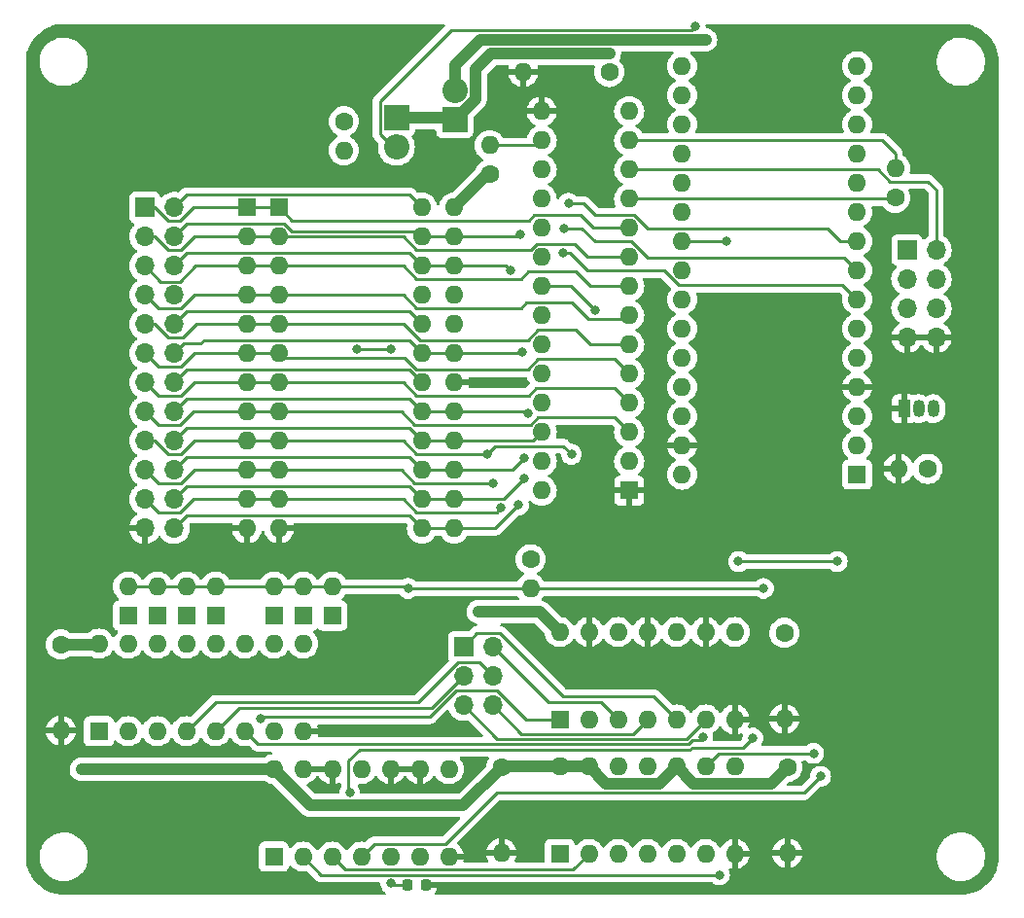
<source format=gtl>
%TF.GenerationSoftware,KiCad,Pcbnew,(6.0.0)*%
%TF.CreationDate,2022-03-13T18:30:08-04:00*%
%TF.ProjectId,io_i2c,696f5f69-3263-42e6-9b69-6361645f7063,rev?*%
%TF.SameCoordinates,Original*%
%TF.FileFunction,Copper,L1,Top*%
%TF.FilePolarity,Positive*%
%FSLAX46Y46*%
G04 Gerber Fmt 4.6, Leading zero omitted, Abs format (unit mm)*
G04 Created by KiCad (PCBNEW (6.0.0)) date 2022-03-13 18:30:08*
%MOMM*%
%LPD*%
G01*
G04 APERTURE LIST*
G04 Aperture macros list*
%AMRoundRect*
0 Rectangle with rounded corners*
0 $1 Rounding radius*
0 $2 $3 $4 $5 $6 $7 $8 $9 X,Y pos of 4 corners*
0 Add a 4 corners polygon primitive as box body*
4,1,4,$2,$3,$4,$5,$6,$7,$8,$9,$2,$3,0*
0 Add four circle primitives for the rounded corners*
1,1,$1+$1,$2,$3*
1,1,$1+$1,$4,$5*
1,1,$1+$1,$6,$7*
1,1,$1+$1,$8,$9*
0 Add four rect primitives between the rounded corners*
20,1,$1+$1,$2,$3,$4,$5,0*
20,1,$1+$1,$4,$5,$6,$7,0*
20,1,$1+$1,$6,$7,$8,$9,0*
20,1,$1+$1,$8,$9,$2,$3,0*%
G04 Aperture macros list end*
%TA.AperFunction,ComponentPad*%
%ADD10R,1.600000X1.600000*%
%TD*%
%TA.AperFunction,ComponentPad*%
%ADD11O,1.600000X1.600000*%
%TD*%
%TA.AperFunction,ComponentPad*%
%ADD12C,1.600000*%
%TD*%
%TA.AperFunction,ComponentPad*%
%ADD13R,1.050000X1.500000*%
%TD*%
%TA.AperFunction,ComponentPad*%
%ADD14O,1.050000X1.500000*%
%TD*%
%TA.AperFunction,ComponentPad*%
%ADD15R,1.700000X1.700000*%
%TD*%
%TA.AperFunction,ComponentPad*%
%ADD16O,1.700000X1.700000*%
%TD*%
%TA.AperFunction,SMDPad,CuDef*%
%ADD17RoundRect,0.225000X-0.225000X-0.250000X0.225000X-0.250000X0.225000X0.250000X-0.225000X0.250000X0*%
%TD*%
%TA.AperFunction,ComponentPad*%
%ADD18R,2.200000X2.200000*%
%TD*%
%TA.AperFunction,ComponentPad*%
%ADD19O,2.200000X2.200000*%
%TD*%
%TA.AperFunction,ViaPad*%
%ADD20C,0.800000*%
%TD*%
%TA.AperFunction,Conductor*%
%ADD21C,0.250000*%
%TD*%
%TA.AperFunction,Conductor*%
%ADD22C,1.000000*%
%TD*%
G04 APERTURE END LIST*
D10*
%TO.P,U1,1,A7*%
%TO.N,/A7*%
X120343789Y-108566511D03*
D11*
%TO.P,U1,2,A6*%
%TO.N,/A6*%
X120343789Y-111106511D03*
%TO.P,U1,3,A5*%
%TO.N,/A5*%
X120343789Y-113646511D03*
%TO.P,U1,4,A4*%
%TO.N,/A4*%
X120343789Y-116186511D03*
%TO.P,U1,5,A3*%
%TO.N,/A3*%
X120343789Y-118726511D03*
%TO.P,U1,6,A2*%
%TO.N,/A2*%
X120343789Y-121266511D03*
%TO.P,U1,7,A1*%
%TO.N,/A1*%
X120343789Y-123806511D03*
%TO.P,U1,8,A0*%
%TO.N,/A0*%
X120343789Y-126346511D03*
%TO.P,U1,9,D0*%
%TO.N,/D0*%
X120343789Y-128886511D03*
%TO.P,U1,10,D1*%
%TO.N,/D1*%
X120343789Y-131426511D03*
%TO.P,U1,11,D2*%
%TO.N,/D2*%
X120343789Y-133966511D03*
%TO.P,U1,12,GND*%
%TO.N,GND*%
X120343789Y-136506511D03*
%TO.P,U1,13,D3*%
%TO.N,/D3*%
X135583789Y-136506511D03*
%TO.P,U1,14,D4*%
%TO.N,/D4*%
X135583789Y-133966511D03*
%TO.P,U1,15,D5*%
%TO.N,/D5*%
X135583789Y-131426511D03*
%TO.P,U1,16,D6*%
%TO.N,/D6*%
X135583789Y-128886511D03*
%TO.P,U1,17,D7*%
%TO.N,/D7*%
X135583789Y-126346511D03*
%TO.P,U1,18,~{CE}*%
%TO.N,GND*%
X135583789Y-123806511D03*
%TO.P,U1,19,A10*%
%TO.N,/A10*%
X135583789Y-121266511D03*
%TO.P,U1,20,~{OE}*%
%TO.N,/program OE*%
X135583789Y-118726511D03*
%TO.P,U1,21,VPP*%
%TO.N,Net-(R3-Pad2)*%
X135583789Y-116186511D03*
%TO.P,U1,22,A9*%
%TO.N,/A9*%
X135583789Y-113646511D03*
%TO.P,U1,23,A8*%
%TO.N,/A8*%
X135583789Y-111106511D03*
%TO.P,U1,24,VCC*%
%TO.N,+5V*%
X135583789Y-108566511D03*
%TD*%
D10*
%TO.P,U2,1,~{R}*%
%TO.N,+5V*%
X144780000Y-164846000D03*
D11*
%TO.P,U2,2,D*%
%TO.N,/D0*%
X147320000Y-164846000D03*
%TO.P,U2,3,C*%
%TO.N,Net-(U2-Pad11)*%
X149860000Y-164846000D03*
%TO.P,U2,4,~{S}*%
%TO.N,+5V*%
X152400000Y-164846000D03*
%TO.P,U2,5,Q*%
%TO.N,Net-(J2-Pad1)*%
X154940000Y-164846000D03*
%TO.P,U2,6,~{Q}*%
%TO.N,unconnected-(U2-Pad6)*%
X157480000Y-164846000D03*
%TO.P,U2,7,GND*%
%TO.N,GND*%
X160020000Y-164846000D03*
%TO.P,U2,8,~{Q}*%
%TO.N,unconnected-(U2-Pad8)*%
X160020000Y-157226000D03*
%TO.P,U2,9,Q*%
%TO.N,Net-(J2-Pad3)*%
X157480000Y-157226000D03*
%TO.P,U2,10,~{S}*%
%TO.N,+5V*%
X154940000Y-157226000D03*
%TO.P,U2,11,C*%
%TO.N,Net-(U2-Pad11)*%
X152400000Y-157226000D03*
%TO.P,U2,12,D*%
%TO.N,/D1*%
X149860000Y-157226000D03*
%TO.P,U2,13,~{R}*%
%TO.N,+5V*%
X147320000Y-157226000D03*
%TO.P,U2,14,VCC*%
X144780000Y-157226000D03*
%TD*%
D10*
%TO.P,J1,1,A7*%
%TO.N,/A7*%
X117549789Y-108566511D03*
D11*
%TO.P,J1,2,A6*%
%TO.N,/A6*%
X117549789Y-111106511D03*
%TO.P,J1,3,A5*%
%TO.N,/A5*%
X117549789Y-113646511D03*
%TO.P,J1,4,A4*%
%TO.N,/A4*%
X117549789Y-116186511D03*
%TO.P,J1,5,A3*%
%TO.N,/A3*%
X117549789Y-118726511D03*
%TO.P,J1,6,A2*%
%TO.N,/A2*%
X117549789Y-121266511D03*
%TO.P,J1,7,A1*%
%TO.N,/A1*%
X117549789Y-123806511D03*
%TO.P,J1,8,A0*%
%TO.N,/A0*%
X117549789Y-126346511D03*
%TO.P,J1,9,D0*%
%TO.N,/D0*%
X117549789Y-128886511D03*
%TO.P,J1,10,D1*%
%TO.N,/D1*%
X117549789Y-131426511D03*
%TO.P,J1,11,D2*%
%TO.N,/D2*%
X117549789Y-133966511D03*
%TO.P,J1,12,GND*%
%TO.N,GND*%
X117549789Y-136506511D03*
%TO.P,J1,13,D3*%
%TO.N,/D3*%
X132789789Y-136506511D03*
%TO.P,J1,14,D4*%
%TO.N,/D4*%
X132789789Y-133966511D03*
%TO.P,J1,15,D5*%
%TO.N,/D5*%
X132789789Y-131426511D03*
%TO.P,J1,16,D6*%
%TO.N,/D6*%
X132789789Y-128886511D03*
%TO.P,J1,17,D7*%
%TO.N,/D7*%
X132789789Y-126346511D03*
%TO.P,J1,18,~{CE}*%
%TO.N,/Target CE*%
X132789789Y-123806511D03*
%TO.P,J1,19,A10*%
%TO.N,/A10*%
X132789789Y-121266511D03*
%TO.P,J1,20,~{OE}*%
%TO.N,/Target OE*%
X132789789Y-118726511D03*
%TO.P,J1,21,VPP*%
%TO.N,unconnected-(J1-Pad21)*%
X132789789Y-116186511D03*
%TO.P,J1,22,A9*%
%TO.N,/A9*%
X132789789Y-113646511D03*
%TO.P,J1,23,A8*%
%TO.N,/A8*%
X132789789Y-111106511D03*
%TO.P,J1,24,VCC*%
%TO.N,+5VD*%
X132789789Y-108566511D03*
%TD*%
D12*
%TO.P,C1,1*%
%TO.N,+5V*%
X101346000Y-146618000D03*
D11*
%TO.P,C1,2*%
%TO.N,GND*%
X101346000Y-154118000D03*
%TD*%
D12*
%TO.P,C2,1*%
%TO.N,+5V*%
X149098000Y-96774000D03*
D11*
%TO.P,C2,2*%
%TO.N,GND*%
X141598000Y-96774000D03*
%TD*%
D10*
%TO.P,U4,1,A0*%
%TO.N,/A8*%
X104663000Y-154168000D03*
D11*
%TO.P,U4,2,A1*%
%TO.N,/A9*%
X107203000Y-154168000D03*
%TO.P,U4,3,A2*%
%TO.N,/A10*%
X109743000Y-154168000D03*
%TO.P,U4,4,E1*%
%TO.N,Net-(J3-Pad4)*%
X112283000Y-154168000D03*
%TO.P,U4,5,E2*%
%TO.N,Net-(J3-Pad3)*%
X114823000Y-154168000D03*
%TO.P,U4,6,E3*%
%TO.N,/138 enable*%
X117363000Y-154168000D03*
%TO.P,U4,7,O7*%
%TO.N,Net-(D7-Pad1)*%
X119903000Y-154168000D03*
%TO.P,U4,8,GND*%
%TO.N,GND*%
X122443000Y-154168000D03*
%TO.P,U4,9,O6*%
%TO.N,Net-(D6-Pad1)*%
X122443000Y-146548000D03*
%TO.P,U4,10,O5*%
%TO.N,Net-(D5-Pad1)*%
X119903000Y-146548000D03*
%TO.P,U4,11,O4*%
%TO.N,Net-(U3-Pad1)*%
X117363000Y-146548000D03*
%TO.P,U4,12,O3*%
%TO.N,Net-(D4-Pad1)*%
X114823000Y-146548000D03*
%TO.P,U4,13,O2*%
%TO.N,Net-(D3-Pad1)*%
X112283000Y-146548000D03*
%TO.P,U4,14,O1*%
%TO.N,Net-(D2-Pad1)*%
X109743000Y-146548000D03*
%TO.P,U4,15,O0*%
%TO.N,Net-(D1-Pad1)*%
X107203000Y-146548000D03*
%TO.P,U4,16,VCC*%
%TO.N,+5V*%
X104663000Y-146548000D03*
%TD*%
D10*
%TO.P,U3,1*%
%TO.N,Net-(U3-Pad1)*%
X119883000Y-165090000D03*
D11*
%TO.P,U3,2*%
%TO.N,Net-(J2-Pad5)*%
X122423000Y-165090000D03*
%TO.P,U3,3*%
%TO.N,/D0*%
X124963000Y-165090000D03*
%TO.P,U3,4*%
%TO.N,/WR enable*%
X127503000Y-165090000D03*
%TO.P,U3,5*%
%TO.N,/program WR*%
X130043000Y-165090000D03*
%TO.P,U3,6*%
%TO.N,Net-(R3-Pad2)*%
X132583000Y-165090000D03*
%TO.P,U3,7,GND*%
%TO.N,GND*%
X135123000Y-165090000D03*
%TO.P,U3,8*%
%TO.N,unconnected-(U3-Pad8)*%
X135123000Y-157470000D03*
%TO.P,U3,9*%
%TO.N,GND*%
X132583000Y-157470000D03*
%TO.P,U3,10*%
X130043000Y-157470000D03*
%TO.P,U3,11*%
%TO.N,unconnected-(U3-Pad11)*%
X127503000Y-157470000D03*
%TO.P,U3,12*%
%TO.N,GND*%
X124963000Y-157470000D03*
%TO.P,U3,13*%
X122423000Y-157470000D03*
%TO.P,U3,14,VCC*%
%TO.N,+5V*%
X119883000Y-157470000D03*
%TD*%
D12*
%TO.P,C3,1*%
%TO.N,+5V*%
X139700000Y-157286000D03*
D11*
%TO.P,C3,2*%
%TO.N,GND*%
X139700000Y-164786000D03*
%TD*%
D13*
%TO.P,Q1,1,S*%
%TO.N,GND*%
X174752000Y-126090000D03*
D14*
%TO.P,Q1,2,G*%
%TO.N,/DOUT*%
X176022000Y-126090000D03*
%TO.P,Q1,3,D*%
%TO.N,/SDA*%
X177292000Y-126090000D03*
%TD*%
D10*
%TO.P,A1,1,D1/TX*%
%TO.N,unconnected-(A1-Pad1)*%
X170678000Y-131826000D03*
D11*
%TO.P,A1,2,D0/RX*%
%TO.N,unconnected-(A1-Pad2)*%
X170678000Y-129286000D03*
%TO.P,A1,3,~{RESET}*%
%TO.N,unconnected-(A1-Pad3)*%
X170678000Y-126746000D03*
%TO.P,A1,4,GND*%
%TO.N,GND*%
X170678000Y-124206000D03*
%TO.P,A1,5,D2*%
%TO.N,/program OE*%
X170678000Y-121666000D03*
%TO.P,A1,6,D3*%
%TO.N,/program WR*%
X170678000Y-119126000D03*
%TO.P,A1,7,D4*%
%TO.N,/A8*%
X170678000Y-116586000D03*
%TO.P,A1,8,D5*%
%TO.N,/A9*%
X170678000Y-114046000D03*
%TO.P,A1,9,D6*%
%TO.N,/A10*%
X170678000Y-111506000D03*
%TO.P,A1,10,D7*%
%TO.N,/WR enable*%
X170678000Y-108966000D03*
%TO.P,A1,11,D8*%
%TO.N,unconnected-(A1-Pad11)*%
X170678000Y-106426000D03*
%TO.P,A1,12,D9*%
%TO.N,unconnected-(A1-Pad12)*%
X170678000Y-103886000D03*
%TO.P,A1,13,D10*%
%TO.N,unconnected-(A1-Pad13)*%
X170678000Y-101346000D03*
%TO.P,A1,14,D11*%
%TO.N,unconnected-(A1-Pad14)*%
X170678000Y-98806000D03*
%TO.P,A1,15,D12*%
%TO.N,unconnected-(A1-Pad15)*%
X170678000Y-96266000D03*
%TO.P,A1,16,D13*%
%TO.N,unconnected-(A1-Pad16)*%
X155438000Y-96266000D03*
%TO.P,A1,17,3V3*%
%TO.N,unconnected-(A1-Pad17)*%
X155438000Y-98806000D03*
%TO.P,A1,18,AREF*%
%TO.N,unconnected-(A1-Pad18)*%
X155438000Y-101346000D03*
%TO.P,A1,19,A0*%
%TO.N,/no bypass*%
X155438000Y-103886000D03*
%TO.P,A1,20,A1*%
%TO.N,/bypass*%
X155438000Y-106426000D03*
%TO.P,A1,21,A2*%
%TO.N,/no RC*%
X155438000Y-108966000D03*
%TO.P,A1,22,A3*%
%TO.N,/138 enable*%
X155438000Y-111506000D03*
%TO.P,A1,23,A4*%
%TO.N,/SDA*%
X155438000Y-114046000D03*
%TO.P,A1,24,A5*%
%TO.N,/SCL*%
X155438000Y-116586000D03*
%TO.P,A1,25,A6*%
%TO.N,unconnected-(A1-Pad25)*%
X155438000Y-119126000D03*
%TO.P,A1,26,A7*%
%TO.N,+5VD*%
X155438000Y-121666000D03*
%TO.P,A1,27,+5V*%
%TO.N,+5VA*%
X155438000Y-124206000D03*
%TO.P,A1,28,~{RESET}*%
%TO.N,unconnected-(A1-Pad28)*%
X155438000Y-126746000D03*
%TO.P,A1,29,GND*%
%TO.N,GND*%
X155438000Y-129286000D03*
%TO.P,A1,30,VIN*%
%TO.N,unconnected-(A1-Pad30)*%
X155438000Y-131826000D03*
%TD*%
D15*
%TO.P,J2,1,Pin_1*%
%TO.N,Net-(J2-Pad1)*%
X175006000Y-112268000D03*
D16*
%TO.P,J2,2,Pin_2*%
%TO.N,/SCL*%
X177546000Y-112268000D03*
%TO.P,J2,3,Pin_3*%
%TO.N,Net-(J2-Pad3)*%
X175006000Y-114808000D03*
%TO.P,J2,4,Pin_4*%
%TO.N,/DOUT*%
X177546000Y-114808000D03*
%TO.P,J2,5,Pin_5*%
%TO.N,Net-(J2-Pad5)*%
X175006000Y-117348000D03*
%TO.P,J2,6,Pin_6*%
%TO.N,/SDA*%
X177546000Y-117348000D03*
%TO.P,J2,7,Pin_7*%
%TO.N,GND*%
X175006000Y-119888000D03*
%TO.P,J2,8,Pin_8*%
X177546000Y-119888000D03*
%TD*%
D10*
%TO.P,D7,1,K*%
%TO.N,Net-(D7-Pad1)*%
X124983000Y-144106314D03*
D11*
%TO.P,D7,2,A*%
%TO.N,/program OE*%
X124983000Y-141566314D03*
%TD*%
D12*
%TO.P,R1,1*%
%TO.N,+5V*%
X173990000Y-107725000D03*
D11*
%TO.P,R1,2*%
%TO.N,/SDA*%
X173990000Y-105185000D03*
%TD*%
D10*
%TO.P,D3,1,K*%
%TO.N,Net-(D3-Pad1)*%
X112283000Y-144106314D03*
D11*
%TO.P,D3,2,A*%
%TO.N,/program OE*%
X112283000Y-141566314D03*
%TD*%
D15*
%TO.P,J3,1,Pin_1*%
%TO.N,/Target CE*%
X136398000Y-146812000D03*
D16*
%TO.P,J3,2,Pin_2*%
%TO.N,/Target OE*%
X138938000Y-146812000D03*
%TO.P,J3,3,Pin_3*%
%TO.N,Net-(J3-Pad3)*%
X136398000Y-149352000D03*
%TO.P,J3,4,Pin_4*%
%TO.N,Net-(J3-Pad4)*%
X138938000Y-149352000D03*
%TO.P,J3,5,Pin_5*%
%TO.N,Net-(J3-Pad5)*%
X136398000Y-151892000D03*
%TO.P,J3,6,Pin_6*%
%TO.N,Net-(J3-Pad6)*%
X138938000Y-151892000D03*
%TD*%
D12*
%TO.P,C5,1*%
%TO.N,+5V*%
X164592000Y-157286000D03*
D11*
%TO.P,C5,2*%
%TO.N,GND*%
X164592000Y-164786000D03*
%TD*%
D12*
%TO.P,R3,1*%
%TO.N,+5V*%
X125984000Y-101063000D03*
D11*
%TO.P,R3,2*%
%TO.N,Net-(R3-Pad2)*%
X125984000Y-103603000D03*
%TD*%
D10*
%TO.P,U6,1,VSS*%
%TO.N,GND*%
X150828789Y-133209511D03*
D11*
%TO.P,U6,2,NC_1*%
%TO.N,unconnected-(U6-Pad2)*%
X150828789Y-130669511D03*
%TO.P,U6,3,GPB0*%
%TO.N,/A0*%
X150828789Y-128129511D03*
%TO.P,U6,4,GPB1*%
%TO.N,/A1*%
X150828789Y-125589511D03*
%TO.P,U6,5,GPB2*%
%TO.N,/A2*%
X150828789Y-123049511D03*
%TO.P,U6,6,GPB3*%
%TO.N,/A3*%
X150828789Y-120509511D03*
%TO.P,U6,7,GPB4*%
%TO.N,/A4*%
X150828789Y-117969511D03*
%TO.P,U6,8,GPB5*%
%TO.N,/A5*%
X150828789Y-115429511D03*
%TO.P,U6,9,GPB6*%
%TO.N,/A6*%
X150828789Y-112889511D03*
%TO.P,U6,10,GPB7*%
%TO.N,/A7*%
X150828789Y-110349511D03*
%TO.P,U6,11,VDD*%
%TO.N,+5V*%
X150828789Y-107809511D03*
%TO.P,U6,12,SCL*%
%TO.N,/SCL*%
X150828789Y-105269511D03*
%TO.P,U6,13,SDA*%
%TO.N,/SDA*%
X150828789Y-102729511D03*
%TO.P,U6,14,NC_2*%
%TO.N,unconnected-(U6-Pad14)*%
X150828789Y-100189511D03*
%TO.P,U6,15,ADDR*%
%TO.N,GND*%
X143208789Y-100189511D03*
%TO.P,U6,16,~{RESET}*%
%TO.N,Net-(R5-Pad2)*%
X143208789Y-102729511D03*
%TO.P,U6,17,NC_3*%
%TO.N,unconnected-(U6-Pad17)*%
X143208789Y-105269511D03*
%TO.P,U6,18,INTB*%
%TO.N,unconnected-(U6-Pad18)*%
X143208789Y-107809511D03*
%TO.P,U6,19,INTA*%
%TO.N,unconnected-(U6-Pad19)*%
X143208789Y-110349511D03*
%TO.P,U6,20,GPA0*%
%TO.N,/D0*%
X143208789Y-112889511D03*
%TO.P,U6,21,GPA1*%
%TO.N,/D1*%
X143208789Y-115429511D03*
%TO.P,U6,22,GPA2*%
%TO.N,/D2*%
X143208789Y-117969511D03*
%TO.P,U6,23,GPA3*%
%TO.N,/D3*%
X143208789Y-120509511D03*
%TO.P,U6,24,GPA4*%
%TO.N,/D4*%
X143208789Y-123049511D03*
%TO.P,U6,25,GPA5*%
%TO.N,/D5*%
X143208789Y-125589511D03*
%TO.P,U6,26,GPA6*%
%TO.N,/D6*%
X143208789Y-128129511D03*
%TO.P,U6,27,GPA7*%
%TO.N,/D7*%
X143208789Y-130669511D03*
%TO.P,U6,28,NC_4*%
%TO.N,unconnected-(U6-Pad28)*%
X143208789Y-133209511D03*
%TD*%
D12*
%TO.P,R4,1*%
%TO.N,/DOUT*%
X176813000Y-131318000D03*
D11*
%TO.P,R4,2*%
%TO.N,GND*%
X174273000Y-131318000D03*
%TD*%
D10*
%TO.P,D2,1,K*%
%TO.N,Net-(D2-Pad1)*%
X109743000Y-144106314D03*
D11*
%TO.P,D2,2,A*%
%TO.N,/program OE*%
X109743000Y-141566314D03*
%TD*%
D17*
%TO.P,C6,1*%
%TO.N,/program WR*%
X131559000Y-167538400D03*
%TO.P,C6,2*%
%TO.N,GND*%
X133109000Y-167538400D03*
%TD*%
D12*
%TO.P,R5,1*%
%TO.N,+5V*%
X138684000Y-105693000D03*
D11*
%TO.P,R5,2*%
%TO.N,Net-(R5-Pad2)*%
X138684000Y-103153000D03*
%TD*%
D15*
%TO.P,J4,1,Pin_1*%
%TO.N,/A7*%
X108664789Y-108571511D03*
D16*
%TO.P,J4,2,Pin_2*%
%TO.N,+5VD*%
X111204789Y-108571511D03*
%TO.P,J4,3,Pin_3*%
%TO.N,/A6*%
X108664789Y-111111511D03*
%TO.P,J4,4,Pin_4*%
%TO.N,/A8*%
X111204789Y-111111511D03*
%TO.P,J4,5,Pin_5*%
%TO.N,/A5*%
X108664789Y-113651511D03*
%TO.P,J4,6,Pin_6*%
%TO.N,/A9*%
X111204789Y-113651511D03*
%TO.P,J4,7,Pin_7*%
%TO.N,/A4*%
X108664789Y-116191511D03*
%TO.P,J4,8,Pin_8*%
%TO.N,unconnected-(J4-Pad8)*%
X111204789Y-116191511D03*
%TO.P,J4,9,Pin_9*%
%TO.N,/A3*%
X108664789Y-118731511D03*
%TO.P,J4,10,Pin_10*%
%TO.N,/Target OE*%
X111204789Y-118731511D03*
%TO.P,J4,11,Pin_11*%
%TO.N,/A2*%
X108664789Y-121271511D03*
%TO.P,J4,12,Pin_12*%
%TO.N,/A10*%
X111204789Y-121271511D03*
%TO.P,J4,13,Pin_13*%
%TO.N,/A1*%
X108664789Y-123811511D03*
%TO.P,J4,14,Pin_14*%
%TO.N,/Target CE*%
X111204789Y-123811511D03*
%TO.P,J4,15,Pin_15*%
%TO.N,/A0*%
X108664789Y-126351511D03*
%TO.P,J4,16,Pin_16*%
%TO.N,/D7*%
X111204789Y-126351511D03*
%TO.P,J4,17,Pin_17*%
%TO.N,/D0*%
X108664789Y-128891511D03*
%TO.P,J4,18,Pin_18*%
%TO.N,/D6*%
X111204789Y-128891511D03*
%TO.P,J4,19,Pin_19*%
%TO.N,/D1*%
X108664789Y-131431511D03*
%TO.P,J4,20,Pin_20*%
%TO.N,/D5*%
X111204789Y-131431511D03*
%TO.P,J4,21,Pin_21*%
%TO.N,/D2*%
X108664789Y-133971511D03*
%TO.P,J4,22,Pin_22*%
%TO.N,/D4*%
X111204789Y-133971511D03*
%TO.P,J4,23,Pin_23*%
%TO.N,GND*%
X108664789Y-136511511D03*
%TO.P,J4,24,Pin_24*%
%TO.N,/D3*%
X111204789Y-136511511D03*
%TD*%
D18*
%TO.P,D9,1,K*%
%TO.N,+5V*%
X135636000Y-100893766D03*
D19*
%TO.P,D9,2,A*%
%TO.N,+5VA*%
X135636000Y-98353766D03*
%TD*%
D10*
%TO.P,D1,1,K*%
%TO.N,Net-(D1-Pad1)*%
X107203000Y-144106314D03*
D11*
%TO.P,D1,2,A*%
%TO.N,/program OE*%
X107203000Y-141566314D03*
%TD*%
D12*
%TO.P,R2,1*%
%TO.N,+5V*%
X142240000Y-139192000D03*
D11*
%TO.P,R2,2*%
%TO.N,/program OE*%
X142240000Y-141732000D03*
%TD*%
D10*
%TO.P,U5,1*%
%TO.N,Net-(D5-Pad1)*%
X144775000Y-153152000D03*
D11*
%TO.P,U5,2*%
%TO.N,Net-(U2-Pad11)*%
X147315000Y-153152000D03*
%TO.P,U5,3*%
%TO.N,/Target OE*%
X149855000Y-153152000D03*
%TO.P,U5,4*%
%TO.N,Net-(J3-Pad6)*%
X152395000Y-153152000D03*
%TO.P,U5,5*%
%TO.N,/Target CE*%
X154935000Y-153152000D03*
%TO.P,U5,6*%
%TO.N,Net-(J3-Pad5)*%
X157475000Y-153152000D03*
%TO.P,U5,7,GND*%
%TO.N,GND*%
X160015000Y-153152000D03*
%TO.P,U5,8*%
%TO.N,unconnected-(U5-Pad8)*%
X160015000Y-145532000D03*
%TO.P,U5,9*%
%TO.N,GND*%
X157475000Y-145532000D03*
%TO.P,U5,10*%
%TO.N,unconnected-(U5-Pad10)*%
X154935000Y-145532000D03*
%TO.P,U5,11*%
%TO.N,GND*%
X152395000Y-145532000D03*
%TO.P,U5,12*%
%TO.N,unconnected-(U5-Pad12)*%
X149855000Y-145532000D03*
%TO.P,U5,13*%
%TO.N,GND*%
X147315000Y-145532000D03*
%TO.P,U5,14,VCC*%
%TO.N,+5V*%
X144775000Y-145532000D03*
%TD*%
D10*
%TO.P,D6,1,K*%
%TO.N,Net-(D6-Pad1)*%
X122443000Y-144106314D03*
D11*
%TO.P,D6,2,A*%
%TO.N,/program OE*%
X122443000Y-141566314D03*
%TD*%
D12*
%TO.P,C4,1*%
%TO.N,+5V*%
X164338000Y-145602000D03*
D11*
%TO.P,C4,2*%
%TO.N,GND*%
X164338000Y-153102000D03*
%TD*%
D18*
%TO.P,D8,1,K*%
%TO.N,+5V*%
X130556000Y-100782234D03*
D19*
%TO.P,D8,2,A*%
%TO.N,+5VD*%
X130556000Y-103322234D03*
%TD*%
D10*
%TO.P,D4,1,K*%
%TO.N,Net-(D4-Pad1)*%
X114823000Y-144106314D03*
D11*
%TO.P,D4,2,A*%
%TO.N,/program OE*%
X114823000Y-141566314D03*
%TD*%
D10*
%TO.P,D5,1,K*%
%TO.N,Net-(D5-Pad1)*%
X119903000Y-144106314D03*
D11*
%TO.P,D5,2,A*%
%TO.N,/program OE*%
X119903000Y-141566314D03*
%TD*%
D20*
%TO.N,GND*%
X126288800Y-162433000D03*
X133324600Y-162407600D03*
%TO.N,/WR enable*%
X160350200Y-139395200D03*
X168935400Y-139395200D03*
X167487600Y-158089600D03*
%TO.N,Net-(J2-Pad5)*%
X158684569Y-166664031D03*
%TO.N,Net-(J2-Pad3)*%
X166884911Y-156101489D03*
%TO.N,/program OE*%
X162509200Y-141732000D03*
%TO.N,/program WR*%
X161594800Y-154762200D03*
%TO.N,GND*%
X147370800Y-148869400D03*
X130048000Y-120904000D03*
X127127000Y-120904000D03*
%TO.N,+5V*%
X103124000Y-157480000D03*
X149098000Y-95179520D03*
X137668000Y-143764000D03*
%TO.N,/A8*%
X145034000Y-112522000D03*
X141351000Y-110871000D03*
%TO.N,/D2*%
X139652789Y-134733511D03*
%TO.N,/A9*%
X140462000Y-114046000D03*
X145161000Y-110363000D03*
%TO.N,/D1*%
X147828000Y-117519991D03*
X138974978Y-132551022D03*
%TO.N,/D0*%
X145796000Y-130048000D03*
X138466978Y-130011022D03*
%TO.N,/A10*%
X145542000Y-108204000D03*
X141478000Y-121158000D03*
%TO.N,/D7*%
X141986000Y-126492000D03*
%TO.N,/D5*%
X141684789Y-130415511D03*
%TO.N,/D4*%
X141684789Y-132193511D03*
%TO.N,/D3*%
X141176789Y-134479511D03*
%TO.N,+5VA*%
X157480000Y-93980000D03*
%TO.N,+5VD*%
X156562511Y-92808511D03*
%TO.N,/138 enable*%
X157226000Y-154686000D03*
X159258000Y-111506000D03*
%TO.N,/program WR*%
X130043000Y-167391000D03*
X126492000Y-159512000D03*
%TO.N,/program OE*%
X131572000Y-141732000D03*
%TO.N,Net-(D5-Pad1)*%
X118745000Y-153035000D03*
%TD*%
D21*
%TO.N,/WR enable*%
X168935400Y-139395200D02*
X160350200Y-139395200D01*
X134865511Y-163965489D02*
X128627511Y-163965489D01*
X128627511Y-163965489D02*
X127503000Y-165090000D01*
X166027169Y-159550031D02*
X139280969Y-159550031D01*
X139280969Y-159550031D02*
X134865511Y-163965489D01*
X167487600Y-158089600D02*
X166027169Y-159550031D01*
%TO.N,/A4*%
X131172511Y-116186511D02*
X120343789Y-116186511D01*
X141390222Y-117311022D02*
X132297022Y-117311022D01*
X132297022Y-117311022D02*
X131172511Y-116186511D01*
X147294600Y-118313200D02*
X145826400Y-116845000D01*
X145826400Y-116845000D02*
X141856244Y-116845000D01*
X150485100Y-118313200D02*
X147294600Y-118313200D01*
X141856244Y-116845000D02*
X141390222Y-117311022D01*
X150828789Y-117969511D02*
X150485100Y-118313200D01*
%TO.N,/A5*%
X131172511Y-113646511D02*
X120343789Y-113646511D01*
X146190489Y-114159511D02*
X142050289Y-114159511D01*
X142050289Y-114159511D02*
X141438778Y-114771022D01*
X141438778Y-114771022D02*
X132297022Y-114771022D01*
X147460489Y-115429511D02*
X146190489Y-114159511D01*
X150828789Y-115429511D02*
X147460489Y-115429511D01*
X132297022Y-114771022D02*
X131172511Y-113646511D01*
%TO.N,/D1*%
X145737520Y-115429511D02*
X147828000Y-117519991D01*
X143208789Y-115429511D02*
X145737520Y-115429511D01*
%TO.N,/A8*%
X145694400Y-112522000D02*
X147218400Y-114046000D01*
X145034000Y-112522000D02*
X145694400Y-112522000D01*
X147218400Y-114046000D02*
X153847700Y-114046000D01*
%TO.N,/A10*%
X145542000Y-108204000D02*
X146837400Y-108204000D01*
X151289578Y-109220000D02*
X147853400Y-109220000D01*
X146837400Y-108204000D02*
X147853400Y-109220000D01*
%TO.N,/A9*%
X152451067Y-112921489D02*
X169553489Y-112921489D01*
X146693614Y-110363000D02*
X147836614Y-111506000D01*
X147836614Y-111506000D02*
X151035578Y-111506000D01*
X151035578Y-111506000D02*
X152451067Y-112921489D01*
X145161000Y-110363000D02*
X146693614Y-110363000D01*
X169553489Y-112921489D02*
X170678000Y-114046000D01*
%TO.N,/program OE*%
X131572000Y-141732000D02*
X162509200Y-141732000D01*
%TO.N,/program WR*%
X161594800Y-154762200D02*
X160705031Y-155651969D01*
X160705031Y-155651969D02*
X160476431Y-155651969D01*
X156260031Y-155651969D02*
X160476431Y-155651969D01*
%TO.N,/A10*%
X141369489Y-121266511D02*
X141478000Y-121158000D01*
X135583789Y-121266511D02*
X141369489Y-121266511D01*
%TO.N,GND*%
X130048000Y-120904000D02*
X127127000Y-120904000D01*
%TO.N,/A10*%
X168115689Y-110381489D02*
X152451067Y-110381489D01*
X152451067Y-110381489D02*
X151289578Y-109220000D01*
X169240200Y-111506000D02*
X168115689Y-110381489D01*
X170678000Y-111506000D02*
X169240200Y-111506000D01*
%TO.N,+5V*%
X173905489Y-107809511D02*
X173990000Y-107725000D01*
X150828789Y-107809511D02*
X173905489Y-107809511D01*
%TO.N,/SCL*%
X177546000Y-107035600D02*
X177546000Y-112268000D01*
X172484211Y-105269511D02*
X173524211Y-106309511D01*
X173524211Y-106309511D02*
X176819911Y-106309511D01*
X166280311Y-105269511D02*
X172484211Y-105269511D01*
X176819911Y-106309511D02*
X177546000Y-107035600D01*
X150828789Y-105269511D02*
X166280311Y-105269511D01*
%TO.N,/SDA*%
X172858911Y-102729511D02*
X173990000Y-103860600D01*
X173990000Y-103860600D02*
X173990000Y-105185000D01*
X150828789Y-102729511D02*
X172858911Y-102729511D01*
D22*
%TO.N,+5VA*%
X135636000Y-96189800D02*
X135636000Y-98353766D01*
X137845800Y-93980000D02*
X135636000Y-96189800D01*
X157480000Y-93980000D02*
X137845800Y-93980000D01*
D21*
%TO.N,/program WR*%
X130190400Y-167538400D02*
X130043000Y-167391000D01*
X131559000Y-167538400D02*
X130190400Y-167538400D01*
D22*
%TO.N,+5V*%
X147320000Y-157226000D02*
X148819511Y-158725511D01*
X135640894Y-100893766D02*
X137435511Y-99099149D01*
X143007000Y-143764000D02*
X144775000Y-145532000D01*
X103134000Y-157470000D02*
X119883000Y-157470000D01*
X103124000Y-157480000D02*
X103134000Y-157470000D01*
X156439511Y-158725511D02*
X163152489Y-158725511D01*
X144780000Y-157226000D02*
X147320000Y-157226000D01*
X130556000Y-100782234D02*
X135524468Y-100782234D01*
X136374489Y-160611511D02*
X135806489Y-160611511D01*
X139700000Y-157286000D02*
X136374489Y-160611511D01*
X135806489Y-160611511D02*
X123024511Y-160611511D01*
X154940000Y-157226000D02*
X156439511Y-158725511D01*
X144780000Y-157226000D02*
X139760000Y-157226000D01*
X135524468Y-100782234D02*
X135636000Y-100893766D01*
X138684000Y-105693000D02*
X138457300Y-105693000D01*
X138457300Y-105693000D02*
X135583789Y-108566511D01*
X135636000Y-100893766D02*
X135640894Y-100893766D01*
X123024511Y-160611511D02*
X119883000Y-157470000D01*
X148819511Y-158725511D02*
X153440489Y-158725511D01*
X163152489Y-158725511D02*
X164592000Y-157286000D01*
X137435511Y-99099149D02*
X137435511Y-96541511D01*
X139760000Y-157226000D02*
X139700000Y-157286000D01*
X137668000Y-143764000D02*
X143007000Y-143764000D01*
X104593000Y-146618000D02*
X104663000Y-146548000D01*
X101346000Y-146618000D02*
X104593000Y-146618000D01*
X138797502Y-95179520D02*
X149098000Y-95179520D01*
X153440489Y-158725511D02*
X154940000Y-157226000D01*
X137435511Y-96541511D02*
X138797502Y-95179520D01*
D21*
%TO.N,/A8*%
X132789789Y-111106511D02*
X135583789Y-111106511D01*
X121484569Y-110656991D02*
X132340269Y-110656991D01*
X153847700Y-114046000D02*
X155117700Y-115316000D01*
X155117700Y-115316000D02*
X169408000Y-115316000D01*
X132340269Y-110656991D02*
X132789789Y-111106511D01*
X112334300Y-109982000D02*
X120809578Y-109982000D01*
X169408000Y-115316000D02*
X170678000Y-116586000D01*
X111204789Y-111111511D02*
X112334300Y-109982000D01*
X141115489Y-111106511D02*
X135583789Y-111106511D01*
X120809578Y-109982000D02*
X121484569Y-110656991D01*
X141351000Y-110871000D02*
X141115489Y-111106511D01*
%TO.N,/D2*%
X132297022Y-135091022D02*
X139295278Y-135091022D01*
X139295278Y-135091022D02*
X139652789Y-134733511D01*
X120343789Y-133966511D02*
X131172511Y-133966511D01*
X108664789Y-133971511D02*
X109839300Y-135146022D01*
X117549789Y-133966511D02*
X120343789Y-133966511D01*
X131172511Y-133966511D02*
X132297022Y-135091022D01*
X117549789Y-133966511D02*
X112921489Y-133966511D01*
X109839300Y-135146022D02*
X111741978Y-135146022D01*
X112921489Y-133966511D02*
X111741978Y-135146022D01*
%TO.N,/A9*%
X132789789Y-113646511D02*
X131665278Y-112522000D01*
X140462000Y-114046000D02*
X140062511Y-113646511D01*
X112334300Y-112522000D02*
X111204789Y-113651511D01*
X131665278Y-112522000D02*
X112334300Y-112522000D01*
X132789789Y-113646511D02*
X135583789Y-113646511D01*
X140062511Y-113646511D02*
X135583789Y-113646511D01*
%TO.N,/D1*%
X130992467Y-131426511D02*
X120343789Y-131426511D01*
X112957533Y-131426511D02*
X111778022Y-132606022D01*
X109839300Y-132606022D02*
X111778022Y-132606022D01*
X138974978Y-132551022D02*
X132116978Y-132551022D01*
X117549789Y-131426511D02*
X112957533Y-131426511D01*
X132116978Y-132551022D02*
X130992467Y-131426511D01*
X117549789Y-131426511D02*
X120343789Y-131426511D01*
X108664789Y-131431511D02*
X109839300Y-132606022D01*
%TO.N,/D0*%
X108664789Y-128891511D02*
X109543779Y-128891511D01*
X132297022Y-130011022D02*
X131172511Y-128886511D01*
X109543779Y-128891511D02*
X110718290Y-130066022D01*
X138466978Y-130011022D02*
X132297022Y-130011022D01*
X126087511Y-166214511D02*
X145951489Y-166214511D01*
X124963000Y-165090000D02*
X126087511Y-166214511D01*
X145951489Y-166214511D02*
X147320000Y-164846000D01*
X138466978Y-130011022D02*
X139141969Y-129336031D01*
X112957533Y-128886511D02*
X111778022Y-130066022D01*
X139141969Y-129336031D02*
X145084031Y-129336031D01*
X117549789Y-128886511D02*
X112957533Y-128886511D01*
X110718290Y-130066022D02*
X111778022Y-130066022D01*
X145084031Y-129336031D02*
X145796000Y-130048000D01*
X131172511Y-128886511D02*
X120343789Y-128886511D01*
X117549789Y-128886511D02*
X120343789Y-128886511D01*
%TO.N,/A0*%
X117549789Y-126346511D02*
X120343789Y-126346511D01*
X149558789Y-126859511D02*
X150828789Y-128129511D01*
X112921489Y-126346511D02*
X111741978Y-127526022D01*
X109839300Y-127526022D02*
X111741978Y-127526022D01*
X108664789Y-126351511D02*
X109839300Y-127526022D01*
X120343789Y-126346511D02*
X130992467Y-126346511D01*
X132116978Y-127471022D02*
X142276978Y-127471022D01*
X130992467Y-126346511D02*
X132116978Y-127471022D01*
X142276978Y-127471022D02*
X142888489Y-126859511D01*
X142888489Y-126859511D02*
X149558789Y-126859511D01*
X117549789Y-126346511D02*
X112921489Y-126346511D01*
%TO.N,/A10*%
X111204789Y-121271511D02*
X112054789Y-120421511D01*
X132789789Y-121266511D02*
X131665278Y-120142000D01*
X132789789Y-121266511D02*
X135583789Y-121266511D01*
X113512489Y-120421511D02*
X113792000Y-120142000D01*
X112054789Y-120421511D02*
X113512489Y-120421511D01*
X131665278Y-120142000D02*
X113792000Y-120142000D01*
%TO.N,/A1*%
X149558789Y-124319511D02*
X150828789Y-125589511D01*
X120343789Y-123806511D02*
X131172511Y-123806511D01*
X108664789Y-123811511D02*
X109839300Y-124986022D01*
X117549789Y-123806511D02*
X120343789Y-123806511D01*
X132297022Y-124931022D02*
X142089278Y-124931022D01*
X131172511Y-123806511D02*
X132297022Y-124931022D01*
X142089278Y-124931022D02*
X142700789Y-124319511D01*
X117549789Y-123806511D02*
X112957533Y-123806511D01*
X112957533Y-123806511D02*
X111778022Y-124986022D01*
X109839300Y-124986022D02*
X111778022Y-124986022D01*
X142700789Y-124319511D02*
X149558789Y-124319511D01*
%TO.N,/A2*%
X142888489Y-121779511D02*
X149558789Y-121779511D01*
X131247507Y-121628511D02*
X132300996Y-122682000D01*
X109839300Y-122446022D02*
X111778022Y-122446022D01*
X120705789Y-121628511D02*
X131247507Y-121628511D01*
X112957533Y-121266511D02*
X111778022Y-122446022D01*
X149558789Y-121779511D02*
X150828789Y-123049511D01*
X141986000Y-122682000D02*
X142888489Y-121779511D01*
X117549789Y-121266511D02*
X120343789Y-121266511D01*
X117549789Y-121266511D02*
X112957533Y-121266511D01*
X120343789Y-121266511D02*
X120705789Y-121628511D01*
X132300996Y-122682000D02*
X141986000Y-122682000D01*
X108664789Y-121271511D02*
X109839300Y-122446022D01*
%TO.N,/D7*%
X131665278Y-125222000D02*
X132789789Y-126346511D01*
X111204789Y-126351511D02*
X112334300Y-125222000D01*
X132789789Y-126346511D02*
X135583789Y-126346511D01*
X112334300Y-125222000D02*
X131665278Y-125222000D01*
X135583789Y-126346511D02*
X141840511Y-126346511D01*
X141840511Y-126346511D02*
X141986000Y-126492000D01*
%TO.N,/A3*%
X150828789Y-120509511D02*
X147460489Y-120509511D01*
X141986000Y-120142000D02*
X142888489Y-119239511D01*
X131172511Y-118726511D02*
X132588000Y-120142000D01*
X120343789Y-118726511D02*
X131172511Y-118726511D01*
X132588000Y-120142000D02*
X141986000Y-120142000D01*
X117549789Y-118726511D02*
X120343789Y-118726511D01*
X108664789Y-118731511D02*
X109543779Y-118731511D01*
X110718290Y-119906022D02*
X111995978Y-119906022D01*
X147460489Y-120509511D02*
X146190489Y-119239511D01*
X109543779Y-118731511D02*
X110718290Y-119906022D01*
X142888489Y-119239511D02*
X146190489Y-119239511D01*
X111995978Y-119906022D02*
X113175489Y-118726511D01*
X113175489Y-118726511D02*
X117549789Y-118726511D01*
%TO.N,/D6*%
X132789789Y-128886511D02*
X131665278Y-127762000D01*
X132789789Y-128886511D02*
X135583789Y-128886511D01*
X131665278Y-127762000D02*
X112334300Y-127762000D01*
X142451789Y-128886511D02*
X143208789Y-128129511D01*
X112334300Y-127762000D02*
X111204789Y-128891511D01*
X135583789Y-128886511D02*
X142451789Y-128886511D01*
%TO.N,/A4*%
X117549789Y-116186511D02*
X120343789Y-116186511D01*
X117549789Y-116186511D02*
X112957533Y-116186511D01*
X112957533Y-116186511D02*
X111778022Y-117366022D01*
X108664789Y-116191511D02*
X109839300Y-117366022D01*
X109839300Y-117366022D02*
X111778022Y-117366022D01*
%TO.N,/D5*%
X111204789Y-131431511D02*
X112334300Y-130302000D01*
X132789789Y-131426511D02*
X135583789Y-131426511D01*
X112334300Y-130302000D02*
X131665278Y-130302000D01*
X131665278Y-130302000D02*
X132789789Y-131426511D01*
X135583789Y-131426511D02*
X140673789Y-131426511D01*
X140673789Y-131426511D02*
X141684789Y-130415511D01*
%TO.N,/A5*%
X110030278Y-115017000D02*
X111715000Y-115017000D01*
X117549789Y-113646511D02*
X120343789Y-113646511D01*
X113085489Y-113646511D02*
X111715000Y-115017000D01*
X117549789Y-113646511D02*
X113085489Y-113646511D01*
X108664789Y-113651511D02*
X110030278Y-115017000D01*
%TO.N,/D4*%
X112334300Y-132842000D02*
X111204789Y-133971511D01*
X131665278Y-132842000D02*
X112334300Y-132842000D01*
X132789789Y-133966511D02*
X135583789Y-133966511D01*
X135583789Y-133966511D02*
X139911789Y-133966511D01*
X139911789Y-133966511D02*
X141684789Y-132193511D01*
X132789789Y-133966511D02*
X131665278Y-132842000D01*
%TO.N,/A6*%
X112957533Y-111106511D02*
X117549789Y-111106511D01*
X120343789Y-111106511D02*
X131172511Y-111106511D01*
X150828789Y-112889511D02*
X147179511Y-112889511D01*
X110718290Y-112286022D02*
X111778022Y-112286022D01*
X142743000Y-111765000D02*
X146055000Y-111765000D01*
X111778022Y-112286022D02*
X112957533Y-111106511D01*
X117549789Y-111106511D02*
X120343789Y-111106511D01*
X147179511Y-112889511D02*
X146055000Y-111765000D01*
X108664789Y-111111511D02*
X109543779Y-111111511D01*
X142276978Y-112231022D02*
X142743000Y-111765000D01*
X131172511Y-111106511D02*
X132297022Y-112231022D01*
X132297022Y-112231022D02*
X142276978Y-112231022D01*
X109543779Y-111111511D02*
X110718290Y-112286022D01*
%TO.N,/D3*%
X135583789Y-136506511D02*
X139149789Y-136506511D01*
X131665278Y-135382000D02*
X112334300Y-135382000D01*
X139149789Y-136506511D02*
X141176789Y-134479511D01*
X112334300Y-135382000D02*
X111204789Y-136511511D01*
X132789789Y-136506511D02*
X135583789Y-136506511D01*
X132789789Y-136506511D02*
X131665278Y-135382000D01*
%TO.N,/A7*%
X109543779Y-108571511D02*
X110718290Y-109746022D01*
X142089278Y-109691022D02*
X142555300Y-109225000D01*
X112921489Y-108566511D02*
X117549789Y-108566511D01*
X142555300Y-109225000D02*
X146553000Y-109225000D01*
X110718290Y-109746022D02*
X111741978Y-109746022D01*
X120343789Y-108566511D02*
X121468300Y-109691022D01*
X111741978Y-109746022D02*
X112921489Y-108566511D01*
X108664789Y-108571511D02*
X109543779Y-108571511D01*
X147677511Y-110349511D02*
X146553000Y-109225000D01*
X150828789Y-110349511D02*
X147677511Y-110349511D01*
X121468300Y-109691022D02*
X142089278Y-109691022D01*
X117549789Y-108566511D02*
X120343789Y-108566511D01*
%TO.N,Net-(J2-Pad5)*%
X122423000Y-165090000D02*
X123997031Y-166664031D01*
X123997031Y-166664031D02*
X158684569Y-166664031D01*
%TO.N,Net-(J2-Pad3)*%
X157480000Y-157226000D02*
X158604511Y-156101489D01*
X158604511Y-156101489D02*
X166884911Y-156101489D01*
%TO.N,+5VD*%
X156562511Y-92808511D02*
X156215542Y-93155480D01*
X155893480Y-93155480D02*
X135294473Y-93155480D01*
X111204789Y-108571511D02*
X112334300Y-107442000D01*
X135294473Y-93155480D02*
X129131489Y-99318464D01*
X131665278Y-107442000D02*
X132789789Y-108566511D01*
X112334300Y-107442000D02*
X131665278Y-107442000D01*
X130246978Y-103322234D02*
X130556000Y-103322234D01*
X129131489Y-102206745D02*
X130246978Y-103322234D01*
X156215542Y-93155480D02*
X155893480Y-93155480D01*
X129131489Y-99318464D02*
X129131489Y-102206745D01*
%TO.N,/138 enable*%
X156322718Y-154940000D02*
X156972000Y-154940000D01*
X117363000Y-154168000D02*
X118487511Y-155292511D01*
X156972000Y-154940000D02*
X157226000Y-154686000D01*
X155438000Y-111506000D02*
X159258000Y-111506000D01*
X118487511Y-155292511D02*
X155970207Y-155292511D01*
X155970207Y-155292511D02*
X156322718Y-154940000D01*
%TO.N,/program WR*%
X156169969Y-155742031D02*
X156260031Y-155651969D01*
X126378489Y-159398489D02*
X126492000Y-159512000D01*
X130342031Y-155742031D02*
X127349691Y-155742031D01*
X127349691Y-155742031D02*
X126378489Y-156713233D01*
X126378489Y-156713233D02*
X126378489Y-159398489D01*
X156169969Y-155742031D02*
X130342031Y-155742031D01*
%TO.N,/program OE*%
X131406314Y-141566314D02*
X124983000Y-141566314D01*
X131572000Y-141732000D02*
X131406314Y-141566314D01*
X114823000Y-141566314D02*
X119903000Y-141566314D01*
X124983000Y-141566314D02*
X119903000Y-141566314D01*
X114823000Y-141566314D02*
X107203000Y-141566314D01*
%TO.N,Net-(D5-Pad1)*%
X118872000Y-152908000D02*
X118745000Y-153035000D01*
X139329010Y-150622000D02*
X135763718Y-150622000D01*
X141859010Y-153152000D02*
X139329010Y-150622000D01*
X135763718Y-150622000D02*
X133477718Y-152908000D01*
X144775000Y-153152000D02*
X141859010Y-153152000D01*
X133477718Y-152908000D02*
X118872000Y-152908000D01*
%TO.N,/Target OE*%
X148341000Y-151638000D02*
X149855000Y-153152000D01*
X131665278Y-117602000D02*
X132789789Y-118726511D01*
X111204789Y-118731511D02*
X112334300Y-117602000D01*
X138938000Y-146812000D02*
X143764000Y-151638000D01*
X112334300Y-117602000D02*
X131665278Y-117602000D01*
X143764000Y-151638000D02*
X148341000Y-151638000D01*
%TO.N,/Target CE*%
X152913000Y-151130000D02*
X154935000Y-153152000D01*
X139541489Y-145637489D02*
X145034000Y-151130000D01*
X132789789Y-123806511D02*
X131665278Y-122682000D01*
X112334300Y-122682000D02*
X111204789Y-123811511D01*
X136398000Y-146812000D02*
X137572511Y-145637489D01*
X131665278Y-122682000D02*
X112334300Y-122682000D01*
X145034000Y-151130000D02*
X152913000Y-151130000D01*
X137572511Y-145637489D02*
X139541489Y-145637489D01*
%TO.N,Net-(J3-Pad3)*%
X116845000Y-152146000D02*
X133604000Y-152146000D01*
X114823000Y-154168000D02*
X116845000Y-152146000D01*
X133604000Y-152146000D02*
X136398000Y-149352000D01*
%TO.N,Net-(J3-Pad4)*%
X114813000Y-151638000D02*
X112283000Y-154168000D01*
X132450990Y-151638000D02*
X114813000Y-151638000D01*
X137763489Y-148177489D02*
X135911501Y-148177489D01*
X135911501Y-148177489D02*
X132450990Y-151638000D01*
X138938000Y-149352000D02*
X137763489Y-148177489D01*
%TO.N,Net-(J3-Pad5)*%
X139348991Y-154842991D02*
X155784009Y-154842991D01*
X136398000Y-151892000D02*
X139348991Y-154842991D01*
X155784009Y-154842991D02*
X157475000Y-153152000D01*
%TO.N,Net-(J3-Pad6)*%
X138938000Y-151892000D02*
X141439471Y-154393471D01*
X151153529Y-154393471D02*
X152395000Y-153152000D01*
X141439471Y-154393471D02*
X151153529Y-154393471D01*
%TO.N,Net-(R5-Pad2)*%
X138684000Y-103153000D02*
X142785300Y-103153000D01*
X142785300Y-103153000D02*
X143208789Y-102729511D01*
%TD*%
%TA.AperFunction,Conductor*%
%TO.N,GND*%
G36*
X134734980Y-92603002D02*
G01*
X134781473Y-92656658D01*
X134791577Y-92726932D01*
X134762083Y-92791512D01*
X134755954Y-92798095D01*
X131742273Y-95811775D01*
X128739236Y-98814812D01*
X128730950Y-98822352D01*
X128724471Y-98826464D01*
X128719046Y-98832241D01*
X128677846Y-98876115D01*
X128675091Y-98878957D01*
X128655354Y-98898694D01*
X128652874Y-98901891D01*
X128645171Y-98910911D01*
X128614903Y-98943143D01*
X128611084Y-98950089D01*
X128611082Y-98950092D01*
X128605141Y-98960898D01*
X128594290Y-98977417D01*
X128581875Y-98993423D01*
X128578730Y-99000692D01*
X128578727Y-99000696D01*
X128564315Y-99034001D01*
X128559098Y-99044651D01*
X128537794Y-99083404D01*
X128535823Y-99091079D01*
X128535823Y-99091080D01*
X128532756Y-99103026D01*
X128526352Y-99121730D01*
X128518308Y-99140319D01*
X128517069Y-99148142D01*
X128517066Y-99148152D01*
X128511390Y-99183988D01*
X128508984Y-99195608D01*
X128500548Y-99228467D01*
X128497989Y-99238434D01*
X128497989Y-99258688D01*
X128496438Y-99278398D01*
X128493269Y-99298407D01*
X128494015Y-99306299D01*
X128497430Y-99342425D01*
X128497989Y-99354283D01*
X128497989Y-102127978D01*
X128497462Y-102139161D01*
X128495787Y-102146654D01*
X128496036Y-102154580D01*
X128496036Y-102154581D01*
X128497927Y-102214731D01*
X128497989Y-102218690D01*
X128497989Y-102246601D01*
X128498486Y-102250535D01*
X128498486Y-102250536D01*
X128498494Y-102250601D01*
X128499427Y-102262438D01*
X128500816Y-102306634D01*
X128506467Y-102326084D01*
X128510476Y-102345445D01*
X128511626Y-102354544D01*
X128513015Y-102365542D01*
X128515934Y-102372913D01*
X128515934Y-102372915D01*
X128529293Y-102406657D01*
X128533138Y-102417887D01*
X128545471Y-102460338D01*
X128549504Y-102467157D01*
X128549506Y-102467162D01*
X128555782Y-102477773D01*
X128564477Y-102495521D01*
X128571937Y-102514362D01*
X128576599Y-102520778D01*
X128576599Y-102520779D01*
X128597925Y-102550132D01*
X128604441Y-102560052D01*
X128626947Y-102598107D01*
X128641268Y-102612428D01*
X128654108Y-102627461D01*
X128666017Y-102643852D01*
X128672123Y-102648903D01*
X128700094Y-102672043D01*
X128708873Y-102680033D01*
X128938878Y-102910038D01*
X128972904Y-102972350D01*
X128972302Y-103028546D01*
X128963547Y-103065015D01*
X128962391Y-103069831D01*
X128942526Y-103322234D01*
X128962391Y-103574637D01*
X128963545Y-103579444D01*
X128963546Y-103579450D01*
X128994809Y-103709668D01*
X129021495Y-103820825D01*
X129023388Y-103825396D01*
X129023389Y-103825398D01*
X129110887Y-104036636D01*
X129118384Y-104054736D01*
X129250672Y-104270610D01*
X129379386Y-104421314D01*
X129404909Y-104451197D01*
X129415102Y-104463132D01*
X129607624Y-104627562D01*
X129823498Y-104759850D01*
X129828068Y-104761743D01*
X129828072Y-104761745D01*
X130052836Y-104854845D01*
X130057409Y-104856739D01*
X130142032Y-104877055D01*
X130298784Y-104914688D01*
X130298790Y-104914689D01*
X130303597Y-104915843D01*
X130556000Y-104935708D01*
X130808403Y-104915843D01*
X130813210Y-104914689D01*
X130813216Y-104914688D01*
X130969968Y-104877055D01*
X131054591Y-104856739D01*
X131059164Y-104854845D01*
X131283928Y-104761745D01*
X131283932Y-104761743D01*
X131288502Y-104759850D01*
X131504376Y-104627562D01*
X131696898Y-104463132D01*
X131707092Y-104451197D01*
X131732614Y-104421314D01*
X131861328Y-104270610D01*
X131993616Y-104054736D01*
X132001114Y-104036636D01*
X132088611Y-103825398D01*
X132088612Y-103825396D01*
X132090505Y-103820825D01*
X132117191Y-103709668D01*
X132148454Y-103579450D01*
X132148455Y-103579444D01*
X132149609Y-103574637D01*
X132169474Y-103322234D01*
X132149609Y-103069831D01*
X132139698Y-103028546D01*
X132091660Y-102828455D01*
X132090505Y-102823643D01*
X132088611Y-102819070D01*
X131995511Y-102594306D01*
X131995509Y-102594302D01*
X131993616Y-102589732D01*
X131969349Y-102550132D01*
X131917087Y-102464848D01*
X131898549Y-102396314D01*
X131920005Y-102328638D01*
X131948954Y-102298187D01*
X131965782Y-102285575D01*
X132019261Y-102245495D01*
X132106615Y-102128939D01*
X132157745Y-101992550D01*
X132164500Y-101930368D01*
X132164500Y-101916734D01*
X132184502Y-101848613D01*
X132238158Y-101802120D01*
X132290500Y-101790734D01*
X133901500Y-101790734D01*
X133969621Y-101810736D01*
X134016114Y-101864392D01*
X134027500Y-101916734D01*
X134027500Y-102041900D01*
X134034255Y-102104082D01*
X134085385Y-102240471D01*
X134172739Y-102357027D01*
X134289295Y-102444381D01*
X134425684Y-102495511D01*
X134487866Y-102502266D01*
X136784134Y-102502266D01*
X136846316Y-102495511D01*
X136982705Y-102444381D01*
X137099261Y-102357027D01*
X137186615Y-102240471D01*
X137237745Y-102104082D01*
X137244500Y-102041900D01*
X137244500Y-100768586D01*
X137264502Y-100700465D01*
X137281404Y-100679491D01*
X138042880Y-99918014D01*
X141927395Y-99918014D01*
X141927731Y-99932110D01*
X141935673Y-99935511D01*
X142936674Y-99935511D01*
X142951913Y-99931036D01*
X142953118Y-99929646D01*
X142954789Y-99921963D01*
X142954789Y-99917396D01*
X143462789Y-99917396D01*
X143467264Y-99932635D01*
X143468654Y-99933840D01*
X143476337Y-99935511D01*
X144476756Y-99935511D01*
X144490287Y-99931538D01*
X144491516Y-99922989D01*
X144444025Y-99745750D01*
X144440279Y-99735458D01*
X144348203Y-99538000D01*
X144342720Y-99528504D01*
X144217761Y-99350044D01*
X144210705Y-99341636D01*
X144056664Y-99187595D01*
X144048256Y-99180539D01*
X143869796Y-99055580D01*
X143860300Y-99050097D01*
X143662842Y-98958021D01*
X143652550Y-98954275D01*
X143480286Y-98908117D01*
X143466190Y-98908453D01*
X143462789Y-98916395D01*
X143462789Y-99917396D01*
X142954789Y-99917396D01*
X142954789Y-98921544D01*
X142950816Y-98908013D01*
X142942267Y-98906784D01*
X142765028Y-98954275D01*
X142754736Y-98958021D01*
X142557278Y-99050097D01*
X142547782Y-99055580D01*
X142369322Y-99180539D01*
X142360914Y-99187595D01*
X142206873Y-99341636D01*
X142199817Y-99350044D01*
X142074858Y-99528504D01*
X142069375Y-99538000D01*
X141977299Y-99735458D01*
X141973553Y-99745750D01*
X141927395Y-99918014D01*
X138042880Y-99918014D01*
X138104894Y-99856000D01*
X138115038Y-99846898D01*
X138139729Y-99827046D01*
X138144536Y-99823181D01*
X138176803Y-99784727D01*
X138179983Y-99781080D01*
X138181626Y-99779268D01*
X138183820Y-99777074D01*
X138211153Y-99743800D01*
X138211859Y-99742949D01*
X138261785Y-99683450D01*
X138271665Y-99671675D01*
X138274233Y-99667005D01*
X138277614Y-99662888D01*
X138321526Y-99580991D01*
X138322135Y-99579869D01*
X138363977Y-99503760D01*
X138363979Y-99503755D01*
X138366944Y-99498362D01*
X138368555Y-99493284D01*
X138371074Y-99488586D01*
X138398264Y-99399651D01*
X138398647Y-99398421D01*
X138414096Y-99349722D01*
X138426746Y-99309843D01*
X138427339Y-99304552D01*
X138428899Y-99299451D01*
X138438306Y-99206838D01*
X138438426Y-99205718D01*
X138444011Y-99155922D01*
X138444011Y-99152393D01*
X138444066Y-99151410D01*
X138444515Y-99145705D01*
X138448263Y-99108813D01*
X138448263Y-99108810D01*
X138448885Y-99102686D01*
X138444570Y-99057037D01*
X138444011Y-99045180D01*
X138444011Y-97040522D01*
X140315273Y-97040522D01*
X140362764Y-97217761D01*
X140366510Y-97228053D01*
X140458586Y-97425511D01*
X140464069Y-97435007D01*
X140589028Y-97613467D01*
X140596084Y-97621875D01*
X140750125Y-97775916D01*
X140758533Y-97782972D01*
X140936993Y-97907931D01*
X140946489Y-97913414D01*
X141143947Y-98005490D01*
X141154239Y-98009236D01*
X141326503Y-98055394D01*
X141340599Y-98055058D01*
X141344000Y-98047116D01*
X141344000Y-98041967D01*
X141852000Y-98041967D01*
X141855973Y-98055498D01*
X141864522Y-98056727D01*
X142041761Y-98009236D01*
X142052053Y-98005490D01*
X142249511Y-97913414D01*
X142259007Y-97907931D01*
X142437467Y-97782972D01*
X142445875Y-97775916D01*
X142599916Y-97621875D01*
X142606972Y-97613467D01*
X142731931Y-97435007D01*
X142737414Y-97425511D01*
X142829490Y-97228053D01*
X142833236Y-97217761D01*
X142879394Y-97045497D01*
X142879058Y-97031401D01*
X142871116Y-97028000D01*
X141870115Y-97028000D01*
X141854876Y-97032475D01*
X141853671Y-97033865D01*
X141852000Y-97041548D01*
X141852000Y-98041967D01*
X141344000Y-98041967D01*
X141344000Y-97046115D01*
X141339525Y-97030876D01*
X141338135Y-97029671D01*
X141330452Y-97028000D01*
X140330033Y-97028000D01*
X140316502Y-97031973D01*
X140315273Y-97040522D01*
X138444011Y-97040522D01*
X138444011Y-97011437D01*
X138464013Y-96943316D01*
X138480915Y-96922342D01*
X139178331Y-96224925D01*
X139240644Y-96190900D01*
X139267427Y-96188020D01*
X140236665Y-96188020D01*
X140304786Y-96208022D01*
X140351279Y-96261678D01*
X140361383Y-96331952D01*
X140358372Y-96346631D01*
X140316606Y-96502503D01*
X140316942Y-96516599D01*
X140324884Y-96520000D01*
X142865967Y-96520000D01*
X142879498Y-96516027D01*
X142880727Y-96507478D01*
X142837628Y-96346631D01*
X142839318Y-96275655D01*
X142879112Y-96216859D01*
X142944376Y-96188911D01*
X142959335Y-96188020D01*
X147736148Y-96188020D01*
X147804269Y-96208022D01*
X147850762Y-96261678D01*
X147860866Y-96331952D01*
X147857856Y-96346625D01*
X147804457Y-96545913D01*
X147784502Y-96774000D01*
X147804457Y-97002087D01*
X147805881Y-97007400D01*
X147805881Y-97007402D01*
X147840745Y-97137513D01*
X147863716Y-97223243D01*
X147866039Y-97228224D01*
X147866039Y-97228225D01*
X147958151Y-97425762D01*
X147958154Y-97425767D01*
X147960477Y-97430749D01*
X147963634Y-97435257D01*
X148082461Y-97604959D01*
X148091802Y-97618300D01*
X148253700Y-97780198D01*
X148258208Y-97783355D01*
X148258211Y-97783357D01*
X148314315Y-97822641D01*
X148441251Y-97911523D01*
X148446233Y-97913846D01*
X148446238Y-97913849D01*
X148616739Y-97993354D01*
X148648757Y-98008284D01*
X148654065Y-98009706D01*
X148654067Y-98009707D01*
X148864598Y-98066119D01*
X148864600Y-98066119D01*
X148869913Y-98067543D01*
X149098000Y-98087498D01*
X149326087Y-98067543D01*
X149331400Y-98066119D01*
X149331402Y-98066119D01*
X149541933Y-98009707D01*
X149541935Y-98009706D01*
X149547243Y-98008284D01*
X149579261Y-97993354D01*
X149749762Y-97913849D01*
X149749767Y-97913846D01*
X149754749Y-97911523D01*
X149881685Y-97822641D01*
X149937789Y-97783357D01*
X149937792Y-97783355D01*
X149942300Y-97780198D01*
X150104198Y-97618300D01*
X150113540Y-97604959D01*
X150232366Y-97435257D01*
X150235523Y-97430749D01*
X150237846Y-97425767D01*
X150237849Y-97425762D01*
X150329961Y-97228225D01*
X150329961Y-97228224D01*
X150332284Y-97223243D01*
X150355256Y-97137513D01*
X150390119Y-97007402D01*
X150390119Y-97007400D01*
X150391543Y-97002087D01*
X150411498Y-96774000D01*
X150391543Y-96545913D01*
X150376188Y-96488607D01*
X150333707Y-96330067D01*
X150333706Y-96330065D01*
X150332284Y-96324757D01*
X150309388Y-96275655D01*
X150237849Y-96122238D01*
X150237846Y-96122233D01*
X150235523Y-96117251D01*
X150104198Y-95929700D01*
X149998421Y-95823923D01*
X149964395Y-95761611D01*
X149969460Y-95690796D01*
X149976680Y-95674899D01*
X149989021Y-95652075D01*
X150032198Y-95572221D01*
X150090682Y-95383288D01*
X150103993Y-95256643D01*
X150110711Y-95192724D01*
X150110711Y-95192722D01*
X150111355Y-95186595D01*
X150105833Y-95125919D01*
X150119578Y-95056267D01*
X150168799Y-95005102D01*
X150231314Y-94988500D01*
X154581538Y-94988500D01*
X154649659Y-95008502D01*
X154696152Y-95062158D01*
X154706256Y-95132432D01*
X154676762Y-95197012D01*
X154653809Y-95217713D01*
X154598211Y-95256643D01*
X154598208Y-95256645D01*
X154593700Y-95259802D01*
X154431802Y-95421700D01*
X154428645Y-95426208D01*
X154428643Y-95426211D01*
X154396916Y-95471522D01*
X154300477Y-95609251D01*
X154298154Y-95614233D01*
X154298151Y-95614238D01*
X154211319Y-95800452D01*
X154203716Y-95816757D01*
X154202294Y-95822065D01*
X154202293Y-95822067D01*
X154158795Y-95984402D01*
X154144457Y-96037913D01*
X154124502Y-96266000D01*
X154144457Y-96494087D01*
X154203716Y-96715243D01*
X154206039Y-96720224D01*
X154206039Y-96720225D01*
X154298151Y-96917762D01*
X154298154Y-96917767D01*
X154300477Y-96922749D01*
X154326033Y-96959246D01*
X154428521Y-97105614D01*
X154431802Y-97110300D01*
X154593700Y-97272198D01*
X154598208Y-97275355D01*
X154598211Y-97275357D01*
X154655581Y-97315528D01*
X154781251Y-97403523D01*
X154786233Y-97405846D01*
X154786238Y-97405849D01*
X154820457Y-97421805D01*
X154873742Y-97468722D01*
X154893203Y-97536999D01*
X154872661Y-97604959D01*
X154820457Y-97650195D01*
X154786238Y-97666151D01*
X154786233Y-97666154D01*
X154781251Y-97668477D01*
X154676389Y-97741902D01*
X154598211Y-97796643D01*
X154598208Y-97796645D01*
X154593700Y-97799802D01*
X154431802Y-97961700D01*
X154428645Y-97966208D01*
X154428643Y-97966211D01*
X154409535Y-97993500D01*
X154300477Y-98149251D01*
X154298154Y-98154233D01*
X154298151Y-98154238D01*
X154206039Y-98351775D01*
X154203716Y-98356757D01*
X154144457Y-98577913D01*
X154124502Y-98806000D01*
X154144457Y-99034087D01*
X154145881Y-99039400D01*
X154145881Y-99039402D01*
X154201337Y-99246363D01*
X154203716Y-99255243D01*
X154206039Y-99260224D01*
X154206039Y-99260225D01*
X154298151Y-99457762D01*
X154298154Y-99457767D01*
X154300477Y-99462749D01*
X154354481Y-99539875D01*
X154420459Y-99634100D01*
X154431802Y-99650300D01*
X154593700Y-99812198D01*
X154598208Y-99815355D01*
X154598211Y-99815357D01*
X154676389Y-99870098D01*
X154781251Y-99943523D01*
X154786233Y-99945846D01*
X154786238Y-99945849D01*
X154820457Y-99961805D01*
X154873742Y-100008722D01*
X154893203Y-100076999D01*
X154872661Y-100144959D01*
X154820457Y-100190195D01*
X154786238Y-100206151D01*
X154786233Y-100206154D01*
X154781251Y-100208477D01*
X154760209Y-100223211D01*
X154598211Y-100336643D01*
X154598208Y-100336645D01*
X154593700Y-100339802D01*
X154431802Y-100501700D01*
X154300477Y-100689251D01*
X154298154Y-100694233D01*
X154298151Y-100694238D01*
X154232554Y-100834913D01*
X154203716Y-100896757D01*
X154144457Y-101117913D01*
X154124502Y-101346000D01*
X154144457Y-101574087D01*
X154145881Y-101579400D01*
X154145881Y-101579402D01*
X154150100Y-101595145D01*
X154203716Y-101795243D01*
X154206039Y-101800225D01*
X154206041Y-101800230D01*
X154260380Y-101916762D01*
X154271041Y-101986953D01*
X154242061Y-102051766D01*
X154182641Y-102090622D01*
X154146185Y-102096011D01*
X152048183Y-102096011D01*
X151980062Y-102076009D01*
X151944970Y-102042282D01*
X151838146Y-101889722D01*
X151838144Y-101889719D01*
X151834987Y-101885211D01*
X151673089Y-101723313D01*
X151668581Y-101720156D01*
X151668578Y-101720154D01*
X151590400Y-101665413D01*
X151485538Y-101591988D01*
X151480556Y-101589665D01*
X151480551Y-101589662D01*
X151446332Y-101573706D01*
X151393047Y-101526789D01*
X151373586Y-101458512D01*
X151394128Y-101390552D01*
X151446332Y-101345316D01*
X151480551Y-101329360D01*
X151480556Y-101329357D01*
X151485538Y-101327034D01*
X151590400Y-101253609D01*
X151668578Y-101198868D01*
X151668581Y-101198866D01*
X151673089Y-101195709D01*
X151834987Y-101033811D01*
X151966312Y-100846260D01*
X151968635Y-100841278D01*
X151968638Y-100841273D01*
X152060750Y-100643736D01*
X152060750Y-100643735D01*
X152063073Y-100638754D01*
X152122332Y-100417598D01*
X152142287Y-100189511D01*
X152122332Y-99961424D01*
X152118159Y-99945849D01*
X152064496Y-99745578D01*
X152064495Y-99745576D01*
X152063073Y-99740268D01*
X152031088Y-99671675D01*
X151968638Y-99537749D01*
X151968635Y-99537744D01*
X151966312Y-99532762D01*
X151890944Y-99425126D01*
X151838146Y-99349722D01*
X151838144Y-99349719D01*
X151834987Y-99345211D01*
X151673089Y-99183313D01*
X151668581Y-99180156D01*
X151668578Y-99180154D01*
X151585140Y-99121730D01*
X151485538Y-99051988D01*
X151480556Y-99049665D01*
X151480551Y-99049662D01*
X151283014Y-98957550D01*
X151283013Y-98957550D01*
X151278032Y-98955227D01*
X151272724Y-98953805D01*
X151272722Y-98953804D01*
X151062191Y-98897392D01*
X151062189Y-98897392D01*
X151056876Y-98895968D01*
X150828789Y-98876013D01*
X150600702Y-98895968D01*
X150595389Y-98897392D01*
X150595387Y-98897392D01*
X150384856Y-98953804D01*
X150384854Y-98953805D01*
X150379546Y-98955227D01*
X150374565Y-98957550D01*
X150374564Y-98957550D01*
X150177027Y-99049662D01*
X150177022Y-99049665D01*
X150172040Y-99051988D01*
X150072438Y-99121730D01*
X149989000Y-99180154D01*
X149988997Y-99180156D01*
X149984489Y-99183313D01*
X149822591Y-99345211D01*
X149819434Y-99349719D01*
X149819432Y-99349722D01*
X149766634Y-99425126D01*
X149691266Y-99532762D01*
X149688943Y-99537744D01*
X149688940Y-99537749D01*
X149626490Y-99671675D01*
X149594505Y-99740268D01*
X149593083Y-99745576D01*
X149593082Y-99745578D01*
X149539419Y-99945849D01*
X149535246Y-99961424D01*
X149515291Y-100189511D01*
X149535246Y-100417598D01*
X149594505Y-100638754D01*
X149596828Y-100643735D01*
X149596828Y-100643736D01*
X149688940Y-100841273D01*
X149688943Y-100841278D01*
X149691266Y-100846260D01*
X149822591Y-101033811D01*
X149984489Y-101195709D01*
X149988997Y-101198866D01*
X149989000Y-101198868D01*
X150067178Y-101253609D01*
X150172040Y-101327034D01*
X150177022Y-101329357D01*
X150177027Y-101329360D01*
X150211246Y-101345316D01*
X150264531Y-101392233D01*
X150283992Y-101460510D01*
X150263450Y-101528470D01*
X150211246Y-101573706D01*
X150177027Y-101589662D01*
X150177022Y-101589665D01*
X150172040Y-101591988D01*
X150067178Y-101665413D01*
X149989000Y-101720154D01*
X149988997Y-101720156D01*
X149984489Y-101723313D01*
X149822591Y-101885211D01*
X149819434Y-101889719D01*
X149819432Y-101889722D01*
X149788593Y-101933765D01*
X149691266Y-102072762D01*
X149688943Y-102077744D01*
X149688940Y-102077749D01*
X149608198Y-102250903D01*
X149594505Y-102280268D01*
X149593083Y-102285575D01*
X149593082Y-102285578D01*
X149544032Y-102468634D01*
X149535246Y-102501424D01*
X149515291Y-102729511D01*
X149535246Y-102957598D01*
X149536670Y-102962911D01*
X149536670Y-102962913D01*
X149564029Y-103065015D01*
X149594505Y-103178754D01*
X149596828Y-103183735D01*
X149596828Y-103183736D01*
X149688940Y-103381273D01*
X149688943Y-103381278D01*
X149691266Y-103386260D01*
X149745442Y-103463631D01*
X149813168Y-103560353D01*
X149822591Y-103573811D01*
X149984489Y-103735709D01*
X149988997Y-103738866D01*
X149989000Y-103738868D01*
X150020194Y-103760710D01*
X150172040Y-103867034D01*
X150177022Y-103869357D01*
X150177027Y-103869360D01*
X150211246Y-103885316D01*
X150264531Y-103932233D01*
X150283992Y-104000510D01*
X150263450Y-104068470D01*
X150211246Y-104113706D01*
X150177027Y-104129662D01*
X150177022Y-104129665D01*
X150172040Y-104131988D01*
X150067178Y-104205413D01*
X149989000Y-104260154D01*
X149988997Y-104260156D01*
X149984489Y-104263313D01*
X149822591Y-104425211D01*
X149819434Y-104429719D01*
X149819432Y-104429722D01*
X149799130Y-104458716D01*
X149691266Y-104612762D01*
X149688943Y-104617744D01*
X149688940Y-104617749D01*
X149596828Y-104815286D01*
X149594505Y-104820268D01*
X149593083Y-104825576D01*
X149593082Y-104825578D01*
X149568720Y-104916498D01*
X149535246Y-105041424D01*
X149515291Y-105269511D01*
X149535246Y-105497598D01*
X149536670Y-105502911D01*
X149536670Y-105502913D01*
X149588164Y-105695088D01*
X149594505Y-105718754D01*
X149596828Y-105723735D01*
X149596828Y-105723736D01*
X149688940Y-105921273D01*
X149688943Y-105921278D01*
X149691266Y-105926260D01*
X149822591Y-106113811D01*
X149984489Y-106275709D01*
X149988997Y-106278866D01*
X149989000Y-106278868D01*
X150067178Y-106333609D01*
X150172040Y-106407034D01*
X150177022Y-106409357D01*
X150177027Y-106409360D01*
X150211246Y-106425316D01*
X150264531Y-106472233D01*
X150283992Y-106540510D01*
X150263450Y-106608470D01*
X150211246Y-106653706D01*
X150177027Y-106669662D01*
X150177022Y-106669665D01*
X150172040Y-106671988D01*
X150092071Y-106727983D01*
X149989000Y-106800154D01*
X149988997Y-106800156D01*
X149984489Y-106803313D01*
X149822591Y-106965211D01*
X149819434Y-106969719D01*
X149819432Y-106969722D01*
X149787607Y-107015173D01*
X149691266Y-107152762D01*
X149688943Y-107157744D01*
X149688940Y-107157749D01*
X149597955Y-107352869D01*
X149594505Y-107360268D01*
X149593083Y-107365576D01*
X149593082Y-107365578D01*
X149538589Y-107568949D01*
X149535246Y-107581424D01*
X149515291Y-107809511D01*
X149535246Y-108037598D01*
X149536670Y-108042911D01*
X149536670Y-108042913D01*
X149579834Y-108204000D01*
X149594505Y-108258754D01*
X149596828Y-108263736D01*
X149596830Y-108263741D01*
X149663749Y-108407251D01*
X149674410Y-108477442D01*
X149645430Y-108542255D01*
X149586010Y-108581111D01*
X149549554Y-108586500D01*
X148167995Y-108586500D01*
X148099874Y-108566498D01*
X148078899Y-108549595D01*
X147341047Y-107811742D01*
X147333513Y-107803463D01*
X147329400Y-107796982D01*
X147279748Y-107750356D01*
X147276907Y-107747602D01*
X147257170Y-107727865D01*
X147253973Y-107725385D01*
X147244951Y-107717680D01*
X147212721Y-107687414D01*
X147205775Y-107683595D01*
X147205772Y-107683593D01*
X147194966Y-107677652D01*
X147178447Y-107666801D01*
X147172448Y-107662148D01*
X147162441Y-107654386D01*
X147155172Y-107651241D01*
X147155168Y-107651238D01*
X147121863Y-107636826D01*
X147111213Y-107631609D01*
X147072460Y-107610305D01*
X147052837Y-107605267D01*
X147034134Y-107598863D01*
X147022820Y-107593967D01*
X147022819Y-107593967D01*
X147015545Y-107590819D01*
X147007722Y-107589580D01*
X147007712Y-107589577D01*
X146971876Y-107583901D01*
X146960256Y-107581495D01*
X146925111Y-107572472D01*
X146925110Y-107572472D01*
X146917430Y-107570500D01*
X146897176Y-107570500D01*
X146877465Y-107568949D01*
X146865286Y-107567020D01*
X146857457Y-107565780D01*
X146849565Y-107566526D01*
X146813439Y-107569941D01*
X146801581Y-107570500D01*
X146250200Y-107570500D01*
X146182079Y-107550498D01*
X146162853Y-107534157D01*
X146162580Y-107534460D01*
X146157668Y-107530037D01*
X146153253Y-107525134D01*
X146020920Y-107428988D01*
X146004094Y-107416763D01*
X146004093Y-107416762D01*
X145998752Y-107412882D01*
X145992724Y-107410198D01*
X145992722Y-107410197D01*
X145830319Y-107337891D01*
X145830318Y-107337891D01*
X145824288Y-107335206D01*
X145728606Y-107314868D01*
X145643944Y-107296872D01*
X145643939Y-107296872D01*
X145637487Y-107295500D01*
X145446513Y-107295500D01*
X145440061Y-107296872D01*
X145440056Y-107296872D01*
X145355394Y-107314868D01*
X145259712Y-107335206D01*
X145253682Y-107337891D01*
X145253681Y-107337891D01*
X145091278Y-107410197D01*
X145091276Y-107410198D01*
X145085248Y-107412882D01*
X145079907Y-107416762D01*
X145079906Y-107416763D01*
X145063080Y-107428988D01*
X144930747Y-107525134D01*
X144926326Y-107530044D01*
X144926325Y-107530045D01*
X144817203Y-107651238D01*
X144802960Y-107667056D01*
X144773732Y-107717680D01*
X144748209Y-107761887D01*
X144696826Y-107810880D01*
X144627113Y-107824316D01*
X144561202Y-107797930D01*
X144520020Y-107740097D01*
X144513569Y-107709868D01*
X144512080Y-107692841D01*
X144504859Y-107610305D01*
X144502812Y-107586905D01*
X144502811Y-107586900D01*
X144502332Y-107581424D01*
X144498989Y-107568949D01*
X144444496Y-107365578D01*
X144444495Y-107365576D01*
X144443073Y-107360268D01*
X144439623Y-107352869D01*
X144348638Y-107157749D01*
X144348635Y-107157744D01*
X144346312Y-107152762D01*
X144249971Y-107015173D01*
X144218146Y-106969722D01*
X144218144Y-106969719D01*
X144214987Y-106965211D01*
X144053089Y-106803313D01*
X144048581Y-106800156D01*
X144048578Y-106800154D01*
X143945507Y-106727983D01*
X143865538Y-106671988D01*
X143860556Y-106669665D01*
X143860551Y-106669662D01*
X143826332Y-106653706D01*
X143773047Y-106606789D01*
X143753586Y-106538512D01*
X143774128Y-106470552D01*
X143826332Y-106425316D01*
X143860551Y-106409360D01*
X143860556Y-106409357D01*
X143865538Y-106407034D01*
X143970400Y-106333609D01*
X144048578Y-106278868D01*
X144048581Y-106278866D01*
X144053089Y-106275709D01*
X144214987Y-106113811D01*
X144346312Y-105926260D01*
X144348635Y-105921278D01*
X144348638Y-105921273D01*
X144440750Y-105723736D01*
X144440750Y-105723735D01*
X144443073Y-105718754D01*
X144449415Y-105695088D01*
X144500908Y-105502913D01*
X144500908Y-105502911D01*
X144502332Y-105497598D01*
X144522287Y-105269511D01*
X144502332Y-105041424D01*
X144468858Y-104916498D01*
X144444496Y-104825578D01*
X144444495Y-104825576D01*
X144443073Y-104820268D01*
X144440750Y-104815286D01*
X144348638Y-104617749D01*
X144348635Y-104617744D01*
X144346312Y-104612762D01*
X144238448Y-104458716D01*
X144218146Y-104429722D01*
X144218144Y-104429719D01*
X144214987Y-104425211D01*
X144053089Y-104263313D01*
X144048581Y-104260156D01*
X144048578Y-104260154D01*
X143970400Y-104205413D01*
X143865538Y-104131988D01*
X143860556Y-104129665D01*
X143860551Y-104129662D01*
X143826332Y-104113706D01*
X143773047Y-104066789D01*
X143753586Y-103998512D01*
X143774128Y-103930552D01*
X143826332Y-103885316D01*
X143860551Y-103869360D01*
X143860556Y-103869357D01*
X143865538Y-103867034D01*
X144017384Y-103760710D01*
X144048578Y-103738868D01*
X144048581Y-103738866D01*
X144053089Y-103735709D01*
X144214987Y-103573811D01*
X144224411Y-103560353D01*
X144292136Y-103463631D01*
X144346312Y-103386260D01*
X144348635Y-103381278D01*
X144348638Y-103381273D01*
X144440750Y-103183736D01*
X144440750Y-103183735D01*
X144443073Y-103178754D01*
X144473550Y-103065015D01*
X144500908Y-102962913D01*
X144500908Y-102962911D01*
X144502332Y-102957598D01*
X144522287Y-102729511D01*
X144502332Y-102501424D01*
X144493546Y-102468634D01*
X144444496Y-102285578D01*
X144444495Y-102285575D01*
X144443073Y-102280268D01*
X144429380Y-102250903D01*
X144348638Y-102077749D01*
X144348635Y-102077744D01*
X144346312Y-102072762D01*
X144248985Y-101933765D01*
X144218146Y-101889722D01*
X144218144Y-101889719D01*
X144214987Y-101885211D01*
X144053089Y-101723313D01*
X144048581Y-101720156D01*
X144048578Y-101720154D01*
X143970400Y-101665413D01*
X143865538Y-101591988D01*
X143860556Y-101589665D01*
X143860551Y-101589662D01*
X143825740Y-101573430D01*
X143772455Y-101526513D01*
X143752994Y-101458236D01*
X143773536Y-101390276D01*
X143825740Y-101345040D01*
X143860300Y-101328925D01*
X143869796Y-101323442D01*
X144048256Y-101198483D01*
X144056664Y-101191427D01*
X144210705Y-101037386D01*
X144217761Y-101028978D01*
X144342720Y-100850518D01*
X144348203Y-100841022D01*
X144440279Y-100643564D01*
X144444025Y-100633272D01*
X144490183Y-100461008D01*
X144489847Y-100446912D01*
X144481905Y-100443511D01*
X141940822Y-100443511D01*
X141927291Y-100447484D01*
X141926062Y-100456033D01*
X141973553Y-100633272D01*
X141977299Y-100643564D01*
X142069375Y-100841022D01*
X142074858Y-100850518D01*
X142199817Y-101028978D01*
X142206873Y-101037386D01*
X142360914Y-101191427D01*
X142369322Y-101198483D01*
X142547782Y-101323442D01*
X142557278Y-101328925D01*
X142591838Y-101345040D01*
X142645123Y-101391957D01*
X142664584Y-101460234D01*
X142644042Y-101528194D01*
X142591838Y-101573430D01*
X142557027Y-101589662D01*
X142557022Y-101589665D01*
X142552040Y-101591988D01*
X142447178Y-101665413D01*
X142369000Y-101720154D01*
X142368997Y-101720156D01*
X142364489Y-101723313D01*
X142202591Y-101885211D01*
X142199434Y-101889719D01*
X142199432Y-101889722D01*
X142168593Y-101933765D01*
X142071266Y-102072762D01*
X142068943Y-102077744D01*
X142068940Y-102077749D01*
X141988198Y-102250903D01*
X141974505Y-102280268D01*
X141949428Y-102373858D01*
X141935426Y-102426112D01*
X141898474Y-102486734D01*
X141834613Y-102517756D01*
X141813719Y-102519500D01*
X139903394Y-102519500D01*
X139835273Y-102499498D01*
X139800181Y-102465771D01*
X139693357Y-102313211D01*
X139693355Y-102313208D01*
X139690198Y-102308700D01*
X139528300Y-102146802D01*
X139523792Y-102143645D01*
X139523789Y-102143643D01*
X139379030Y-102042282D01*
X139340749Y-102015477D01*
X139335767Y-102013154D01*
X139335762Y-102013151D01*
X139138225Y-101921039D01*
X139138224Y-101921039D01*
X139133243Y-101918716D01*
X139127935Y-101917294D01*
X139127933Y-101917293D01*
X138917402Y-101860881D01*
X138917400Y-101860881D01*
X138912087Y-101859457D01*
X138684000Y-101839502D01*
X138455913Y-101859457D01*
X138450600Y-101860881D01*
X138450598Y-101860881D01*
X138240067Y-101917293D01*
X138240065Y-101917294D01*
X138234757Y-101918716D01*
X138229776Y-101921039D01*
X138229775Y-101921039D01*
X138032238Y-102013151D01*
X138032233Y-102013154D01*
X138027251Y-102015477D01*
X137988970Y-102042282D01*
X137844211Y-102143643D01*
X137844208Y-102143645D01*
X137839700Y-102146802D01*
X137677802Y-102308700D01*
X137674645Y-102313208D01*
X137674643Y-102313211D01*
X137643963Y-102357027D01*
X137546477Y-102496251D01*
X137544154Y-102501233D01*
X137544151Y-102501238D01*
X137452039Y-102698775D01*
X137449716Y-102703757D01*
X137390457Y-102924913D01*
X137370502Y-103153000D01*
X137390457Y-103381087D01*
X137391881Y-103386400D01*
X137391881Y-103386402D01*
X137446321Y-103589571D01*
X137449716Y-103602243D01*
X137452039Y-103607224D01*
X137452039Y-103607225D01*
X137544151Y-103804762D01*
X137544154Y-103804767D01*
X137546477Y-103809749D01*
X137576505Y-103852633D01*
X137655610Y-103965606D01*
X137677802Y-103997300D01*
X137839700Y-104159198D01*
X137844208Y-104162355D01*
X137844211Y-104162357D01*
X137922389Y-104217098D01*
X138027251Y-104290523D01*
X138032233Y-104292846D01*
X138032238Y-104292849D01*
X138066457Y-104308805D01*
X138119742Y-104355722D01*
X138139203Y-104423999D01*
X138118661Y-104491959D01*
X138066457Y-104537195D01*
X138032238Y-104553151D01*
X138032233Y-104553154D01*
X138027251Y-104555477D01*
X137988970Y-104582282D01*
X137844211Y-104683643D01*
X137844208Y-104683645D01*
X137839700Y-104686802D01*
X137677802Y-104848700D01*
X137674645Y-104853208D01*
X137674643Y-104853211D01*
X137630788Y-104915843D01*
X137546477Y-105036251D01*
X137544154Y-105041233D01*
X137544151Y-105041238D01*
X137452039Y-105238775D01*
X137449716Y-105243757D01*
X137447256Y-105252939D01*
X137414645Y-105309420D01*
X136452254Y-106271812D01*
X135492673Y-107231393D01*
X135430361Y-107265418D01*
X135414562Y-107267819D01*
X135355702Y-107272968D01*
X135221980Y-107308799D01*
X135139856Y-107330804D01*
X135139854Y-107330805D01*
X135134546Y-107332227D01*
X135129565Y-107334550D01*
X135129564Y-107334550D01*
X134932027Y-107426662D01*
X134932022Y-107426665D01*
X134927040Y-107428988D01*
X134837624Y-107491598D01*
X134744000Y-107557154D01*
X134743997Y-107557156D01*
X134739489Y-107560313D01*
X134577591Y-107722211D01*
X134574434Y-107726719D01*
X134574432Y-107726722D01*
X134565067Y-107740097D01*
X134446266Y-107909762D01*
X134443943Y-107914744D01*
X134443940Y-107914749D01*
X134351828Y-108112286D01*
X134349505Y-108117268D01*
X134348083Y-108122576D01*
X134348082Y-108122578D01*
X134326935Y-108201500D01*
X134310400Y-108263211D01*
X134308496Y-108270315D01*
X134271544Y-108330938D01*
X134207683Y-108361959D01*
X134137189Y-108353531D01*
X134082442Y-108308328D01*
X134065082Y-108270315D01*
X134063179Y-108263211D01*
X134046643Y-108201500D01*
X134025496Y-108122578D01*
X134025495Y-108122576D01*
X134024073Y-108117268D01*
X134021750Y-108112286D01*
X133929638Y-107914749D01*
X133929635Y-107914744D01*
X133927312Y-107909762D01*
X133808511Y-107740097D01*
X133799146Y-107726722D01*
X133799144Y-107726719D01*
X133795987Y-107722211D01*
X133634089Y-107560313D01*
X133629581Y-107557156D01*
X133629578Y-107557154D01*
X133535954Y-107491598D01*
X133446538Y-107428988D01*
X133441556Y-107426665D01*
X133441551Y-107426662D01*
X133244014Y-107334550D01*
X133244013Y-107334550D01*
X133239032Y-107332227D01*
X133233724Y-107330805D01*
X133233722Y-107330804D01*
X133023191Y-107274392D01*
X133023189Y-107274392D01*
X133017876Y-107272968D01*
X132789789Y-107253013D01*
X132561702Y-107272968D01*
X132556397Y-107274390D01*
X132556383Y-107274392D01*
X132498250Y-107289970D01*
X132427273Y-107288282D01*
X132376541Y-107257359D01*
X132295194Y-107176011D01*
X132168925Y-107049742D01*
X132161391Y-107041463D01*
X132157278Y-107034982D01*
X132107626Y-106988356D01*
X132104785Y-106985602D01*
X132085048Y-106965865D01*
X132081851Y-106963385D01*
X132072829Y-106955680D01*
X132065077Y-106948400D01*
X132040599Y-106925414D01*
X132033653Y-106921595D01*
X132033650Y-106921593D01*
X132022844Y-106915652D01*
X132006325Y-106904801D01*
X132005861Y-106904441D01*
X131990319Y-106892386D01*
X131983050Y-106889241D01*
X131983046Y-106889238D01*
X131949741Y-106874826D01*
X131939091Y-106869609D01*
X131900338Y-106848305D01*
X131880715Y-106843267D01*
X131862012Y-106836863D01*
X131850698Y-106831967D01*
X131850697Y-106831967D01*
X131843423Y-106828819D01*
X131835600Y-106827580D01*
X131835590Y-106827577D01*
X131799754Y-106821901D01*
X131788134Y-106819495D01*
X131752989Y-106810472D01*
X131752988Y-106810472D01*
X131745308Y-106808500D01*
X131725054Y-106808500D01*
X131705343Y-106806949D01*
X131693164Y-106805020D01*
X131685335Y-106803780D01*
X131656064Y-106806547D01*
X131641317Y-106807941D01*
X131629459Y-106808500D01*
X112413068Y-106808500D01*
X112401885Y-106807973D01*
X112394392Y-106806298D01*
X112386466Y-106806547D01*
X112386465Y-106806547D01*
X112326302Y-106808438D01*
X112322344Y-106808500D01*
X112294444Y-106808500D01*
X112290454Y-106809004D01*
X112278620Y-106809936D01*
X112234411Y-106811326D01*
X112226797Y-106813538D01*
X112226792Y-106813539D01*
X112214959Y-106816977D01*
X112195596Y-106820988D01*
X112175503Y-106823526D01*
X112168136Y-106826443D01*
X112168131Y-106826444D01*
X112134392Y-106839802D01*
X112123165Y-106843646D01*
X112080707Y-106855982D01*
X112073881Y-106860019D01*
X112063272Y-106866293D01*
X112045524Y-106874988D01*
X112026683Y-106882448D01*
X112020267Y-106887110D01*
X112020266Y-106887110D01*
X111990913Y-106908436D01*
X111980993Y-106914952D01*
X111949765Y-106933420D01*
X111949762Y-106933422D01*
X111942938Y-106937458D01*
X111928617Y-106951779D01*
X111913584Y-106964619D01*
X111897193Y-106976528D01*
X111892143Y-106982632D01*
X111892138Y-106982637D01*
X111869007Y-107010598D01*
X111861017Y-107019379D01*
X111662133Y-107218262D01*
X111599821Y-107252287D01*
X111550942Y-107253213D01*
X111338162Y-107215311D01*
X111338156Y-107215310D01*
X111333073Y-107214405D01*
X111259241Y-107213503D01*
X111114870Y-107211739D01*
X111114868Y-107211739D01*
X111109700Y-107211676D01*
X110888880Y-107245466D01*
X110676545Y-107314868D01*
X110478396Y-107418018D01*
X110474263Y-107421121D01*
X110474260Y-107421123D01*
X110303889Y-107549041D01*
X110299754Y-107552146D01*
X110240530Y-107614121D01*
X110219072Y-107636575D01*
X110157548Y-107672005D01*
X110086635Y-107668548D01*
X110028849Y-107627302D01*
X110009996Y-107593754D01*
X109968556Y-107483214D01*
X109965404Y-107474806D01*
X109878050Y-107358250D01*
X109761494Y-107270896D01*
X109625105Y-107219766D01*
X109562923Y-107213011D01*
X107766655Y-107213011D01*
X107704473Y-107219766D01*
X107568084Y-107270896D01*
X107451528Y-107358250D01*
X107364174Y-107474806D01*
X107313044Y-107611195D01*
X107306289Y-107673377D01*
X107306289Y-109469645D01*
X107313044Y-109531827D01*
X107364174Y-109668216D01*
X107451528Y-109784772D01*
X107568084Y-109872126D01*
X107576493Y-109875278D01*
X107576494Y-109875279D01*
X107685240Y-109916046D01*
X107742005Y-109958687D01*
X107766705Y-110025249D01*
X107751498Y-110094598D01*
X107732105Y-110121079D01*
X107610532Y-110248298D01*
X107605418Y-110253649D01*
X107602509Y-110257914D01*
X107602503Y-110257922D01*
X107590198Y-110275961D01*
X107479532Y-110438191D01*
X107385477Y-110640816D01*
X107325778Y-110856081D01*
X107302040Y-111078206D01*
X107302337Y-111083359D01*
X107302337Y-111083362D01*
X107313379Y-111274870D01*
X107314899Y-111301226D01*
X107316036Y-111306272D01*
X107316037Y-111306278D01*
X107330368Y-111369866D01*
X107364011Y-111519150D01*
X107406521Y-111623840D01*
X107435793Y-111695928D01*
X107448055Y-111726127D01*
X107450754Y-111730531D01*
X107558910Y-111907026D01*
X107564776Y-111916599D01*
X107711039Y-112085449D01*
X107882915Y-112228143D01*
X107890820Y-112232762D01*
X107956234Y-112270987D01*
X108004958Y-112322625D01*
X108018029Y-112392408D01*
X107991298Y-112458180D01*
X107950844Y-112491538D01*
X107938396Y-112498018D01*
X107934263Y-112501121D01*
X107934260Y-112501123D01*
X107763889Y-112629041D01*
X107759754Y-112632146D01*
X107756182Y-112635884D01*
X107610532Y-112788298D01*
X107605418Y-112793649D01*
X107602509Y-112797914D01*
X107602503Y-112797922D01*
X107590193Y-112815968D01*
X107479532Y-112978191D01*
X107452400Y-113036643D01*
X107387790Y-113175834D01*
X107385477Y-113180816D01*
X107325778Y-113396081D01*
X107302040Y-113618206D01*
X107302337Y-113623359D01*
X107302337Y-113623362D01*
X107313357Y-113814488D01*
X107314899Y-113841226D01*
X107316036Y-113846272D01*
X107316037Y-113846278D01*
X107338602Y-113946401D01*
X107364011Y-114059150D01*
X107448055Y-114266127D01*
X107564776Y-114456599D01*
X107711039Y-114625449D01*
X107882915Y-114768143D01*
X107914090Y-114786360D01*
X107956234Y-114810987D01*
X108004958Y-114862625D01*
X108018029Y-114932408D01*
X107991298Y-114998180D01*
X107950844Y-115031538D01*
X107938396Y-115038018D01*
X107934263Y-115041121D01*
X107934260Y-115041123D01*
X107861079Y-115096069D01*
X107759754Y-115172146D01*
X107605418Y-115333649D01*
X107602504Y-115337921D01*
X107602503Y-115337922D01*
X107587587Y-115359788D01*
X107479532Y-115518191D01*
X107448840Y-115584312D01*
X107397397Y-115695137D01*
X107385477Y-115720816D01*
X107325778Y-115936081D01*
X107302040Y-116158206D01*
X107302337Y-116163359D01*
X107302337Y-116163362D01*
X107313871Y-116363391D01*
X107314899Y-116381226D01*
X107316036Y-116386272D01*
X107316037Y-116386278D01*
X107323225Y-116418172D01*
X107364011Y-116599150D01*
X107448055Y-116806127D01*
X107452933Y-116814087D01*
X107553464Y-116978139D01*
X107564776Y-116996599D01*
X107711039Y-117165449D01*
X107882915Y-117308143D01*
X107920427Y-117330063D01*
X107956234Y-117350987D01*
X108004958Y-117402625D01*
X108018029Y-117472408D01*
X107991298Y-117538180D01*
X107950844Y-117571538D01*
X107938396Y-117578018D01*
X107934263Y-117581121D01*
X107934260Y-117581123D01*
X107805292Y-117677955D01*
X107759754Y-117712146D01*
X107605418Y-117873649D01*
X107602504Y-117877921D01*
X107602503Y-117877922D01*
X107537181Y-117973681D01*
X107479532Y-118058191D01*
X107437525Y-118148688D01*
X107397397Y-118235137D01*
X107385477Y-118260816D01*
X107325778Y-118476081D01*
X107302040Y-118698206D01*
X107302337Y-118703359D01*
X107302337Y-118703362D01*
X107308930Y-118817708D01*
X107314899Y-118921226D01*
X107316036Y-118926272D01*
X107316037Y-118926278D01*
X107335075Y-119010752D01*
X107364011Y-119139150D01*
X107448055Y-119346127D01*
X107452933Y-119354087D01*
X107548324Y-119509751D01*
X107564776Y-119536599D01*
X107711039Y-119705449D01*
X107882915Y-119848143D01*
X107899354Y-119857749D01*
X107956234Y-119890987D01*
X108004958Y-119942625D01*
X108018029Y-120012408D01*
X107991298Y-120078180D01*
X107950844Y-120111538D01*
X107938396Y-120118018D01*
X107934263Y-120121121D01*
X107934260Y-120121123D01*
X107763889Y-120249041D01*
X107759754Y-120252146D01*
X107723154Y-120290446D01*
X107610532Y-120408298D01*
X107605418Y-120413649D01*
X107602509Y-120417914D01*
X107602503Y-120417922D01*
X107590193Y-120435968D01*
X107479532Y-120598191D01*
X107452400Y-120656643D01*
X107397548Y-120774812D01*
X107385477Y-120800816D01*
X107325778Y-121016081D01*
X107302040Y-121238206D01*
X107302337Y-121243359D01*
X107302337Y-121243362D01*
X107308930Y-121357708D01*
X107314899Y-121461226D01*
X107316036Y-121466272D01*
X107316037Y-121466278D01*
X107326299Y-121511812D01*
X107364011Y-121679150D01*
X107448055Y-121886127D01*
X107452933Y-121894087D01*
X107542443Y-122040154D01*
X107564776Y-122076599D01*
X107711039Y-122245449D01*
X107882915Y-122388143D01*
X107890820Y-122392762D01*
X107956234Y-122430987D01*
X108004958Y-122482625D01*
X108018029Y-122552408D01*
X107991298Y-122618180D01*
X107950844Y-122651538D01*
X107938396Y-122658018D01*
X107934263Y-122661121D01*
X107934260Y-122661123D01*
X107898859Y-122687703D01*
X107759754Y-122792146D01*
X107605418Y-122953649D01*
X107602504Y-122957921D01*
X107602503Y-122957922D01*
X107536291Y-123054986D01*
X107479532Y-123138191D01*
X107452400Y-123196643D01*
X107387944Y-123335502D01*
X107385477Y-123340816D01*
X107325778Y-123556081D01*
X107302040Y-123778206D01*
X107302337Y-123783359D01*
X107302337Y-123783362D01*
X107308930Y-123897708D01*
X107314899Y-124001226D01*
X107316036Y-124006272D01*
X107316037Y-124006278D01*
X107328985Y-124063731D01*
X107364011Y-124219150D01*
X107448055Y-124426127D01*
X107499731Y-124510455D01*
X107542443Y-124580154D01*
X107564776Y-124616599D01*
X107711039Y-124785449D01*
X107882915Y-124928143D01*
X107890820Y-124932762D01*
X107956234Y-124970987D01*
X108004958Y-125022625D01*
X108018029Y-125092408D01*
X107991298Y-125158180D01*
X107950844Y-125191538D01*
X107938396Y-125198018D01*
X107934263Y-125201121D01*
X107934260Y-125201123D01*
X107821846Y-125285526D01*
X107759754Y-125332146D01*
X107694135Y-125400812D01*
X107628727Y-125469258D01*
X107605418Y-125493649D01*
X107602504Y-125497921D01*
X107602503Y-125497922D01*
X107571752Y-125543002D01*
X107479532Y-125678191D01*
X107463369Y-125713011D01*
X107412355Y-125822913D01*
X107385477Y-125880816D01*
X107325778Y-126096081D01*
X107302040Y-126318206D01*
X107302337Y-126323359D01*
X107302337Y-126323362D01*
X107308930Y-126437708D01*
X107314899Y-126541226D01*
X107316036Y-126546272D01*
X107316037Y-126546278D01*
X107326299Y-126591812D01*
X107364011Y-126759150D01*
X107448055Y-126966127D01*
X107452933Y-126974087D01*
X107542443Y-127120154D01*
X107564776Y-127156599D01*
X107711039Y-127325449D01*
X107882915Y-127468143D01*
X107890820Y-127472762D01*
X107956234Y-127510987D01*
X108004958Y-127562625D01*
X108018029Y-127632408D01*
X107991298Y-127698180D01*
X107950844Y-127731538D01*
X107938396Y-127738018D01*
X107934263Y-127741121D01*
X107934260Y-127741123D01*
X107898859Y-127767703D01*
X107759754Y-127872146D01*
X107605418Y-128033649D01*
X107602504Y-128037921D01*
X107602503Y-128037922D01*
X107536291Y-128134986D01*
X107479532Y-128218191D01*
X107463369Y-128253011D01*
X107412355Y-128362913D01*
X107385477Y-128420816D01*
X107325778Y-128636081D01*
X107302040Y-128858206D01*
X107302337Y-128863359D01*
X107302337Y-128863362D01*
X107308930Y-128977708D01*
X107314899Y-129081226D01*
X107316036Y-129086272D01*
X107316037Y-129086278D01*
X107323524Y-129119498D01*
X107364011Y-129299150D01*
X107448055Y-129506127D01*
X107499731Y-129590455D01*
X107542443Y-129660154D01*
X107564776Y-129696599D01*
X107711039Y-129865449D01*
X107882915Y-130008143D01*
X107913270Y-130025881D01*
X107956234Y-130050987D01*
X108004958Y-130102625D01*
X108018029Y-130172408D01*
X107991298Y-130238180D01*
X107950844Y-130271538D01*
X107938396Y-130278018D01*
X107934263Y-130281121D01*
X107934260Y-130281123D01*
X107763889Y-130409041D01*
X107759754Y-130412146D01*
X107719306Y-130454472D01*
X107610532Y-130568298D01*
X107605418Y-130573649D01*
X107602509Y-130577914D01*
X107602503Y-130577922D01*
X107590193Y-130595968D01*
X107479532Y-130758191D01*
X107465833Y-130787703D01*
X107407158Y-130914109D01*
X107385477Y-130960816D01*
X107325778Y-131176081D01*
X107302040Y-131398206D01*
X107302337Y-131403359D01*
X107302337Y-131403362D01*
X107312290Y-131575973D01*
X107314899Y-131621226D01*
X107316036Y-131626272D01*
X107316037Y-131626278D01*
X107326299Y-131671812D01*
X107364011Y-131839150D01*
X107448055Y-132046127D01*
X107458133Y-132062573D01*
X107557636Y-132224947D01*
X107564776Y-132236599D01*
X107711039Y-132405449D01*
X107882915Y-132548143D01*
X107887842Y-132551022D01*
X107956234Y-132590987D01*
X108004958Y-132642625D01*
X108018029Y-132712408D01*
X107991298Y-132778180D01*
X107950844Y-132811538D01*
X107938396Y-132818018D01*
X107934263Y-132821121D01*
X107934260Y-132821123D01*
X107763889Y-132949041D01*
X107759754Y-132952146D01*
X107724286Y-132989261D01*
X107616540Y-133102011D01*
X107605418Y-133113649D01*
X107602504Y-133117921D01*
X107602503Y-133117922D01*
X107599712Y-133122013D01*
X107479532Y-133298191D01*
X107463369Y-133333011D01*
X107394385Y-133481626D01*
X107385477Y-133500816D01*
X107325778Y-133716081D01*
X107302040Y-133938206D01*
X107302337Y-133943359D01*
X107302337Y-133943362D01*
X107312053Y-134111862D01*
X107314899Y-134161226D01*
X107316036Y-134166272D01*
X107316037Y-134166278D01*
X107337871Y-134263160D01*
X107364011Y-134379150D01*
X107448055Y-134586127D01*
X107564776Y-134776599D01*
X107711039Y-134945449D01*
X107882915Y-135088143D01*
X107956744Y-135131285D01*
X108005468Y-135182923D01*
X108018539Y-135252706D01*
X107991808Y-135318478D01*
X107951351Y-135351838D01*
X107943246Y-135356057D01*
X107934527Y-135361547D01*
X107764222Y-135489416D01*
X107756515Y-135496259D01*
X107609379Y-135650228D01*
X107602893Y-135658238D01*
X107482887Y-135834160D01*
X107477789Y-135843134D01*
X107388127Y-136036294D01*
X107384564Y-136045981D01*
X107329178Y-136245694D01*
X107330701Y-136254118D01*
X107343081Y-136257511D01*
X108792789Y-136257511D01*
X108860910Y-136277513D01*
X108907403Y-136331169D01*
X108918789Y-136383511D01*
X108918789Y-137830028D01*
X108922853Y-137843870D01*
X108936267Y-137845904D01*
X108942973Y-137845045D01*
X108953051Y-137842903D01*
X109157044Y-137781702D01*
X109166631Y-137777944D01*
X109357884Y-137684250D01*
X109366734Y-137678975D01*
X109540117Y-137555303D01*
X109547989Y-137548650D01*
X109698841Y-137398323D01*
X109705519Y-137390476D01*
X109832811Y-137213330D01*
X109834068Y-137214233D01*
X109881162Y-137170873D01*
X109951100Y-137158656D01*
X110016540Y-137186189D01*
X110044368Y-137218022D01*
X110104776Y-137316599D01*
X110251039Y-137485449D01*
X110422915Y-137628143D01*
X110615789Y-137740849D01*
X110824481Y-137820541D01*
X110829549Y-137821572D01*
X110829552Y-137821573D01*
X110924651Y-137840921D01*
X111043386Y-137865078D01*
X111048561Y-137865268D01*
X111048563Y-137865268D01*
X111261462Y-137873075D01*
X111261466Y-137873075D01*
X111266626Y-137873264D01*
X111271746Y-137872608D01*
X111271748Y-137872608D01*
X111483077Y-137845536D01*
X111483078Y-137845536D01*
X111488205Y-137844879D01*
X111493155Y-137843394D01*
X111697218Y-137782172D01*
X111697223Y-137782170D01*
X111702173Y-137780685D01*
X111902783Y-137682407D01*
X112084649Y-137552684D01*
X112242885Y-137395000D01*
X112373242Y-137213588D01*
X112383052Y-137193740D01*
X112469925Y-137017964D01*
X112469926Y-137017962D01*
X112472219Y-137013322D01*
X112537159Y-136799580D01*
X112540654Y-136773033D01*
X116267062Y-136773033D01*
X116314553Y-136950272D01*
X116318299Y-136960564D01*
X116410375Y-137158022D01*
X116415858Y-137167518D01*
X116540817Y-137345978D01*
X116547873Y-137354386D01*
X116701914Y-137508427D01*
X116710322Y-137515483D01*
X116888782Y-137640442D01*
X116898278Y-137645925D01*
X117095736Y-137738001D01*
X117106028Y-137741747D01*
X117278292Y-137787905D01*
X117292388Y-137787569D01*
X117295789Y-137779627D01*
X117295789Y-136778626D01*
X117291314Y-136763387D01*
X117289924Y-136762182D01*
X117282241Y-136760511D01*
X116281822Y-136760511D01*
X116268291Y-136764484D01*
X116267062Y-136773033D01*
X112540654Y-136773033D01*
X112566318Y-136578101D01*
X112567945Y-136511511D01*
X112549641Y-136288872D01*
X112521610Y-136177277D01*
X112524414Y-136106336D01*
X112554719Y-136057486D01*
X112559800Y-136052405D01*
X112622112Y-136018379D01*
X112648895Y-136015500D01*
X116163007Y-136015500D01*
X116231128Y-136035502D01*
X116277621Y-136089158D01*
X116287725Y-136159432D01*
X116284714Y-136174111D01*
X116268395Y-136235014D01*
X116268731Y-136249110D01*
X116276673Y-136252511D01*
X117677789Y-136252511D01*
X117745910Y-136272513D01*
X117792403Y-136326169D01*
X117803789Y-136378511D01*
X117803789Y-137774478D01*
X117807762Y-137788009D01*
X117816311Y-137789238D01*
X117993550Y-137741747D01*
X118003842Y-137738001D01*
X118201300Y-137645925D01*
X118210796Y-137640442D01*
X118389256Y-137515483D01*
X118397664Y-137508427D01*
X118551705Y-137354386D01*
X118558761Y-137345978D01*
X118683720Y-137167518D01*
X118689203Y-137158022D01*
X118781279Y-136960564D01*
X118785025Y-136950272D01*
X118825082Y-136800776D01*
X118862034Y-136740153D01*
X118925894Y-136709132D01*
X118996389Y-136717560D01*
X119051136Y-136762763D01*
X119068496Y-136800776D01*
X119108553Y-136950272D01*
X119112299Y-136960564D01*
X119204375Y-137158022D01*
X119209858Y-137167518D01*
X119334817Y-137345978D01*
X119341873Y-137354386D01*
X119495914Y-137508427D01*
X119504322Y-137515483D01*
X119682782Y-137640442D01*
X119692278Y-137645925D01*
X119889736Y-137738001D01*
X119900028Y-137741747D01*
X120072292Y-137787905D01*
X120086388Y-137787569D01*
X120089789Y-137779627D01*
X120089789Y-137774478D01*
X120597789Y-137774478D01*
X120601762Y-137788009D01*
X120610311Y-137789238D01*
X120787550Y-137741747D01*
X120797842Y-137738001D01*
X120995300Y-137645925D01*
X121004796Y-137640442D01*
X121183256Y-137515483D01*
X121191664Y-137508427D01*
X121345705Y-137354386D01*
X121352761Y-137345978D01*
X121477720Y-137167518D01*
X121483203Y-137158022D01*
X121575279Y-136960564D01*
X121579025Y-136950272D01*
X121625183Y-136778008D01*
X121624847Y-136763912D01*
X121616905Y-136760511D01*
X120615904Y-136760511D01*
X120600665Y-136764986D01*
X120599460Y-136766376D01*
X120597789Y-136774059D01*
X120597789Y-137774478D01*
X120089789Y-137774478D01*
X120089789Y-136378511D01*
X120109791Y-136310390D01*
X120163447Y-136263897D01*
X120215789Y-136252511D01*
X121611756Y-136252511D01*
X121625287Y-136248538D01*
X121626516Y-136239989D01*
X121608864Y-136174111D01*
X121610554Y-136103134D01*
X121650348Y-136044339D01*
X121715613Y-136016391D01*
X121730571Y-136015500D01*
X131350684Y-136015500D01*
X131418805Y-136035502D01*
X131439779Y-136052405D01*
X131480637Y-136093263D01*
X131514663Y-136155575D01*
X131513248Y-136214970D01*
X131497671Y-136273102D01*
X131497669Y-136273113D01*
X131496246Y-136278424D01*
X131476291Y-136506511D01*
X131496246Y-136734598D01*
X131497670Y-136739911D01*
X131497670Y-136739913D01*
X131550723Y-136937906D01*
X131555505Y-136955754D01*
X131557828Y-136960735D01*
X131557828Y-136960736D01*
X131649940Y-137158273D01*
X131649943Y-137158278D01*
X131652266Y-137163260D01*
X131687506Y-137213588D01*
X131762368Y-137320501D01*
X131783591Y-137350811D01*
X131945489Y-137512709D01*
X131949997Y-137515866D01*
X131950000Y-137515868D01*
X132028178Y-137570609D01*
X132133040Y-137644034D01*
X132138022Y-137646357D01*
X132138027Y-137646360D01*
X132334554Y-137738001D01*
X132340546Y-137740795D01*
X132345854Y-137742217D01*
X132345856Y-137742218D01*
X132556387Y-137798630D01*
X132556389Y-137798630D01*
X132561702Y-137800054D01*
X132789789Y-137820009D01*
X133017876Y-137800054D01*
X133023189Y-137798630D01*
X133023191Y-137798630D01*
X133233722Y-137742218D01*
X133233724Y-137742217D01*
X133239032Y-137740795D01*
X133245024Y-137738001D01*
X133441551Y-137646360D01*
X133441556Y-137646357D01*
X133446538Y-137644034D01*
X133551400Y-137570609D01*
X133629578Y-137515868D01*
X133629581Y-137515866D01*
X133634089Y-137512709D01*
X133795987Y-137350811D01*
X133799371Y-137345978D01*
X133905970Y-137193740D01*
X133961427Y-137149412D01*
X134009183Y-137140011D01*
X134364395Y-137140011D01*
X134432516Y-137160013D01*
X134467608Y-137193740D01*
X134574207Y-137345978D01*
X134577591Y-137350811D01*
X134739489Y-137512709D01*
X134743997Y-137515866D01*
X134744000Y-137515868D01*
X134822178Y-137570609D01*
X134927040Y-137644034D01*
X134932022Y-137646357D01*
X134932027Y-137646360D01*
X135128554Y-137738001D01*
X135134546Y-137740795D01*
X135139854Y-137742217D01*
X135139856Y-137742218D01*
X135350387Y-137798630D01*
X135350389Y-137798630D01*
X135355702Y-137800054D01*
X135583789Y-137820009D01*
X135811876Y-137800054D01*
X135817189Y-137798630D01*
X135817191Y-137798630D01*
X136027722Y-137742218D01*
X136027724Y-137742217D01*
X136033032Y-137740795D01*
X136039024Y-137738001D01*
X136235551Y-137646360D01*
X136235556Y-137646357D01*
X136240538Y-137644034D01*
X136345400Y-137570609D01*
X136423578Y-137515868D01*
X136423581Y-137515866D01*
X136428089Y-137512709D01*
X136589987Y-137350811D01*
X136593371Y-137345978D01*
X136699970Y-137193740D01*
X136755427Y-137149412D01*
X136803183Y-137140011D01*
X139071022Y-137140011D01*
X139082205Y-137140538D01*
X139089698Y-137142213D01*
X139097624Y-137141964D01*
X139097625Y-137141964D01*
X139157775Y-137140073D01*
X139161734Y-137140011D01*
X139189645Y-137140011D01*
X139193580Y-137139514D01*
X139193645Y-137139506D01*
X139205482Y-137138573D01*
X139237740Y-137137559D01*
X139241759Y-137137433D01*
X139249678Y-137137184D01*
X139269132Y-137131532D01*
X139288489Y-137127524D01*
X139300719Y-137125979D01*
X139300720Y-137125979D01*
X139308586Y-137124985D01*
X139315957Y-137122066D01*
X139315959Y-137122066D01*
X139349701Y-137108707D01*
X139360931Y-137104862D01*
X139395772Y-137094740D01*
X139395773Y-137094740D01*
X139403382Y-137092529D01*
X139410201Y-137088496D01*
X139410206Y-137088494D01*
X139420817Y-137082218D01*
X139438565Y-137073523D01*
X139457406Y-137066063D01*
X139493176Y-137040075D01*
X139503096Y-137033559D01*
X139534324Y-137015091D01*
X139534327Y-137015089D01*
X139541151Y-137011053D01*
X139555472Y-136996732D01*
X139570506Y-136983891D01*
X139580483Y-136976642D01*
X139586896Y-136971983D01*
X139615087Y-136937906D01*
X139623077Y-136929127D01*
X141127289Y-135424916D01*
X141189601Y-135390890D01*
X141216384Y-135388011D01*
X141272276Y-135388011D01*
X141278728Y-135386639D01*
X141278733Y-135386639D01*
X141365676Y-135368158D01*
X141459077Y-135348305D01*
X141556614Y-135304879D01*
X141627511Y-135273314D01*
X141627513Y-135273313D01*
X141633541Y-135270629D01*
X141788042Y-135158377D01*
X141915829Y-135016455D01*
X142011316Y-134851067D01*
X142070331Y-134669439D01*
X142078625Y-134590531D01*
X142089603Y-134486076D01*
X142090293Y-134479511D01*
X142079745Y-134379150D01*
X142071021Y-134296146D01*
X142071021Y-134296144D01*
X142070331Y-134289583D01*
X142055375Y-134243553D01*
X142053347Y-134172587D01*
X142090009Y-134111789D01*
X142153722Y-134080464D01*
X142224255Y-134088556D01*
X142264303Y-134115523D01*
X142364489Y-134215709D01*
X142368997Y-134218866D01*
X142369000Y-134218868D01*
X142404257Y-134243555D01*
X142552040Y-134347034D01*
X142557022Y-134349357D01*
X142557027Y-134349360D01*
X142754564Y-134441472D01*
X142759546Y-134443795D01*
X142764854Y-134445217D01*
X142764856Y-134445218D01*
X142975387Y-134501630D01*
X142975389Y-134501630D01*
X142980702Y-134503054D01*
X143208789Y-134523009D01*
X143436876Y-134503054D01*
X143442189Y-134501630D01*
X143442191Y-134501630D01*
X143652722Y-134445218D01*
X143652724Y-134445217D01*
X143658032Y-134443795D01*
X143663014Y-134441472D01*
X143860551Y-134349360D01*
X143860556Y-134349357D01*
X143865538Y-134347034D01*
X144013321Y-134243555D01*
X144048578Y-134218868D01*
X144048581Y-134218866D01*
X144053089Y-134215709D01*
X144214618Y-134054180D01*
X149520790Y-134054180D01*
X149521160Y-134061001D01*
X149526684Y-134111863D01*
X149530310Y-134127115D01*
X149575465Y-134247565D01*
X149584003Y-134263160D01*
X149660504Y-134365235D01*
X149673065Y-134377796D01*
X149775140Y-134454297D01*
X149790735Y-134462835D01*
X149911183Y-134507989D01*
X149926438Y-134511616D01*
X149977303Y-134517142D01*
X149984117Y-134517511D01*
X150556674Y-134517511D01*
X150571913Y-134513036D01*
X150573118Y-134511646D01*
X150574789Y-134503963D01*
X150574789Y-134499395D01*
X151082789Y-134499395D01*
X151087264Y-134514634D01*
X151088654Y-134515839D01*
X151096337Y-134517510D01*
X151673458Y-134517510D01*
X151680279Y-134517140D01*
X151731141Y-134511616D01*
X151746393Y-134507990D01*
X151866843Y-134462835D01*
X151882438Y-134454297D01*
X151984513Y-134377796D01*
X151997074Y-134365235D01*
X152073575Y-134263160D01*
X152082113Y-134247565D01*
X152127267Y-134127117D01*
X152130894Y-134111862D01*
X152136420Y-134060997D01*
X152136789Y-134054183D01*
X152136789Y-133481626D01*
X152132314Y-133466387D01*
X152130924Y-133465182D01*
X152123241Y-133463511D01*
X151100904Y-133463511D01*
X151085665Y-133467986D01*
X151084460Y-133469376D01*
X151082789Y-133477059D01*
X151082789Y-134499395D01*
X150574789Y-134499395D01*
X150574789Y-133481626D01*
X150570314Y-133466387D01*
X150568924Y-133465182D01*
X150561241Y-133463511D01*
X149538905Y-133463511D01*
X149523666Y-133467986D01*
X149522461Y-133469376D01*
X149520790Y-133477059D01*
X149520790Y-134054180D01*
X144214618Y-134054180D01*
X144214987Y-134053811D01*
X144346312Y-133866260D01*
X144348635Y-133861278D01*
X144348638Y-133861273D01*
X144440750Y-133663736D01*
X144440750Y-133663735D01*
X144443073Y-133658754D01*
X144456313Y-133609344D01*
X144500908Y-133442913D01*
X144500908Y-133442911D01*
X144502332Y-133437598D01*
X144522287Y-133209511D01*
X144502332Y-132981424D01*
X144498159Y-132965849D01*
X144444496Y-132765578D01*
X144444495Y-132765576D01*
X144443073Y-132760268D01*
X144415275Y-132700655D01*
X144348638Y-132557749D01*
X144348635Y-132557744D01*
X144346312Y-132552762D01*
X144243162Y-132405449D01*
X144218146Y-132369722D01*
X144218144Y-132369719D01*
X144214987Y-132365211D01*
X144053089Y-132203313D01*
X144048581Y-132200156D01*
X144048578Y-132200154D01*
X143889689Y-132088899D01*
X143865538Y-132071988D01*
X143860556Y-132069665D01*
X143860551Y-132069662D01*
X143826332Y-132053706D01*
X143773047Y-132006789D01*
X143753586Y-131938512D01*
X143774128Y-131870552D01*
X143826332Y-131825316D01*
X143860551Y-131809360D01*
X143860556Y-131809357D01*
X143865538Y-131807034D01*
X144043529Y-131682403D01*
X144048578Y-131678868D01*
X144048581Y-131678866D01*
X144053089Y-131675709D01*
X144214987Y-131513811D01*
X144346312Y-131326260D01*
X144348635Y-131321278D01*
X144348638Y-131321273D01*
X144440750Y-131123736D01*
X144440750Y-131123735D01*
X144443073Y-131118754D01*
X144457745Y-131064000D01*
X144500908Y-130902913D01*
X144500908Y-130902911D01*
X144502332Y-130897598D01*
X144522287Y-130669511D01*
X144502332Y-130441424D01*
X144498006Y-130425279D01*
X144444496Y-130225578D01*
X144444495Y-130225576D01*
X144443073Y-130220268D01*
X144409738Y-130148780D01*
X144399077Y-130078589D01*
X144428057Y-130013777D01*
X144487477Y-129974920D01*
X144523933Y-129969531D01*
X144760797Y-129969531D01*
X144828918Y-129989533D01*
X144875411Y-130043189D01*
X144886107Y-130082360D01*
X144901768Y-130231365D01*
X144902458Y-130237928D01*
X144961473Y-130419556D01*
X144964776Y-130425278D01*
X144964777Y-130425279D01*
X144987431Y-130464517D01*
X145056960Y-130584944D01*
X145061378Y-130589851D01*
X145061379Y-130589852D01*
X145092741Y-130624683D01*
X145184747Y-130726866D01*
X145248257Y-130773009D01*
X145318026Y-130823699D01*
X145339248Y-130839118D01*
X145345276Y-130841802D01*
X145345278Y-130841803D01*
X145494600Y-130908285D01*
X145513712Y-130916794D01*
X145601716Y-130935500D01*
X145694056Y-130955128D01*
X145694061Y-130955128D01*
X145700513Y-130956500D01*
X145891487Y-130956500D01*
X145897939Y-130955128D01*
X145897944Y-130955128D01*
X145990284Y-130935500D01*
X146078288Y-130916794D01*
X146097400Y-130908285D01*
X146246722Y-130841803D01*
X146246724Y-130841802D01*
X146252752Y-130839118D01*
X146273975Y-130823699D01*
X146343743Y-130773009D01*
X146407253Y-130726866D01*
X146499259Y-130624683D01*
X146530621Y-130589852D01*
X146530622Y-130589851D01*
X146535040Y-130584944D01*
X146604569Y-130464517D01*
X146627223Y-130425279D01*
X146627224Y-130425278D01*
X146630527Y-130419556D01*
X146689542Y-130237928D01*
X146690840Y-130225583D01*
X146708814Y-130054565D01*
X146709504Y-130048000D01*
X146696883Y-129927918D01*
X146690232Y-129864635D01*
X146690232Y-129864633D01*
X146689542Y-129858072D01*
X146630527Y-129676444D01*
X146535040Y-129511056D01*
X146496696Y-129468470D01*
X146411675Y-129374045D01*
X146411674Y-129374044D01*
X146407253Y-129369134D01*
X146285294Y-129280525D01*
X146258094Y-129260763D01*
X146258093Y-129260762D01*
X146252752Y-129256882D01*
X146246724Y-129254198D01*
X146246722Y-129254197D01*
X146084319Y-129181891D01*
X146084318Y-129181891D01*
X146078288Y-129179206D01*
X145984887Y-129159353D01*
X145897944Y-129140872D01*
X145897939Y-129140872D01*
X145891487Y-129139500D01*
X145835595Y-129139500D01*
X145767474Y-129119498D01*
X145746500Y-129102595D01*
X145587683Y-128943778D01*
X145580143Y-128935492D01*
X145576031Y-128929013D01*
X145526379Y-128882387D01*
X145523538Y-128879633D01*
X145503801Y-128859896D01*
X145500604Y-128857416D01*
X145491582Y-128849711D01*
X145483442Y-128842067D01*
X145459352Y-128819445D01*
X145452406Y-128815626D01*
X145452403Y-128815624D01*
X145441597Y-128809683D01*
X145425078Y-128798832D01*
X145424614Y-128798472D01*
X145409072Y-128786417D01*
X145401803Y-128783272D01*
X145401799Y-128783269D01*
X145368494Y-128768857D01*
X145357844Y-128763640D01*
X145319091Y-128742336D01*
X145299468Y-128737298D01*
X145280765Y-128730894D01*
X145269451Y-128725998D01*
X145269450Y-128725998D01*
X145262176Y-128722850D01*
X145254353Y-128721611D01*
X145254343Y-128721608D01*
X145218507Y-128715932D01*
X145206887Y-128713526D01*
X145171742Y-128704503D01*
X145171741Y-128704503D01*
X145164061Y-128702531D01*
X145143807Y-128702531D01*
X145124096Y-128700980D01*
X145111917Y-128699051D01*
X145104088Y-128697811D01*
X145096196Y-128698557D01*
X145060070Y-128701972D01*
X145048212Y-128702531D01*
X144574114Y-128702531D01*
X144505993Y-128682529D01*
X144459500Y-128628873D01*
X144449396Y-128558599D01*
X144452407Y-128543920D01*
X144500908Y-128362913D01*
X144500908Y-128362911D01*
X144502332Y-128357598D01*
X144522287Y-128129511D01*
X144502332Y-127901424D01*
X144498159Y-127885849D01*
X144444496Y-127685578D01*
X144444495Y-127685576D01*
X144443073Y-127680268D01*
X144439341Y-127672264D01*
X144439120Y-127670807D01*
X144438867Y-127670113D01*
X144439007Y-127670062D01*
X144428678Y-127602073D01*
X144457656Y-127537259D01*
X144517074Y-127498401D01*
X144553534Y-127493011D01*
X149244195Y-127493011D01*
X149312316Y-127513013D01*
X149333290Y-127529916D01*
X149519637Y-127716263D01*
X149553663Y-127778575D01*
X149552248Y-127837970D01*
X149536671Y-127896102D01*
X149536670Y-127896109D01*
X149535246Y-127901424D01*
X149515291Y-128129511D01*
X149535246Y-128357598D01*
X149594505Y-128578754D01*
X149596828Y-128583735D01*
X149596828Y-128583736D01*
X149688940Y-128781273D01*
X149688943Y-128781278D01*
X149691266Y-128786260D01*
X149741095Y-128857423D01*
X149801562Y-128943778D01*
X149822591Y-128973811D01*
X149984489Y-129135709D01*
X149988997Y-129138866D01*
X149989000Y-129138868D01*
X150067178Y-129193609D01*
X150172040Y-129267034D01*
X150177022Y-129269357D01*
X150177027Y-129269360D01*
X150211246Y-129285316D01*
X150264531Y-129332233D01*
X150283992Y-129400510D01*
X150263450Y-129468470D01*
X150211246Y-129513706D01*
X150177027Y-129529662D01*
X150177022Y-129529665D01*
X150172040Y-129531988D01*
X150067178Y-129605413D01*
X149989000Y-129660154D01*
X149988997Y-129660156D01*
X149984489Y-129663313D01*
X149822591Y-129825211D01*
X149819434Y-129829719D01*
X149819432Y-129829722D01*
X149794986Y-129864635D01*
X149691266Y-130012762D01*
X149688943Y-130017744D01*
X149688940Y-130017749D01*
X149596828Y-130215286D01*
X149594505Y-130220268D01*
X149593083Y-130225576D01*
X149593082Y-130225578D01*
X149539572Y-130425279D01*
X149535246Y-130441424D01*
X149515291Y-130669511D01*
X149535246Y-130897598D01*
X149536670Y-130902911D01*
X149536670Y-130902913D01*
X149579834Y-131064000D01*
X149594505Y-131118754D01*
X149596828Y-131123735D01*
X149596828Y-131123736D01*
X149688940Y-131321273D01*
X149688943Y-131321278D01*
X149691266Y-131326260D01*
X149822591Y-131513811D01*
X149984489Y-131675709D01*
X149989000Y-131678868D01*
X149993213Y-131682403D01*
X149992401Y-131683371D01*
X150032879Y-131734005D01*
X150040193Y-131804624D01*
X150008165Y-131867987D01*
X149946966Y-131903975D01*
X149929888Y-131907031D01*
X149926437Y-131907406D01*
X149911185Y-131911032D01*
X149790735Y-131956187D01*
X149775140Y-131964725D01*
X149673065Y-132041226D01*
X149660504Y-132053787D01*
X149584003Y-132155862D01*
X149575465Y-132171457D01*
X149530311Y-132291905D01*
X149526684Y-132307160D01*
X149521158Y-132358025D01*
X149520789Y-132364839D01*
X149520789Y-132937396D01*
X149525264Y-132952635D01*
X149526654Y-132953840D01*
X149534337Y-132955511D01*
X152118673Y-132955511D01*
X152133912Y-132951036D01*
X152135117Y-132949646D01*
X152136788Y-132941963D01*
X152136788Y-132364842D01*
X152136418Y-132358021D01*
X152130894Y-132307159D01*
X152127268Y-132291907D01*
X152082113Y-132171457D01*
X152073575Y-132155862D01*
X151997074Y-132053787D01*
X151984513Y-132041226D01*
X151882438Y-131964725D01*
X151866843Y-131956187D01*
X151746395Y-131911033D01*
X151731146Y-131907407D01*
X151727693Y-131907032D01*
X151725183Y-131905989D01*
X151723458Y-131905579D01*
X151723524Y-131905300D01*
X151662130Y-131879792D01*
X151624866Y-131826000D01*
X154124502Y-131826000D01*
X154144457Y-132054087D01*
X154145881Y-132059400D01*
X154145881Y-132059402D01*
X154192183Y-132232200D01*
X154203716Y-132275243D01*
X154206039Y-132280224D01*
X154206039Y-132280225D01*
X154298151Y-132477762D01*
X154298154Y-132477767D01*
X154300477Y-132482749D01*
X154352879Y-132557587D01*
X154412424Y-132642625D01*
X154431802Y-132670300D01*
X154593700Y-132832198D01*
X154598208Y-132835355D01*
X154598211Y-132835357D01*
X154639542Y-132864297D01*
X154781251Y-132963523D01*
X154786233Y-132965846D01*
X154786238Y-132965849D01*
X154983775Y-133057961D01*
X154988757Y-133060284D01*
X154994065Y-133061706D01*
X154994067Y-133061707D01*
X155204598Y-133118119D01*
X155204600Y-133118119D01*
X155209913Y-133119543D01*
X155438000Y-133139498D01*
X155666087Y-133119543D01*
X155671400Y-133118119D01*
X155671402Y-133118119D01*
X155881933Y-133061707D01*
X155881935Y-133061706D01*
X155887243Y-133060284D01*
X155892225Y-133057961D01*
X156089762Y-132965849D01*
X156089767Y-132965846D01*
X156094749Y-132963523D01*
X156236458Y-132864297D01*
X156277789Y-132835357D01*
X156277792Y-132835355D01*
X156282300Y-132832198D01*
X156444198Y-132670300D01*
X156463577Y-132642625D01*
X156523121Y-132557587D01*
X156575523Y-132482749D01*
X156577846Y-132477767D01*
X156577849Y-132477762D01*
X156669961Y-132280225D01*
X156669961Y-132280224D01*
X156672284Y-132275243D01*
X156683818Y-132232200D01*
X156730119Y-132059402D01*
X156730119Y-132059400D01*
X156731543Y-132054087D01*
X156751498Y-131826000D01*
X156731543Y-131597913D01*
X156676656Y-131393073D01*
X156673707Y-131382067D01*
X156673706Y-131382065D01*
X156672284Y-131376757D01*
X156648018Y-131324717D01*
X156577849Y-131174238D01*
X156577846Y-131174233D01*
X156575523Y-131169251D01*
X156444198Y-130981700D01*
X156282300Y-130819802D01*
X156277792Y-130816645D01*
X156277789Y-130816643D01*
X156138844Y-130719353D01*
X156094749Y-130688477D01*
X156089767Y-130686154D01*
X156089762Y-130686151D01*
X156054951Y-130669919D01*
X156001666Y-130623002D01*
X155982205Y-130554725D01*
X156002747Y-130486765D01*
X156054951Y-130441529D01*
X156089511Y-130425414D01*
X156099007Y-130419931D01*
X156277467Y-130294972D01*
X156285875Y-130287916D01*
X156439916Y-130133875D01*
X156446972Y-130125467D01*
X156571931Y-129947007D01*
X156577414Y-129937511D01*
X156669490Y-129740053D01*
X156673236Y-129729761D01*
X156719394Y-129557497D01*
X156719058Y-129543401D01*
X156711116Y-129540000D01*
X154170033Y-129540000D01*
X154156502Y-129543973D01*
X154155273Y-129552522D01*
X154202764Y-129729761D01*
X154206510Y-129740053D01*
X154298586Y-129937511D01*
X154304069Y-129947007D01*
X154429028Y-130125467D01*
X154436084Y-130133875D01*
X154590125Y-130287916D01*
X154598533Y-130294972D01*
X154776993Y-130419931D01*
X154786489Y-130425414D01*
X154821049Y-130441529D01*
X154874334Y-130488446D01*
X154893795Y-130556723D01*
X154873253Y-130624683D01*
X154821049Y-130669919D01*
X154786238Y-130686151D01*
X154786233Y-130686154D01*
X154781251Y-130688477D01*
X154737156Y-130719353D01*
X154598211Y-130816643D01*
X154598208Y-130816645D01*
X154593700Y-130819802D01*
X154431802Y-130981700D01*
X154300477Y-131169251D01*
X154298154Y-131174233D01*
X154298151Y-131174238D01*
X154227982Y-131324717D01*
X154203716Y-131376757D01*
X154202294Y-131382065D01*
X154202293Y-131382067D01*
X154199344Y-131393073D01*
X154144457Y-131597913D01*
X154124502Y-131826000D01*
X151624866Y-131826000D01*
X151621701Y-131821431D01*
X151619243Y-131750477D01*
X151655536Y-131689457D01*
X151667029Y-131680167D01*
X151668577Y-131678868D01*
X151673089Y-131675709D01*
X151834987Y-131513811D01*
X151966312Y-131326260D01*
X151968635Y-131321278D01*
X151968638Y-131321273D01*
X152060750Y-131123736D01*
X152060750Y-131123735D01*
X152063073Y-131118754D01*
X152077745Y-131064000D01*
X152120908Y-130902913D01*
X152120908Y-130902911D01*
X152122332Y-130897598D01*
X152142287Y-130669511D01*
X152122332Y-130441424D01*
X152118006Y-130425279D01*
X152064496Y-130225578D01*
X152064495Y-130225576D01*
X152063073Y-130220268D01*
X152060750Y-130215286D01*
X151968638Y-130017749D01*
X151968635Y-130017744D01*
X151966312Y-130012762D01*
X151862592Y-129864635D01*
X151838146Y-129829722D01*
X151838144Y-129829719D01*
X151834987Y-129825211D01*
X151673089Y-129663313D01*
X151668581Y-129660156D01*
X151668578Y-129660154D01*
X151590400Y-129605413D01*
X151485538Y-129531988D01*
X151480556Y-129529665D01*
X151480551Y-129529662D01*
X151446332Y-129513706D01*
X151393047Y-129466789D01*
X151373586Y-129398512D01*
X151394128Y-129330552D01*
X151445543Y-129286000D01*
X169364502Y-129286000D01*
X169384457Y-129514087D01*
X169385881Y-129519400D01*
X169385881Y-129519402D01*
X169432183Y-129692200D01*
X169443716Y-129735243D01*
X169446039Y-129740224D01*
X169446039Y-129740225D01*
X169538151Y-129937762D01*
X169538154Y-129937767D01*
X169540477Y-129942749D01*
X169592261Y-130016704D01*
X169660013Y-130113463D01*
X169671802Y-130130300D01*
X169833700Y-130292198D01*
X169838211Y-130295357D01*
X169842424Y-130298892D01*
X169841473Y-130300026D01*
X169881471Y-130350071D01*
X169888776Y-130420690D01*
X169856742Y-130484049D01*
X169795538Y-130520030D01*
X169778483Y-130523082D01*
X169767684Y-130524255D01*
X169631295Y-130575385D01*
X169514739Y-130662739D01*
X169427385Y-130779295D01*
X169376255Y-130915684D01*
X169369500Y-130977866D01*
X169369500Y-132674134D01*
X169376255Y-132736316D01*
X169427385Y-132872705D01*
X169514739Y-132989261D01*
X169631295Y-133076615D01*
X169767684Y-133127745D01*
X169829866Y-133134500D01*
X171526134Y-133134500D01*
X171588316Y-133127745D01*
X171724705Y-133076615D01*
X171841261Y-132989261D01*
X171928615Y-132872705D01*
X171979745Y-132736316D01*
X171986500Y-132674134D01*
X171986500Y-131584522D01*
X172990273Y-131584522D01*
X173037764Y-131761761D01*
X173041510Y-131772053D01*
X173133586Y-131969511D01*
X173139069Y-131979007D01*
X173264028Y-132157467D01*
X173271084Y-132165875D01*
X173425125Y-132319916D01*
X173433533Y-132326972D01*
X173611993Y-132451931D01*
X173621489Y-132457414D01*
X173818947Y-132549490D01*
X173829239Y-132553236D01*
X174001503Y-132599394D01*
X174015599Y-132599058D01*
X174019000Y-132591116D01*
X174019000Y-132585967D01*
X174527000Y-132585967D01*
X174530973Y-132599498D01*
X174539522Y-132600727D01*
X174716761Y-132553236D01*
X174727053Y-132549490D01*
X174924511Y-132457414D01*
X174934007Y-132451931D01*
X175112467Y-132326972D01*
X175120875Y-132319916D01*
X175274916Y-132165875D01*
X175281972Y-132157467D01*
X175406931Y-131979007D01*
X175412414Y-131969511D01*
X175428529Y-131934951D01*
X175475446Y-131881666D01*
X175543723Y-131862205D01*
X175611683Y-131882747D01*
X175656919Y-131934951D01*
X175673151Y-131969762D01*
X175673154Y-131969767D01*
X175675477Y-131974749D01*
X175806802Y-132162300D01*
X175968700Y-132324198D01*
X175973208Y-132327355D01*
X175973211Y-132327357D01*
X176012427Y-132354816D01*
X176156251Y-132455523D01*
X176161233Y-132457846D01*
X176161238Y-132457849D01*
X176357765Y-132549490D01*
X176363757Y-132552284D01*
X176369065Y-132553706D01*
X176369067Y-132553707D01*
X176579598Y-132610119D01*
X176579600Y-132610119D01*
X176584913Y-132611543D01*
X176813000Y-132631498D01*
X177041087Y-132611543D01*
X177046400Y-132610119D01*
X177046402Y-132610119D01*
X177256933Y-132553707D01*
X177256935Y-132553706D01*
X177262243Y-132552284D01*
X177268235Y-132549490D01*
X177464762Y-132457849D01*
X177464767Y-132457846D01*
X177469749Y-132455523D01*
X177613573Y-132354816D01*
X177652789Y-132327357D01*
X177652792Y-132327355D01*
X177657300Y-132324198D01*
X177819198Y-132162300D01*
X177950523Y-131974749D01*
X177952846Y-131969767D01*
X177952849Y-131969762D01*
X178044961Y-131772225D01*
X178044961Y-131772224D01*
X178047284Y-131767243D01*
X178051777Y-131750477D01*
X178105119Y-131551402D01*
X178105119Y-131551400D01*
X178106543Y-131546087D01*
X178126498Y-131318000D01*
X178106543Y-131089913D01*
X178098028Y-131058135D01*
X178048707Y-130874067D01*
X178048706Y-130874065D01*
X178047284Y-130868757D01*
X178033463Y-130839118D01*
X177952849Y-130666238D01*
X177952846Y-130666233D01*
X177950523Y-130661251D01*
X177860340Y-130532457D01*
X177822357Y-130478211D01*
X177822355Y-130478208D01*
X177819198Y-130473700D01*
X177657300Y-130311802D01*
X177652792Y-130308645D01*
X177652789Y-130308643D01*
X177534167Y-130225583D01*
X177469749Y-130180477D01*
X177464767Y-130178154D01*
X177464762Y-130178151D01*
X177267225Y-130086039D01*
X177267224Y-130086039D01*
X177262243Y-130083716D01*
X177256935Y-130082294D01*
X177256933Y-130082293D01*
X177046402Y-130025881D01*
X177046400Y-130025881D01*
X177041087Y-130024457D01*
X176813000Y-130004502D01*
X176584913Y-130024457D01*
X176579600Y-130025881D01*
X176579598Y-130025881D01*
X176369067Y-130082293D01*
X176369065Y-130082294D01*
X176363757Y-130083716D01*
X176358776Y-130086039D01*
X176358775Y-130086039D01*
X176161238Y-130178151D01*
X176161233Y-130178154D01*
X176156251Y-130180477D01*
X176091833Y-130225583D01*
X175973211Y-130308643D01*
X175973208Y-130308645D01*
X175968700Y-130311802D01*
X175806802Y-130473700D01*
X175803645Y-130478208D01*
X175803643Y-130478211D01*
X175765660Y-130532457D01*
X175675477Y-130661251D01*
X175673154Y-130666233D01*
X175673151Y-130666238D01*
X175656919Y-130701049D01*
X175610002Y-130754334D01*
X175541725Y-130773795D01*
X175473765Y-130753253D01*
X175428529Y-130701049D01*
X175412414Y-130666489D01*
X175406931Y-130656993D01*
X175281972Y-130478533D01*
X175274916Y-130470125D01*
X175120875Y-130316084D01*
X175112467Y-130309028D01*
X174934007Y-130184069D01*
X174924511Y-130178586D01*
X174727053Y-130086510D01*
X174716761Y-130082764D01*
X174544497Y-130036606D01*
X174530401Y-130036942D01*
X174527000Y-130044884D01*
X174527000Y-132585967D01*
X174019000Y-132585967D01*
X174019000Y-131590115D01*
X174014525Y-131574876D01*
X174013135Y-131573671D01*
X174005452Y-131572000D01*
X173005033Y-131572000D01*
X172991502Y-131575973D01*
X172990273Y-131584522D01*
X171986500Y-131584522D01*
X171986500Y-131046503D01*
X172991606Y-131046503D01*
X172991942Y-131060599D01*
X172999884Y-131064000D01*
X174000885Y-131064000D01*
X174016124Y-131059525D01*
X174017329Y-131058135D01*
X174019000Y-131050452D01*
X174019000Y-130050033D01*
X174015027Y-130036502D01*
X174006478Y-130035273D01*
X173829239Y-130082764D01*
X173818947Y-130086510D01*
X173621489Y-130178586D01*
X173611993Y-130184069D01*
X173433533Y-130309028D01*
X173425125Y-130316084D01*
X173271084Y-130470125D01*
X173264028Y-130478533D01*
X173139069Y-130656993D01*
X173133586Y-130666489D01*
X173041510Y-130863947D01*
X173037764Y-130874239D01*
X172991606Y-131046503D01*
X171986500Y-131046503D01*
X171986500Y-130977866D01*
X171979745Y-130915684D01*
X171928615Y-130779295D01*
X171841261Y-130662739D01*
X171724705Y-130575385D01*
X171588316Y-130524255D01*
X171577526Y-130523083D01*
X171575394Y-130522197D01*
X171572778Y-130521575D01*
X171572879Y-130521152D01*
X171511965Y-130495845D01*
X171471537Y-130437483D01*
X171469078Y-130366529D01*
X171505371Y-130305510D01*
X171514035Y-130298507D01*
X171517790Y-130295356D01*
X171522300Y-130292198D01*
X171684198Y-130130300D01*
X171695988Y-130113463D01*
X171763739Y-130016704D01*
X171815523Y-129942749D01*
X171817846Y-129937767D01*
X171817849Y-129937762D01*
X171909961Y-129740225D01*
X171909961Y-129740224D01*
X171912284Y-129735243D01*
X171923818Y-129692200D01*
X171970119Y-129519402D01*
X171970119Y-129519400D01*
X171971543Y-129514087D01*
X171991498Y-129286000D01*
X171971543Y-129057913D01*
X171947799Y-128969300D01*
X171913707Y-128842067D01*
X171913706Y-128842065D01*
X171912284Y-128836757D01*
X171897434Y-128804910D01*
X171817849Y-128634238D01*
X171817846Y-128634233D01*
X171815523Y-128629251D01*
X171684198Y-128441700D01*
X171522300Y-128279802D01*
X171517792Y-128276645D01*
X171517789Y-128276643D01*
X171355531Y-128163029D01*
X171334749Y-128148477D01*
X171329767Y-128146154D01*
X171329762Y-128146151D01*
X171295543Y-128130195D01*
X171242258Y-128083278D01*
X171222797Y-128015001D01*
X171243339Y-127947041D01*
X171295543Y-127901805D01*
X171329762Y-127885849D01*
X171329767Y-127885846D01*
X171334749Y-127883523D01*
X171500157Y-127767703D01*
X171517789Y-127755357D01*
X171517792Y-127755355D01*
X171522300Y-127752198D01*
X171684198Y-127590300D01*
X171703577Y-127562625D01*
X171769733Y-127468143D01*
X171815523Y-127402749D01*
X171817846Y-127397767D01*
X171817849Y-127397762D01*
X171909961Y-127200225D01*
X171909961Y-127200224D01*
X171912284Y-127195243D01*
X171923818Y-127152200D01*
X171970119Y-126979402D01*
X171970119Y-126979400D01*
X171971543Y-126974087D01*
X171979366Y-126884669D01*
X173719001Y-126884669D01*
X173719371Y-126891490D01*
X173724895Y-126942352D01*
X173728521Y-126957604D01*
X173773676Y-127078054D01*
X173782214Y-127093649D01*
X173858715Y-127195724D01*
X173871276Y-127208285D01*
X173973351Y-127284786D01*
X173988946Y-127293324D01*
X174109394Y-127338478D01*
X174124649Y-127342105D01*
X174175514Y-127347631D01*
X174182328Y-127348000D01*
X174479885Y-127348000D01*
X174495124Y-127343525D01*
X174496329Y-127342135D01*
X174498000Y-127334452D01*
X174498000Y-126366004D01*
X174988500Y-126366004D01*
X175003277Y-126516713D01*
X175003968Y-126519002D01*
X175006000Y-126539724D01*
X175006000Y-127329884D01*
X175010475Y-127345123D01*
X175011865Y-127346328D01*
X175019548Y-127347999D01*
X175321669Y-127347999D01*
X175328490Y-127347629D01*
X175379352Y-127342105D01*
X175394604Y-127338479D01*
X175515056Y-127293323D01*
X175530466Y-127284886D01*
X175599823Y-127269716D01*
X175628235Y-127275040D01*
X175813180Y-127332290D01*
X175819305Y-127332934D01*
X175819306Y-127332934D01*
X176008622Y-127352832D01*
X176008623Y-127352832D01*
X176014750Y-127353476D01*
X176124090Y-127343525D01*
X176210457Y-127335665D01*
X176210460Y-127335664D01*
X176216596Y-127335106D01*
X176222502Y-127333368D01*
X176222506Y-127333367D01*
X176387568Y-127284786D01*
X176411029Y-127277881D01*
X176416486Y-127275028D01*
X176416489Y-127275027D01*
X176544155Y-127208285D01*
X176590460Y-127184077D01*
X176590462Y-127184077D01*
X176590645Y-127183981D01*
X176590663Y-127184016D01*
X176656441Y-127164111D01*
X176717409Y-127179271D01*
X176889565Y-127272356D01*
X176986373Y-127302323D01*
X177077293Y-127330468D01*
X177077296Y-127330469D01*
X177083180Y-127332290D01*
X177089305Y-127332934D01*
X177089306Y-127332934D01*
X177278622Y-127352832D01*
X177278623Y-127352832D01*
X177284750Y-127353476D01*
X177394090Y-127343525D01*
X177480457Y-127335665D01*
X177480460Y-127335664D01*
X177486596Y-127335106D01*
X177492502Y-127333368D01*
X177492506Y-127333367D01*
X177657568Y-127284786D01*
X177681029Y-127277881D01*
X177686486Y-127275028D01*
X177686489Y-127275027D01*
X177814155Y-127208285D01*
X177860645Y-127183981D01*
X178018601Y-127056981D01*
X178148881Y-126901719D01*
X178151845Y-126896327D01*
X178151848Y-126896323D01*
X178243556Y-126729506D01*
X178246523Y-126724109D01*
X178302934Y-126546278D01*
X178305944Y-126536789D01*
X178307807Y-126530916D01*
X178309401Y-126516713D01*
X178325107Y-126376683D01*
X178325500Y-126373183D01*
X178325500Y-125813996D01*
X178310723Y-125663287D01*
X178252142Y-125469258D01*
X178156990Y-125290302D01*
X178028890Y-125133237D01*
X177982510Y-125094868D01*
X177877472Y-125007973D01*
X177877469Y-125007971D01*
X177872722Y-125004044D01*
X177694435Y-124907644D01*
X177563966Y-124867257D01*
X177506707Y-124849532D01*
X177506704Y-124849531D01*
X177500820Y-124847710D01*
X177494695Y-124847066D01*
X177494694Y-124847066D01*
X177305378Y-124827168D01*
X177305377Y-124827168D01*
X177299250Y-124826524D01*
X177220709Y-124833672D01*
X177103543Y-124844335D01*
X177103540Y-124844336D01*
X177097404Y-124844894D01*
X177091498Y-124846632D01*
X177091494Y-124846633D01*
X177021421Y-124867257D01*
X176902971Y-124902119D01*
X176897514Y-124904972D01*
X176897511Y-124904973D01*
X176834816Y-124937749D01*
X176723540Y-124995923D01*
X176723538Y-124995923D01*
X176723355Y-124996019D01*
X176723337Y-124995984D01*
X176657559Y-125015889D01*
X176596591Y-125000729D01*
X176587815Y-124995984D01*
X176424435Y-124907644D01*
X176293966Y-124867257D01*
X176236707Y-124849532D01*
X176236704Y-124849531D01*
X176230820Y-124847710D01*
X176224695Y-124847066D01*
X176224694Y-124847066D01*
X176035378Y-124827168D01*
X176035377Y-124827168D01*
X176029250Y-124826524D01*
X175950709Y-124833672D01*
X175833543Y-124844335D01*
X175833540Y-124844336D01*
X175827404Y-124844894D01*
X175821498Y-124846632D01*
X175821494Y-124846633D01*
X175751421Y-124867257D01*
X175632971Y-124902119D01*
X175632771Y-124901441D01*
X175566727Y-124907956D01*
X175529677Y-124894680D01*
X175515063Y-124886679D01*
X175394606Y-124841522D01*
X175379351Y-124837895D01*
X175328486Y-124832369D01*
X175321672Y-124832000D01*
X175024115Y-124832000D01*
X175008876Y-124836475D01*
X175007671Y-124837865D01*
X175006000Y-124845548D01*
X175006000Y-125643758D01*
X175005215Y-125657803D01*
X174988500Y-125806817D01*
X174988500Y-126366004D01*
X174498000Y-126366004D01*
X174498000Y-126362115D01*
X174493525Y-126346876D01*
X174492135Y-126345671D01*
X174484452Y-126344000D01*
X173737116Y-126344000D01*
X173721877Y-126348475D01*
X173720672Y-126349865D01*
X173719001Y-126357548D01*
X173719001Y-126884669D01*
X171979366Y-126884669D01*
X171991498Y-126746000D01*
X171971543Y-126517913D01*
X171933700Y-126376683D01*
X171913707Y-126302067D01*
X171913706Y-126302065D01*
X171912284Y-126296757D01*
X171828442Y-126116955D01*
X171817849Y-126094238D01*
X171817846Y-126094233D01*
X171815523Y-126089251D01*
X171684198Y-125901700D01*
X171600383Y-125817885D01*
X173719000Y-125817885D01*
X173723475Y-125833124D01*
X173724865Y-125834329D01*
X173732548Y-125836000D01*
X174479885Y-125836000D01*
X174495124Y-125831525D01*
X174496329Y-125830135D01*
X174498000Y-125822452D01*
X174498000Y-124850116D01*
X174493525Y-124834877D01*
X174492135Y-124833672D01*
X174484452Y-124832001D01*
X174182331Y-124832001D01*
X174175510Y-124832371D01*
X174124648Y-124837895D01*
X174109396Y-124841521D01*
X173988946Y-124886676D01*
X173973351Y-124895214D01*
X173871276Y-124971715D01*
X173858715Y-124984276D01*
X173782214Y-125086351D01*
X173773676Y-125101946D01*
X173728522Y-125222394D01*
X173724895Y-125237649D01*
X173719369Y-125288514D01*
X173719000Y-125295328D01*
X173719000Y-125817885D01*
X171600383Y-125817885D01*
X171522300Y-125739802D01*
X171517792Y-125736645D01*
X171517789Y-125736643D01*
X171421784Y-125669420D01*
X171334749Y-125608477D01*
X171329767Y-125606154D01*
X171329762Y-125606151D01*
X171294951Y-125589919D01*
X171241666Y-125543002D01*
X171222205Y-125474725D01*
X171242747Y-125406765D01*
X171294951Y-125361529D01*
X171329511Y-125345414D01*
X171339007Y-125339931D01*
X171517467Y-125214972D01*
X171525875Y-125207916D01*
X171679916Y-125053875D01*
X171686972Y-125045467D01*
X171811931Y-124867007D01*
X171817414Y-124857511D01*
X171909490Y-124660053D01*
X171913236Y-124649761D01*
X171959394Y-124477497D01*
X171959058Y-124463401D01*
X171951116Y-124460000D01*
X169410033Y-124460000D01*
X169396502Y-124463973D01*
X169395273Y-124472522D01*
X169442764Y-124649761D01*
X169446510Y-124660053D01*
X169538586Y-124857511D01*
X169544069Y-124867007D01*
X169669028Y-125045467D01*
X169676084Y-125053875D01*
X169830125Y-125207916D01*
X169838533Y-125214972D01*
X170016993Y-125339931D01*
X170026489Y-125345414D01*
X170061049Y-125361529D01*
X170114334Y-125408446D01*
X170133795Y-125476723D01*
X170113253Y-125544683D01*
X170061049Y-125589919D01*
X170026238Y-125606151D01*
X170026233Y-125606154D01*
X170021251Y-125608477D01*
X169934216Y-125669420D01*
X169838211Y-125736643D01*
X169838208Y-125736645D01*
X169833700Y-125739802D01*
X169671802Y-125901700D01*
X169540477Y-126089251D01*
X169538154Y-126094233D01*
X169538151Y-126094238D01*
X169527558Y-126116955D01*
X169443716Y-126296757D01*
X169442294Y-126302065D01*
X169442293Y-126302067D01*
X169422300Y-126376683D01*
X169384457Y-126517913D01*
X169364502Y-126746000D01*
X169384457Y-126974087D01*
X169385881Y-126979400D01*
X169385881Y-126979402D01*
X169432183Y-127152200D01*
X169443716Y-127195243D01*
X169446039Y-127200224D01*
X169446039Y-127200225D01*
X169538151Y-127397762D01*
X169538154Y-127397767D01*
X169540477Y-127402749D01*
X169586267Y-127468143D01*
X169652424Y-127562625D01*
X169671802Y-127590300D01*
X169833700Y-127752198D01*
X169838208Y-127755355D01*
X169838211Y-127755357D01*
X169855843Y-127767703D01*
X170021251Y-127883523D01*
X170026233Y-127885846D01*
X170026238Y-127885849D01*
X170060457Y-127901805D01*
X170113742Y-127948722D01*
X170133203Y-128016999D01*
X170112661Y-128084959D01*
X170060457Y-128130195D01*
X170026238Y-128146151D01*
X170026233Y-128146154D01*
X170021251Y-128148477D01*
X170000469Y-128163029D01*
X169838211Y-128276643D01*
X169838208Y-128276645D01*
X169833700Y-128279802D01*
X169671802Y-128441700D01*
X169540477Y-128629251D01*
X169538154Y-128634233D01*
X169538151Y-128634238D01*
X169458566Y-128804910D01*
X169443716Y-128836757D01*
X169442294Y-128842065D01*
X169442293Y-128842067D01*
X169408201Y-128969300D01*
X169384457Y-129057913D01*
X169364502Y-129286000D01*
X151445543Y-129286000D01*
X151446332Y-129285316D01*
X151480551Y-129269360D01*
X151480556Y-129269357D01*
X151485538Y-129267034D01*
X151590400Y-129193609D01*
X151668578Y-129138868D01*
X151668581Y-129138866D01*
X151673089Y-129135709D01*
X151834987Y-128973811D01*
X151856017Y-128943778D01*
X151916483Y-128857423D01*
X151966312Y-128786260D01*
X151968635Y-128781278D01*
X151968638Y-128781273D01*
X152060750Y-128583736D01*
X152060750Y-128583735D01*
X152063073Y-128578754D01*
X152122332Y-128357598D01*
X152142287Y-128129511D01*
X152122332Y-127901424D01*
X152118159Y-127885849D01*
X152064496Y-127685578D01*
X152064495Y-127685576D01*
X152063073Y-127680268D01*
X152035275Y-127620655D01*
X151968638Y-127477749D01*
X151968635Y-127477744D01*
X151966312Y-127472762D01*
X151882336Y-127352832D01*
X151838146Y-127289722D01*
X151838144Y-127289719D01*
X151834987Y-127285211D01*
X151673089Y-127123313D01*
X151668581Y-127120156D01*
X151668578Y-127120154D01*
X151571618Y-127052262D01*
X151485538Y-126991988D01*
X151480556Y-126989665D01*
X151480551Y-126989662D01*
X151446332Y-126973706D01*
X151393047Y-126926789D01*
X151373586Y-126858512D01*
X151394128Y-126790552D01*
X151446332Y-126745316D01*
X151480551Y-126729360D01*
X151480556Y-126729357D01*
X151485538Y-126727034D01*
X151590400Y-126653609D01*
X151668578Y-126598868D01*
X151668581Y-126598866D01*
X151673089Y-126595709D01*
X151834987Y-126433811D01*
X151966312Y-126246260D01*
X151968635Y-126241278D01*
X151968638Y-126241273D01*
X152060750Y-126043736D01*
X152060750Y-126043735D01*
X152063073Y-126038754D01*
X152122332Y-125817598D01*
X152142287Y-125589511D01*
X152122332Y-125361424D01*
X152118042Y-125345414D01*
X152064496Y-125145578D01*
X152064495Y-125145576D01*
X152063073Y-125140268D01*
X152060748Y-125135281D01*
X151968638Y-124937749D01*
X151968635Y-124937744D01*
X151966312Y-124932762D01*
X151863162Y-124785449D01*
X151838146Y-124749722D01*
X151838144Y-124749719D01*
X151834987Y-124745211D01*
X151673089Y-124583313D01*
X151668581Y-124580156D01*
X151668578Y-124580154D01*
X151590400Y-124525413D01*
X151485538Y-124451988D01*
X151480556Y-124449665D01*
X151480551Y-124449662D01*
X151446332Y-124433706D01*
X151393047Y-124386789D01*
X151373586Y-124318512D01*
X151394128Y-124250552D01*
X151446332Y-124205316D01*
X151480551Y-124189360D01*
X151480556Y-124189357D01*
X151485538Y-124187034D01*
X151661374Y-124063912D01*
X151668578Y-124058868D01*
X151668581Y-124058866D01*
X151673089Y-124055709D01*
X151834987Y-123893811D01*
X151966312Y-123706260D01*
X151968635Y-123701278D01*
X151968638Y-123701273D01*
X152060750Y-123503736D01*
X152060750Y-123503735D01*
X152063073Y-123498754D01*
X152069677Y-123474110D01*
X152120908Y-123282913D01*
X152120908Y-123282911D01*
X152122332Y-123277598D01*
X152142287Y-123049511D01*
X152122332Y-122821424D01*
X152118159Y-122805849D01*
X152064496Y-122605578D01*
X152064495Y-122605576D01*
X152063073Y-122600268D01*
X152035275Y-122540655D01*
X151968638Y-122397749D01*
X151968635Y-122397744D01*
X151966312Y-122392762D01*
X151863162Y-122245449D01*
X151838146Y-122209722D01*
X151838144Y-122209719D01*
X151834987Y-122205211D01*
X151673089Y-122043313D01*
X151668581Y-122040156D01*
X151668578Y-122040154D01*
X151538565Y-121949118D01*
X151485538Y-121911988D01*
X151480556Y-121909665D01*
X151480551Y-121909662D01*
X151446332Y-121893706D01*
X151393047Y-121846789D01*
X151373586Y-121778512D01*
X151394128Y-121710552D01*
X151446332Y-121665316D01*
X151480551Y-121649360D01*
X151480556Y-121649357D01*
X151485538Y-121647034D01*
X151590400Y-121573609D01*
X151668578Y-121518868D01*
X151668581Y-121518866D01*
X151673089Y-121515709D01*
X151834987Y-121353811D01*
X151966312Y-121166260D01*
X151968635Y-121161278D01*
X151968638Y-121161273D01*
X152060750Y-120963736D01*
X152060750Y-120963735D01*
X152063073Y-120958754D01*
X152070298Y-120931792D01*
X152120908Y-120742913D01*
X152120908Y-120742911D01*
X152122332Y-120737598D01*
X152142287Y-120509511D01*
X152122332Y-120281424D01*
X152118159Y-120265849D01*
X152064496Y-120065578D01*
X152064495Y-120065576D01*
X152063073Y-120060268D01*
X152040756Y-120012408D01*
X151968638Y-119857749D01*
X151968635Y-119857744D01*
X151966312Y-119852762D01*
X151863162Y-119705449D01*
X151838146Y-119669722D01*
X151838144Y-119669719D01*
X151834987Y-119665211D01*
X151673089Y-119503313D01*
X151668581Y-119500156D01*
X151668578Y-119500154D01*
X151588559Y-119444124D01*
X151485538Y-119371988D01*
X151480556Y-119369665D01*
X151480551Y-119369662D01*
X151446332Y-119353706D01*
X151393047Y-119306789D01*
X151373586Y-119238512D01*
X151394128Y-119170552D01*
X151446332Y-119125316D01*
X151480551Y-119109360D01*
X151480556Y-119109357D01*
X151485538Y-119107034D01*
X151623043Y-119010752D01*
X151668578Y-118978868D01*
X151668583Y-118978864D01*
X151673089Y-118975709D01*
X151834987Y-118813811D01*
X151847845Y-118795449D01*
X151928902Y-118679687D01*
X151966312Y-118626260D01*
X151968635Y-118621278D01*
X151968638Y-118621273D01*
X152060750Y-118423736D01*
X152060750Y-118423735D01*
X152063073Y-118418754D01*
X152087392Y-118327997D01*
X152120908Y-118202913D01*
X152120908Y-118202911D01*
X152122332Y-118197598D01*
X152142287Y-117969511D01*
X152122332Y-117741424D01*
X152118159Y-117725849D01*
X152064496Y-117525578D01*
X152064495Y-117525576D01*
X152063073Y-117520268D01*
X152057044Y-117507339D01*
X151968638Y-117317749D01*
X151968635Y-117317744D01*
X151966312Y-117312762D01*
X151863162Y-117165449D01*
X151838146Y-117129722D01*
X151838144Y-117129719D01*
X151834987Y-117125211D01*
X151673089Y-116963313D01*
X151668581Y-116960156D01*
X151668578Y-116960154D01*
X151543552Y-116872610D01*
X151485538Y-116831988D01*
X151480556Y-116829665D01*
X151480551Y-116829662D01*
X151446332Y-116813706D01*
X151393047Y-116766789D01*
X151373586Y-116698512D01*
X151394128Y-116630552D01*
X151446332Y-116585316D01*
X151480551Y-116569360D01*
X151480556Y-116569357D01*
X151485538Y-116567034D01*
X151605971Y-116482706D01*
X151668578Y-116438868D01*
X151668581Y-116438866D01*
X151673089Y-116435709D01*
X151834987Y-116273811D01*
X151838150Y-116269295D01*
X151929128Y-116139364D01*
X151966312Y-116086260D01*
X151968635Y-116081278D01*
X151968638Y-116081273D01*
X152060750Y-115883736D01*
X152060750Y-115883735D01*
X152063073Y-115878754D01*
X152100985Y-115737268D01*
X152120908Y-115662913D01*
X152120908Y-115662911D01*
X152122332Y-115657598D01*
X152142287Y-115429511D01*
X152122332Y-115201424D01*
X152118159Y-115185849D01*
X152064496Y-114985578D01*
X152064495Y-114985576D01*
X152063073Y-114980268D01*
X152060748Y-114975281D01*
X152006409Y-114858749D01*
X151995748Y-114788558D01*
X152024728Y-114723745D01*
X152084148Y-114684889D01*
X152120604Y-114679500D01*
X153533106Y-114679500D01*
X153601227Y-114699502D01*
X153622201Y-114716405D01*
X154450554Y-115544758D01*
X154484580Y-115607070D01*
X154479515Y-115677885D01*
X154450554Y-115722948D01*
X154431802Y-115741700D01*
X154428645Y-115746208D01*
X154428643Y-115746211D01*
X154403627Y-115781938D01*
X154300477Y-115929251D01*
X154298154Y-115934233D01*
X154298151Y-115934238D01*
X154229588Y-116081273D01*
X154203716Y-116136757D01*
X154202294Y-116142065D01*
X154202293Y-116142067D01*
X154149134Y-116340458D01*
X154144457Y-116357913D01*
X154124502Y-116586000D01*
X154144457Y-116814087D01*
X154145881Y-116819400D01*
X154145881Y-116819402D01*
X154192183Y-116992200D01*
X154203716Y-117035243D01*
X154206039Y-117040224D01*
X154206039Y-117040225D01*
X154298151Y-117237762D01*
X154298154Y-117237767D01*
X154300477Y-117242749D01*
X154346267Y-117308143D01*
X154420802Y-117414590D01*
X154431802Y-117430300D01*
X154593700Y-117592198D01*
X154598208Y-117595355D01*
X154598211Y-117595357D01*
X154613471Y-117606042D01*
X154781251Y-117723523D01*
X154786233Y-117725846D01*
X154786238Y-117725849D01*
X154820457Y-117741805D01*
X154873742Y-117788722D01*
X154893203Y-117856999D01*
X154872661Y-117924959D01*
X154820457Y-117970195D01*
X154786238Y-117986151D01*
X154786233Y-117986154D01*
X154781251Y-117988477D01*
X154693277Y-118050077D01*
X154598211Y-118116643D01*
X154598208Y-118116645D01*
X154593700Y-118119802D01*
X154431802Y-118281700D01*
X154428645Y-118286208D01*
X154428643Y-118286211D01*
X154403627Y-118321938D01*
X154300477Y-118469251D01*
X154298154Y-118474233D01*
X154298151Y-118474238D01*
X154234731Y-118610245D01*
X154203716Y-118676757D01*
X154202294Y-118682065D01*
X154202293Y-118682067D01*
X154145881Y-118892598D01*
X154144457Y-118897913D01*
X154124502Y-119126000D01*
X154144457Y-119354087D01*
X154145881Y-119359400D01*
X154145881Y-119359402D01*
X154194806Y-119541989D01*
X154203716Y-119575243D01*
X154206039Y-119580224D01*
X154206039Y-119580225D01*
X154298151Y-119777762D01*
X154298154Y-119777767D01*
X154300477Y-119782749D01*
X154346267Y-119848143D01*
X154412424Y-119942625D01*
X154431802Y-119970300D01*
X154593700Y-120132198D01*
X154598208Y-120135355D01*
X154598211Y-120135357D01*
X154627047Y-120155548D01*
X154781251Y-120263523D01*
X154786233Y-120265846D01*
X154786238Y-120265849D01*
X154820457Y-120281805D01*
X154873742Y-120328722D01*
X154893203Y-120396999D01*
X154872661Y-120464959D01*
X154820457Y-120510195D01*
X154786238Y-120526151D01*
X154786233Y-120526154D01*
X154781251Y-120528477D01*
X154754975Y-120546876D01*
X154598211Y-120656643D01*
X154598208Y-120656645D01*
X154593700Y-120659802D01*
X154431802Y-120821700D01*
X154428645Y-120826208D01*
X154428643Y-120826211D01*
X154401565Y-120864883D01*
X154300477Y-121009251D01*
X154298154Y-121014233D01*
X154298151Y-121014238D01*
X154230889Y-121158484D01*
X154203716Y-121216757D01*
X154144457Y-121437913D01*
X154124502Y-121666000D01*
X154144457Y-121894087D01*
X154145881Y-121899400D01*
X154145881Y-121899402D01*
X154192183Y-122072200D01*
X154203716Y-122115243D01*
X154206039Y-122120224D01*
X154206039Y-122120225D01*
X154298151Y-122317762D01*
X154298154Y-122317767D01*
X154300477Y-122322749D01*
X154346267Y-122388143D01*
X154412424Y-122482625D01*
X154431802Y-122510300D01*
X154593700Y-122672198D01*
X154598208Y-122675355D01*
X154598211Y-122675357D01*
X154615843Y-122687703D01*
X154781251Y-122803523D01*
X154786233Y-122805846D01*
X154786238Y-122805849D01*
X154820457Y-122821805D01*
X154873742Y-122868722D01*
X154893203Y-122936999D01*
X154872661Y-123004959D01*
X154820457Y-123050195D01*
X154786238Y-123066151D01*
X154786233Y-123066154D01*
X154781251Y-123068477D01*
X154760469Y-123083029D01*
X154598211Y-123196643D01*
X154598208Y-123196645D01*
X154593700Y-123199802D01*
X154431802Y-123361700D01*
X154428645Y-123366208D01*
X154428643Y-123366211D01*
X154402788Y-123403136D01*
X154300477Y-123549251D01*
X154298154Y-123554233D01*
X154298151Y-123554238D01*
X154271052Y-123612353D01*
X154203716Y-123756757D01*
X154202294Y-123762065D01*
X154202293Y-123762067D01*
X154154756Y-123939478D01*
X154144457Y-123977913D01*
X154124502Y-124206000D01*
X154144457Y-124434087D01*
X154145881Y-124439400D01*
X154145881Y-124439402D01*
X154192183Y-124612200D01*
X154203716Y-124655243D01*
X154206039Y-124660224D01*
X154206039Y-124660225D01*
X154298151Y-124857762D01*
X154298154Y-124857767D01*
X154300477Y-124862749D01*
X154346267Y-124928143D01*
X154412424Y-125022625D01*
X154431802Y-125050300D01*
X154593700Y-125212198D01*
X154598208Y-125215355D01*
X154598211Y-125215357D01*
X154631370Y-125238575D01*
X154781251Y-125343523D01*
X154786233Y-125345846D01*
X154786238Y-125345849D01*
X154820457Y-125361805D01*
X154873742Y-125408722D01*
X154893203Y-125476999D01*
X154872661Y-125544959D01*
X154820457Y-125590195D01*
X154786238Y-125606151D01*
X154786233Y-125606154D01*
X154781251Y-125608477D01*
X154694216Y-125669420D01*
X154598211Y-125736643D01*
X154598208Y-125736645D01*
X154593700Y-125739802D01*
X154431802Y-125901700D01*
X154300477Y-126089251D01*
X154298154Y-126094233D01*
X154298151Y-126094238D01*
X154287558Y-126116955D01*
X154203716Y-126296757D01*
X154202294Y-126302065D01*
X154202293Y-126302067D01*
X154182300Y-126376683D01*
X154144457Y-126517913D01*
X154124502Y-126746000D01*
X154144457Y-126974087D01*
X154145881Y-126979400D01*
X154145881Y-126979402D01*
X154192183Y-127152200D01*
X154203716Y-127195243D01*
X154206039Y-127200224D01*
X154206039Y-127200225D01*
X154298151Y-127397762D01*
X154298154Y-127397767D01*
X154300477Y-127402749D01*
X154346267Y-127468143D01*
X154412424Y-127562625D01*
X154431802Y-127590300D01*
X154593700Y-127752198D01*
X154598208Y-127755355D01*
X154598211Y-127755357D01*
X154615843Y-127767703D01*
X154781251Y-127883523D01*
X154786233Y-127885846D01*
X154786238Y-127885849D01*
X154821049Y-127902081D01*
X154874334Y-127948998D01*
X154893795Y-128017275D01*
X154873253Y-128085235D01*
X154821049Y-128130471D01*
X154786489Y-128146586D01*
X154776993Y-128152069D01*
X154598533Y-128277028D01*
X154590125Y-128284084D01*
X154436084Y-128438125D01*
X154429028Y-128446533D01*
X154304069Y-128624993D01*
X154298586Y-128634489D01*
X154206510Y-128831947D01*
X154202764Y-128842239D01*
X154156606Y-129014503D01*
X154156942Y-129028599D01*
X154164884Y-129032000D01*
X156705967Y-129032000D01*
X156719498Y-129028027D01*
X156720727Y-129019478D01*
X156673236Y-128842239D01*
X156669490Y-128831947D01*
X156577414Y-128634489D01*
X156571931Y-128624993D01*
X156446972Y-128446533D01*
X156439916Y-128438125D01*
X156285875Y-128284084D01*
X156277467Y-128277028D01*
X156099007Y-128152069D01*
X156089511Y-128146586D01*
X156054951Y-128130471D01*
X156001666Y-128083554D01*
X155982205Y-128015277D01*
X156002747Y-127947317D01*
X156054951Y-127902081D01*
X156089762Y-127885849D01*
X156089767Y-127885846D01*
X156094749Y-127883523D01*
X156260157Y-127767703D01*
X156277789Y-127755357D01*
X156277792Y-127755355D01*
X156282300Y-127752198D01*
X156444198Y-127590300D01*
X156463577Y-127562625D01*
X156529733Y-127468143D01*
X156575523Y-127402749D01*
X156577846Y-127397767D01*
X156577849Y-127397762D01*
X156669961Y-127200225D01*
X156669961Y-127200224D01*
X156672284Y-127195243D01*
X156683818Y-127152200D01*
X156730119Y-126979402D01*
X156730119Y-126979400D01*
X156731543Y-126974087D01*
X156751498Y-126746000D01*
X156731543Y-126517913D01*
X156693700Y-126376683D01*
X156673707Y-126302067D01*
X156673706Y-126302065D01*
X156672284Y-126296757D01*
X156588442Y-126116955D01*
X156577849Y-126094238D01*
X156577846Y-126094233D01*
X156575523Y-126089251D01*
X156444198Y-125901700D01*
X156282300Y-125739802D01*
X156277792Y-125736645D01*
X156277789Y-125736643D01*
X156181784Y-125669420D01*
X156094749Y-125608477D01*
X156089767Y-125606154D01*
X156089762Y-125606151D01*
X156055543Y-125590195D01*
X156002258Y-125543278D01*
X155982797Y-125475001D01*
X156003339Y-125407041D01*
X156055543Y-125361805D01*
X156089762Y-125345849D01*
X156089767Y-125345846D01*
X156094749Y-125343523D01*
X156244630Y-125238575D01*
X156277789Y-125215357D01*
X156277792Y-125215355D01*
X156282300Y-125212198D01*
X156444198Y-125050300D01*
X156463577Y-125022625D01*
X156529733Y-124928143D01*
X156575523Y-124862749D01*
X156577846Y-124857767D01*
X156577849Y-124857762D01*
X156669961Y-124660225D01*
X156669961Y-124660224D01*
X156672284Y-124655243D01*
X156683818Y-124612200D01*
X156730119Y-124439402D01*
X156730119Y-124439400D01*
X156731543Y-124434087D01*
X156751498Y-124206000D01*
X156731543Y-123977913D01*
X156721244Y-123939478D01*
X156673707Y-123762067D01*
X156673706Y-123762065D01*
X156672284Y-123756757D01*
X156604948Y-123612353D01*
X156577849Y-123554238D01*
X156577846Y-123554233D01*
X156575523Y-123549251D01*
X156473212Y-123403136D01*
X156447357Y-123366211D01*
X156447355Y-123366208D01*
X156444198Y-123361700D01*
X156282300Y-123199802D01*
X156277792Y-123196645D01*
X156277789Y-123196643D01*
X156115531Y-123083029D01*
X156094749Y-123068477D01*
X156089767Y-123066154D01*
X156089762Y-123066151D01*
X156055543Y-123050195D01*
X156002258Y-123003278D01*
X155982797Y-122935001D01*
X156003339Y-122867041D01*
X156055543Y-122821805D01*
X156089762Y-122805849D01*
X156089767Y-122805846D01*
X156094749Y-122803523D01*
X156260157Y-122687703D01*
X156277789Y-122675357D01*
X156277792Y-122675355D01*
X156282300Y-122672198D01*
X156444198Y-122510300D01*
X156463577Y-122482625D01*
X156529733Y-122388143D01*
X156575523Y-122322749D01*
X156577846Y-122317767D01*
X156577849Y-122317762D01*
X156669961Y-122120225D01*
X156669961Y-122120224D01*
X156672284Y-122115243D01*
X156683818Y-122072200D01*
X156730119Y-121899402D01*
X156730119Y-121899400D01*
X156731543Y-121894087D01*
X156751498Y-121666000D01*
X156731543Y-121437913D01*
X156672284Y-121216757D01*
X156645111Y-121158484D01*
X156577849Y-121014238D01*
X156577846Y-121014233D01*
X156575523Y-121009251D01*
X156474435Y-120864883D01*
X156447357Y-120826211D01*
X156447355Y-120826208D01*
X156444198Y-120821700D01*
X156282300Y-120659802D01*
X156277792Y-120656645D01*
X156277789Y-120656643D01*
X156121025Y-120546876D01*
X156094749Y-120528477D01*
X156089767Y-120526154D01*
X156089762Y-120526151D01*
X156055543Y-120510195D01*
X156002258Y-120463278D01*
X155982797Y-120395001D01*
X156003339Y-120327041D01*
X156055543Y-120281805D01*
X156089762Y-120265849D01*
X156089767Y-120265846D01*
X156094749Y-120263523D01*
X156248953Y-120155548D01*
X156277789Y-120135357D01*
X156277792Y-120135355D01*
X156282300Y-120132198D01*
X156444198Y-119970300D01*
X156463577Y-119942625D01*
X156529733Y-119848143D01*
X156575523Y-119782749D01*
X156577846Y-119777767D01*
X156577849Y-119777762D01*
X156669961Y-119580225D01*
X156669961Y-119580224D01*
X156672284Y-119575243D01*
X156681195Y-119541989D01*
X156730119Y-119359402D01*
X156730119Y-119359400D01*
X156731543Y-119354087D01*
X156751498Y-119126000D01*
X156731543Y-118897913D01*
X156730119Y-118892598D01*
X156673707Y-118682067D01*
X156673706Y-118682065D01*
X156672284Y-118676757D01*
X156641269Y-118610245D01*
X156577849Y-118474238D01*
X156577846Y-118474233D01*
X156575523Y-118469251D01*
X156472373Y-118321938D01*
X156447357Y-118286211D01*
X156447355Y-118286208D01*
X156444198Y-118281700D01*
X156282300Y-118119802D01*
X156277792Y-118116645D01*
X156277789Y-118116643D01*
X156182723Y-118050077D01*
X156094749Y-117988477D01*
X156089767Y-117986154D01*
X156089762Y-117986151D01*
X156055543Y-117970195D01*
X156002258Y-117923278D01*
X155982797Y-117855001D01*
X156003339Y-117787041D01*
X156055543Y-117741805D01*
X156089762Y-117725849D01*
X156089767Y-117725846D01*
X156094749Y-117723523D01*
X156262529Y-117606042D01*
X156277789Y-117595357D01*
X156277792Y-117595355D01*
X156282300Y-117592198D01*
X156444198Y-117430300D01*
X156455199Y-117414590D01*
X156529733Y-117308143D01*
X156575523Y-117242749D01*
X156577846Y-117237767D01*
X156577849Y-117237762D01*
X156669961Y-117040225D01*
X156669961Y-117040224D01*
X156672284Y-117035243D01*
X156683818Y-116992200D01*
X156730119Y-116819402D01*
X156730119Y-116819400D01*
X156731543Y-116814087D01*
X156751498Y-116586000D01*
X156731543Y-116357913D01*
X156726866Y-116340458D01*
X156673707Y-116142067D01*
X156673706Y-116142065D01*
X156672284Y-116136757D01*
X156668552Y-116128753D01*
X156668331Y-116127296D01*
X156668078Y-116126602D01*
X156668218Y-116126551D01*
X156657889Y-116058562D01*
X156686867Y-115993748D01*
X156746285Y-115954890D01*
X156782745Y-115949500D01*
X169093406Y-115949500D01*
X169161527Y-115969502D01*
X169182501Y-115986405D01*
X169368848Y-116172752D01*
X169402874Y-116235064D01*
X169401459Y-116294459D01*
X169385882Y-116352591D01*
X169385881Y-116352598D01*
X169384457Y-116357913D01*
X169364502Y-116586000D01*
X169384457Y-116814087D01*
X169385881Y-116819400D01*
X169385881Y-116819402D01*
X169432183Y-116992200D01*
X169443716Y-117035243D01*
X169446039Y-117040224D01*
X169446039Y-117040225D01*
X169538151Y-117237762D01*
X169538154Y-117237767D01*
X169540477Y-117242749D01*
X169586267Y-117308143D01*
X169660802Y-117414590D01*
X169671802Y-117430300D01*
X169833700Y-117592198D01*
X169838208Y-117595355D01*
X169838211Y-117595357D01*
X169853471Y-117606042D01*
X170021251Y-117723523D01*
X170026233Y-117725846D01*
X170026238Y-117725849D01*
X170060457Y-117741805D01*
X170113742Y-117788722D01*
X170133203Y-117856999D01*
X170112661Y-117924959D01*
X170060457Y-117970195D01*
X170026238Y-117986151D01*
X170026233Y-117986154D01*
X170021251Y-117988477D01*
X169933277Y-118050077D01*
X169838211Y-118116643D01*
X169838208Y-118116645D01*
X169833700Y-118119802D01*
X169671802Y-118281700D01*
X169668645Y-118286208D01*
X169668643Y-118286211D01*
X169643627Y-118321938D01*
X169540477Y-118469251D01*
X169538154Y-118474233D01*
X169538151Y-118474238D01*
X169474731Y-118610245D01*
X169443716Y-118676757D01*
X169442294Y-118682065D01*
X169442293Y-118682067D01*
X169385881Y-118892598D01*
X169384457Y-118897913D01*
X169364502Y-119126000D01*
X169384457Y-119354087D01*
X169385881Y-119359400D01*
X169385881Y-119359402D01*
X169434806Y-119541989D01*
X169443716Y-119575243D01*
X169446039Y-119580224D01*
X169446039Y-119580225D01*
X169538151Y-119777762D01*
X169538154Y-119777767D01*
X169540477Y-119782749D01*
X169586267Y-119848143D01*
X169652424Y-119942625D01*
X169671802Y-119970300D01*
X169833700Y-120132198D01*
X169838208Y-120135355D01*
X169838211Y-120135357D01*
X169867047Y-120155548D01*
X170021251Y-120263523D01*
X170026233Y-120265846D01*
X170026238Y-120265849D01*
X170060457Y-120281805D01*
X170113742Y-120328722D01*
X170133203Y-120396999D01*
X170112661Y-120464959D01*
X170060457Y-120510195D01*
X170026238Y-120526151D01*
X170026233Y-120526154D01*
X170021251Y-120528477D01*
X169994975Y-120546876D01*
X169838211Y-120656643D01*
X169838208Y-120656645D01*
X169833700Y-120659802D01*
X169671802Y-120821700D01*
X169668645Y-120826208D01*
X169668643Y-120826211D01*
X169641565Y-120864883D01*
X169540477Y-121009251D01*
X169538154Y-121014233D01*
X169538151Y-121014238D01*
X169470889Y-121158484D01*
X169443716Y-121216757D01*
X169384457Y-121437913D01*
X169364502Y-121666000D01*
X169384457Y-121894087D01*
X169385881Y-121899400D01*
X169385881Y-121899402D01*
X169432183Y-122072200D01*
X169443716Y-122115243D01*
X169446039Y-122120224D01*
X169446039Y-122120225D01*
X169538151Y-122317762D01*
X169538154Y-122317767D01*
X169540477Y-122322749D01*
X169586267Y-122388143D01*
X169652424Y-122482625D01*
X169671802Y-122510300D01*
X169833700Y-122672198D01*
X169838208Y-122675355D01*
X169838211Y-122675357D01*
X169855843Y-122687703D01*
X170021251Y-122803523D01*
X170026233Y-122805846D01*
X170026238Y-122805849D01*
X170061049Y-122822081D01*
X170114334Y-122868998D01*
X170133795Y-122937275D01*
X170113253Y-123005235D01*
X170061049Y-123050471D01*
X170026489Y-123066586D01*
X170016993Y-123072069D01*
X169838533Y-123197028D01*
X169830125Y-123204084D01*
X169676084Y-123358125D01*
X169669028Y-123366533D01*
X169544069Y-123544993D01*
X169538586Y-123554489D01*
X169446510Y-123751947D01*
X169442764Y-123762239D01*
X169396606Y-123934503D01*
X169396942Y-123948599D01*
X169404884Y-123952000D01*
X171945967Y-123952000D01*
X171959498Y-123948027D01*
X171960727Y-123939478D01*
X171913236Y-123762239D01*
X171909490Y-123751947D01*
X171817414Y-123554489D01*
X171811931Y-123544993D01*
X171686972Y-123366533D01*
X171679916Y-123358125D01*
X171525875Y-123204084D01*
X171517467Y-123197028D01*
X171339007Y-123072069D01*
X171329511Y-123066586D01*
X171294951Y-123050471D01*
X171241666Y-123003554D01*
X171222205Y-122935277D01*
X171242747Y-122867317D01*
X171294951Y-122822081D01*
X171329762Y-122805849D01*
X171329767Y-122805846D01*
X171334749Y-122803523D01*
X171500157Y-122687703D01*
X171517789Y-122675357D01*
X171517792Y-122675355D01*
X171522300Y-122672198D01*
X171684198Y-122510300D01*
X171703577Y-122482625D01*
X171769733Y-122388143D01*
X171815523Y-122322749D01*
X171817846Y-122317767D01*
X171817849Y-122317762D01*
X171909961Y-122120225D01*
X171909961Y-122120224D01*
X171912284Y-122115243D01*
X171923818Y-122072200D01*
X171970119Y-121899402D01*
X171970119Y-121899400D01*
X171971543Y-121894087D01*
X171991498Y-121666000D01*
X171971543Y-121437913D01*
X171912284Y-121216757D01*
X171885111Y-121158484D01*
X171817849Y-121014238D01*
X171817846Y-121014233D01*
X171815523Y-121009251D01*
X171714435Y-120864883D01*
X171687357Y-120826211D01*
X171687355Y-120826208D01*
X171684198Y-120821700D01*
X171522300Y-120659802D01*
X171517792Y-120656645D01*
X171517789Y-120656643D01*
X171361025Y-120546876D01*
X171334749Y-120528477D01*
X171329767Y-120526154D01*
X171329762Y-120526151D01*
X171295543Y-120510195D01*
X171242258Y-120463278D01*
X171222797Y-120395001D01*
X171243339Y-120327041D01*
X171295543Y-120281805D01*
X171329762Y-120265849D01*
X171329767Y-120265846D01*
X171334749Y-120263523D01*
X171488356Y-120155966D01*
X173674257Y-120155966D01*
X173704565Y-120290446D01*
X173707645Y-120300275D01*
X173787770Y-120497603D01*
X173792413Y-120506794D01*
X173903694Y-120688388D01*
X173909777Y-120696699D01*
X174049213Y-120857667D01*
X174056580Y-120864883D01*
X174220434Y-121000916D01*
X174228881Y-121006831D01*
X174412756Y-121114279D01*
X174422042Y-121118729D01*
X174621001Y-121194703D01*
X174630899Y-121197579D01*
X174734250Y-121218606D01*
X174748299Y-121217410D01*
X174752000Y-121207065D01*
X174752000Y-121206517D01*
X175260000Y-121206517D01*
X175264064Y-121220359D01*
X175277478Y-121222393D01*
X175284184Y-121221534D01*
X175294262Y-121219392D01*
X175498255Y-121158191D01*
X175507842Y-121154433D01*
X175699095Y-121060739D01*
X175707945Y-121055464D01*
X175881328Y-120931792D01*
X175889200Y-120925139D01*
X176040052Y-120774812D01*
X176046730Y-120766965D01*
X176174022Y-120589819D01*
X176175147Y-120590627D01*
X176222669Y-120546876D01*
X176292607Y-120534661D01*
X176358046Y-120562197D01*
X176385870Y-120594028D01*
X176443690Y-120688383D01*
X176449777Y-120696699D01*
X176589213Y-120857667D01*
X176596580Y-120864883D01*
X176760434Y-121000916D01*
X176768881Y-121006831D01*
X176952756Y-121114279D01*
X176962042Y-121118729D01*
X177161001Y-121194703D01*
X177170899Y-121197579D01*
X177274250Y-121218606D01*
X177288299Y-121217410D01*
X177292000Y-121207065D01*
X177292000Y-121206517D01*
X177800000Y-121206517D01*
X177804064Y-121220359D01*
X177817478Y-121222393D01*
X177824184Y-121221534D01*
X177834262Y-121219392D01*
X178038255Y-121158191D01*
X178047842Y-121154433D01*
X178239095Y-121060739D01*
X178247945Y-121055464D01*
X178421328Y-120931792D01*
X178429200Y-120925139D01*
X178580052Y-120774812D01*
X178586730Y-120766965D01*
X178711003Y-120594020D01*
X178716313Y-120585183D01*
X178810670Y-120394267D01*
X178814469Y-120384672D01*
X178876377Y-120180910D01*
X178878555Y-120170837D01*
X178879986Y-120159962D01*
X178877775Y-120145778D01*
X178864617Y-120142000D01*
X177818115Y-120142000D01*
X177802876Y-120146475D01*
X177801671Y-120147865D01*
X177800000Y-120155548D01*
X177800000Y-121206517D01*
X177292000Y-121206517D01*
X177292000Y-120160115D01*
X177287525Y-120144876D01*
X177286135Y-120143671D01*
X177278452Y-120142000D01*
X175278115Y-120142000D01*
X175262876Y-120146475D01*
X175261671Y-120147865D01*
X175260000Y-120155548D01*
X175260000Y-121206517D01*
X174752000Y-121206517D01*
X174752000Y-120160115D01*
X174747525Y-120144876D01*
X174746135Y-120143671D01*
X174738452Y-120142000D01*
X173689225Y-120142000D01*
X173675694Y-120145973D01*
X173674257Y-120155966D01*
X171488356Y-120155966D01*
X171488953Y-120155548D01*
X171517789Y-120135357D01*
X171517792Y-120135355D01*
X171522300Y-120132198D01*
X171684198Y-119970300D01*
X171703577Y-119942625D01*
X171769733Y-119848143D01*
X171815523Y-119782749D01*
X171817846Y-119777767D01*
X171817849Y-119777762D01*
X171909961Y-119580225D01*
X171909961Y-119580224D01*
X171912284Y-119575243D01*
X171921195Y-119541989D01*
X171970119Y-119359402D01*
X171970119Y-119359400D01*
X171971543Y-119354087D01*
X171991498Y-119126000D01*
X171971543Y-118897913D01*
X171970119Y-118892598D01*
X171913707Y-118682067D01*
X171913706Y-118682065D01*
X171912284Y-118676757D01*
X171881269Y-118610245D01*
X171817849Y-118474238D01*
X171817846Y-118474233D01*
X171815523Y-118469251D01*
X171712373Y-118321938D01*
X171687357Y-118286211D01*
X171687355Y-118286208D01*
X171684198Y-118281700D01*
X171522300Y-118119802D01*
X171517792Y-118116645D01*
X171517789Y-118116643D01*
X171422723Y-118050077D01*
X171334749Y-117988477D01*
X171329767Y-117986154D01*
X171329762Y-117986151D01*
X171295543Y-117970195D01*
X171242258Y-117923278D01*
X171222797Y-117855001D01*
X171243339Y-117787041D01*
X171295543Y-117741805D01*
X171329762Y-117725849D01*
X171329767Y-117725846D01*
X171334749Y-117723523D01*
X171502529Y-117606042D01*
X171517789Y-117595357D01*
X171517792Y-117595355D01*
X171522300Y-117592198D01*
X171684198Y-117430300D01*
X171695199Y-117414590D01*
X171769733Y-117308143D01*
X171815523Y-117242749D01*
X171817846Y-117237767D01*
X171817849Y-117237762D01*
X171909961Y-117040225D01*
X171909961Y-117040224D01*
X171912284Y-117035243D01*
X171923818Y-116992200D01*
X171970119Y-116819402D01*
X171970119Y-116819400D01*
X171971543Y-116814087D01*
X171991498Y-116586000D01*
X171971543Y-116357913D01*
X171966866Y-116340458D01*
X171913707Y-116142067D01*
X171913706Y-116142065D01*
X171912284Y-116136757D01*
X171886412Y-116081273D01*
X171817849Y-115934238D01*
X171817846Y-115934233D01*
X171815523Y-115929251D01*
X171712373Y-115781938D01*
X171687357Y-115746211D01*
X171687355Y-115746208D01*
X171684198Y-115741700D01*
X171522300Y-115579802D01*
X171517792Y-115576645D01*
X171517789Y-115576643D01*
X171422723Y-115510077D01*
X171334749Y-115448477D01*
X171329767Y-115446154D01*
X171329762Y-115446151D01*
X171295543Y-115430195D01*
X171242258Y-115383278D01*
X171222797Y-115315001D01*
X171243339Y-115247041D01*
X171295543Y-115201805D01*
X171329762Y-115185849D01*
X171329767Y-115185846D01*
X171334749Y-115183523D01*
X171466972Y-115090939D01*
X171517789Y-115055357D01*
X171517792Y-115055355D01*
X171522300Y-115052198D01*
X171684198Y-114890300D01*
X171690854Y-114880795D01*
X171769733Y-114768143D01*
X171815523Y-114702749D01*
X171817846Y-114697767D01*
X171817849Y-114697762D01*
X171909961Y-114500225D01*
X171909961Y-114500224D01*
X171912284Y-114495243D01*
X171923818Y-114452200D01*
X171970119Y-114279402D01*
X171970119Y-114279400D01*
X171971543Y-114274087D01*
X171991498Y-114046000D01*
X171971543Y-113817913D01*
X171959856Y-113774295D01*
X171913707Y-113602067D01*
X171913706Y-113602065D01*
X171912284Y-113596757D01*
X171903318Y-113577529D01*
X171817849Y-113394238D01*
X171817846Y-113394233D01*
X171815523Y-113389251D01*
X171721437Y-113254882D01*
X171687357Y-113206211D01*
X171687355Y-113206208D01*
X171684198Y-113201700D01*
X171522300Y-113039802D01*
X171517792Y-113036645D01*
X171517789Y-113036643D01*
X171422723Y-112970077D01*
X171334749Y-112908477D01*
X171329767Y-112906154D01*
X171329762Y-112906151D01*
X171295543Y-112890195D01*
X171242258Y-112843278D01*
X171222797Y-112775001D01*
X171243339Y-112707041D01*
X171295543Y-112661805D01*
X171329762Y-112645849D01*
X171329767Y-112645846D01*
X171334749Y-112643523D01*
X171516715Y-112516109D01*
X171517789Y-112515357D01*
X171517792Y-112515355D01*
X171522300Y-112512198D01*
X171684198Y-112350300D01*
X171695199Y-112334590D01*
X171753670Y-112251084D01*
X171815523Y-112162749D01*
X171817846Y-112157767D01*
X171817849Y-112157762D01*
X171909961Y-111960225D01*
X171909961Y-111960224D01*
X171912284Y-111955243D01*
X171923818Y-111912200D01*
X171970119Y-111739402D01*
X171970119Y-111739400D01*
X171971543Y-111734087D01*
X171991498Y-111506000D01*
X171971543Y-111277913D01*
X171954789Y-111215386D01*
X171913707Y-111062067D01*
X171913706Y-111062065D01*
X171912284Y-111056757D01*
X171905340Y-111041866D01*
X171817849Y-110854238D01*
X171817846Y-110854233D01*
X171815523Y-110849251D01*
X171684198Y-110661700D01*
X171522300Y-110499802D01*
X171517792Y-110496645D01*
X171517789Y-110496643D01*
X171392000Y-110408565D01*
X171334749Y-110368477D01*
X171329767Y-110366154D01*
X171329762Y-110366151D01*
X171295543Y-110350195D01*
X171242258Y-110303278D01*
X171222797Y-110235001D01*
X171243339Y-110167041D01*
X171295543Y-110121805D01*
X171329762Y-110105849D01*
X171329767Y-110105846D01*
X171334749Y-110103523D01*
X171446536Y-110025249D01*
X171517789Y-109975357D01*
X171517792Y-109975355D01*
X171522300Y-109972198D01*
X171684198Y-109810300D01*
X171697000Y-109792018D01*
X171753670Y-109711084D01*
X171815523Y-109622749D01*
X171817846Y-109617767D01*
X171817849Y-109617762D01*
X171909961Y-109420225D01*
X171909961Y-109420224D01*
X171912284Y-109415243D01*
X171971543Y-109194087D01*
X171991498Y-108966000D01*
X171971543Y-108737913D01*
X171955898Y-108679526D01*
X171935024Y-108601622D01*
X171936714Y-108530646D01*
X171976508Y-108471850D01*
X172041772Y-108443902D01*
X172056731Y-108443011D01*
X172829782Y-108443011D01*
X172897903Y-108463013D01*
X172932994Y-108496739D01*
X172946949Y-108516669D01*
X172976121Y-108558330D01*
X172983802Y-108569300D01*
X173145700Y-108731198D01*
X173150208Y-108734355D01*
X173150211Y-108734357D01*
X173214669Y-108779491D01*
X173333251Y-108862523D01*
X173338233Y-108864846D01*
X173338238Y-108864849D01*
X173442765Y-108913590D01*
X173540757Y-108959284D01*
X173546065Y-108960706D01*
X173546067Y-108960707D01*
X173756598Y-109017119D01*
X173756600Y-109017119D01*
X173761913Y-109018543D01*
X173990000Y-109038498D01*
X174218087Y-109018543D01*
X174223400Y-109017119D01*
X174223402Y-109017119D01*
X174433933Y-108960707D01*
X174433935Y-108960706D01*
X174439243Y-108959284D01*
X174537235Y-108913590D01*
X174641762Y-108864849D01*
X174641767Y-108864846D01*
X174646749Y-108862523D01*
X174765331Y-108779491D01*
X174829789Y-108734357D01*
X174829792Y-108734355D01*
X174834300Y-108731198D01*
X174996198Y-108569300D01*
X175003880Y-108558330D01*
X175065191Y-108470768D01*
X175127523Y-108381749D01*
X175129846Y-108376767D01*
X175129849Y-108376762D01*
X175221961Y-108179225D01*
X175221961Y-108179224D01*
X175224284Y-108174243D01*
X175240886Y-108112286D01*
X175282119Y-107958402D01*
X175282119Y-107958400D01*
X175283543Y-107953087D01*
X175303498Y-107725000D01*
X175283543Y-107496913D01*
X175279872Y-107483214D01*
X175225707Y-107281067D01*
X175225706Y-107281065D01*
X175224284Y-107275757D01*
X175220583Y-107267819D01*
X175152708Y-107122261D01*
X175142047Y-107052069D01*
X175171027Y-106987256D01*
X175230447Y-106948400D01*
X175266903Y-106943011D01*
X176505316Y-106943011D01*
X176573437Y-106963013D01*
X176594412Y-106979916D01*
X176875596Y-107261101D01*
X176909621Y-107323413D01*
X176912500Y-107350196D01*
X176912500Y-110989692D01*
X176892498Y-111057813D01*
X176844683Y-111101453D01*
X176819607Y-111114507D01*
X176815474Y-111117610D01*
X176815471Y-111117612D01*
X176660618Y-111233879D01*
X176640965Y-111248635D01*
X176584537Y-111307684D01*
X176560283Y-111333064D01*
X176498759Y-111368494D01*
X176427846Y-111365037D01*
X176370060Y-111323791D01*
X176351207Y-111290243D01*
X176309767Y-111179703D01*
X176306615Y-111171295D01*
X176219261Y-111054739D01*
X176102705Y-110967385D01*
X175966316Y-110916255D01*
X175904134Y-110909500D01*
X174107866Y-110909500D01*
X174045684Y-110916255D01*
X173909295Y-110967385D01*
X173792739Y-111054739D01*
X173705385Y-111171295D01*
X173654255Y-111307684D01*
X173647500Y-111369866D01*
X173647500Y-113166134D01*
X173654255Y-113228316D01*
X173705385Y-113364705D01*
X173792739Y-113481261D01*
X173909295Y-113568615D01*
X173917704Y-113571767D01*
X173917705Y-113571768D01*
X174026451Y-113612535D01*
X174083216Y-113655176D01*
X174107916Y-113721738D01*
X174092709Y-113791087D01*
X174073316Y-113817568D01*
X173946629Y-113950138D01*
X173820743Y-114134680D01*
X173805003Y-114168590D01*
X173736153Y-114316915D01*
X173726688Y-114337305D01*
X173666989Y-114552570D01*
X173643251Y-114774695D01*
X173643548Y-114779848D01*
X173643548Y-114779851D01*
X173650141Y-114894197D01*
X173656110Y-114997715D01*
X173657247Y-115002761D01*
X173657248Y-115002767D01*
X173668388Y-115052198D01*
X173705222Y-115215639D01*
X173789266Y-115422616D01*
X173836247Y-115499282D01*
X173903291Y-115608688D01*
X173905987Y-115613088D01*
X174052250Y-115781938D01*
X174224126Y-115924632D01*
X174230451Y-115928328D01*
X174297445Y-115967476D01*
X174346169Y-116019114D01*
X174359240Y-116088897D01*
X174332509Y-116154669D01*
X174292055Y-116188027D01*
X174279607Y-116194507D01*
X174275474Y-116197610D01*
X174275471Y-116197612D01*
X174115192Y-116317953D01*
X174100965Y-116328635D01*
X174050708Y-116381226D01*
X174013741Y-116419910D01*
X173946629Y-116490138D01*
X173820743Y-116674680D01*
X173805003Y-116708590D01*
X173741203Y-116846036D01*
X173726688Y-116877305D01*
X173666989Y-117092570D01*
X173643251Y-117314695D01*
X173643548Y-117319848D01*
X173643548Y-117319851D01*
X173654817Y-117515286D01*
X173656110Y-117537715D01*
X173657247Y-117542761D01*
X173657248Y-117542767D01*
X173667510Y-117588301D01*
X173705222Y-117755639D01*
X173745974Y-117856000D01*
X173775744Y-117929314D01*
X173789266Y-117962616D01*
X173840019Y-118045438D01*
X173903291Y-118148688D01*
X173905987Y-118153088D01*
X174052250Y-118321938D01*
X174224126Y-118464632D01*
X174230451Y-118468328D01*
X174297955Y-118507774D01*
X174346679Y-118559412D01*
X174359750Y-118629195D01*
X174333019Y-118694967D01*
X174292562Y-118728327D01*
X174284457Y-118732546D01*
X174275738Y-118738036D01*
X174105433Y-118865905D01*
X174097726Y-118872748D01*
X173950590Y-119026717D01*
X173944104Y-119034727D01*
X173824098Y-119210649D01*
X173819000Y-119219623D01*
X173729338Y-119412783D01*
X173725775Y-119422470D01*
X173670389Y-119622183D01*
X173671912Y-119630607D01*
X173684292Y-119634000D01*
X178864344Y-119634000D01*
X178877875Y-119630027D01*
X178879180Y-119620947D01*
X178837214Y-119453875D01*
X178833894Y-119444124D01*
X178748972Y-119248814D01*
X178744105Y-119239739D01*
X178628426Y-119060926D01*
X178622136Y-119052757D01*
X178478806Y-118895240D01*
X178471273Y-118888215D01*
X178304139Y-118756222D01*
X178295556Y-118750520D01*
X178258602Y-118730120D01*
X178208631Y-118679687D01*
X178193859Y-118610245D01*
X178218975Y-118543839D01*
X178246327Y-118517232D01*
X178304019Y-118476081D01*
X178425860Y-118389173D01*
X178584096Y-118231489D01*
X178643594Y-118148689D01*
X178711435Y-118054277D01*
X178714453Y-118050077D01*
X178730218Y-118018180D01*
X178811136Y-117854453D01*
X178811137Y-117854451D01*
X178813430Y-117849811D01*
X178878370Y-117636069D01*
X178907529Y-117414590D01*
X178907611Y-117411240D01*
X178909074Y-117351365D01*
X178909074Y-117351361D01*
X178909156Y-117348000D01*
X178890852Y-117125361D01*
X178836431Y-116908702D01*
X178747354Y-116703840D01*
X178674662Y-116591475D01*
X178628822Y-116520617D01*
X178628820Y-116520614D01*
X178626014Y-116516277D01*
X178475670Y-116351051D01*
X178471619Y-116347852D01*
X178471615Y-116347848D01*
X178304414Y-116215800D01*
X178304410Y-116215798D01*
X178300359Y-116212598D01*
X178259053Y-116189796D01*
X178209084Y-116139364D01*
X178194312Y-116069921D01*
X178219428Y-116003516D01*
X178246780Y-115976909D01*
X178304019Y-115936081D01*
X178425860Y-115849173D01*
X178584096Y-115691489D01*
X178593872Y-115677885D01*
X178711435Y-115514277D01*
X178714453Y-115510077D01*
X178730218Y-115478180D01*
X178811136Y-115314453D01*
X178811137Y-115314451D01*
X178813430Y-115309811D01*
X178878370Y-115096069D01*
X178907529Y-114874590D01*
X178907611Y-114871240D01*
X178909074Y-114811365D01*
X178909074Y-114811361D01*
X178909156Y-114808000D01*
X178890852Y-114585361D01*
X178836431Y-114368702D01*
X178747354Y-114163840D01*
X178626014Y-113976277D01*
X178475670Y-113811051D01*
X178471619Y-113807852D01*
X178471615Y-113807848D01*
X178304414Y-113675800D01*
X178304410Y-113675798D01*
X178300359Y-113672598D01*
X178259053Y-113649796D01*
X178209084Y-113599364D01*
X178194312Y-113529921D01*
X178219428Y-113463516D01*
X178246780Y-113436909D01*
X178296817Y-113401218D01*
X178425860Y-113309173D01*
X178476447Y-113258763D01*
X178554355Y-113181126D01*
X178584096Y-113151489D01*
X178605349Y-113121913D01*
X178711435Y-112974277D01*
X178714453Y-112970077D01*
X178730218Y-112938180D01*
X178811136Y-112774453D01*
X178811137Y-112774451D01*
X178813430Y-112769811D01*
X178878370Y-112556069D01*
X178907529Y-112334590D01*
X178907611Y-112331240D01*
X178909074Y-112271365D01*
X178909074Y-112271361D01*
X178909156Y-112268000D01*
X178890852Y-112045361D01*
X178836431Y-111828702D01*
X178747354Y-111623840D01*
X178626014Y-111436277D01*
X178475670Y-111271051D01*
X178471619Y-111267852D01*
X178471615Y-111267848D01*
X178304414Y-111135800D01*
X178304410Y-111135798D01*
X178300359Y-111132598D01*
X178295835Y-111130101D01*
X178295831Y-111130098D01*
X178244608Y-111101822D01*
X178194636Y-111051390D01*
X178179500Y-110991513D01*
X178179500Y-107114367D01*
X178180027Y-107103184D01*
X178181702Y-107095691D01*
X178180997Y-107073242D01*
X178179562Y-107027601D01*
X178179500Y-107023643D01*
X178179500Y-106995744D01*
X178178996Y-106991753D01*
X178178064Y-106979920D01*
X178176674Y-106935711D01*
X178174462Y-106928097D01*
X178174461Y-106928092D01*
X178171023Y-106916259D01*
X178167012Y-106896895D01*
X178166443Y-106892386D01*
X178164474Y-106876803D01*
X178161557Y-106869436D01*
X178161556Y-106869431D01*
X178148198Y-106835692D01*
X178144354Y-106824465D01*
X178140133Y-106809937D01*
X178132018Y-106782007D01*
X178121707Y-106764572D01*
X178113012Y-106746824D01*
X178105552Y-106727983D01*
X178079564Y-106692213D01*
X178073048Y-106682293D01*
X178054580Y-106651065D01*
X178054578Y-106651062D01*
X178050542Y-106644238D01*
X178036221Y-106629917D01*
X178023380Y-106614883D01*
X178016132Y-106604907D01*
X178011472Y-106598493D01*
X177977407Y-106570312D01*
X177968626Y-106562322D01*
X177323558Y-105917253D01*
X177316024Y-105908974D01*
X177311911Y-105902493D01*
X177262259Y-105855867D01*
X177259418Y-105853113D01*
X177239681Y-105833376D01*
X177236484Y-105830896D01*
X177227462Y-105823191D01*
X177201011Y-105798352D01*
X177195232Y-105792925D01*
X177188286Y-105789106D01*
X177188283Y-105789104D01*
X177177477Y-105783163D01*
X177160958Y-105772312D01*
X177160494Y-105771952D01*
X177144952Y-105759897D01*
X177137683Y-105756752D01*
X177137679Y-105756749D01*
X177104374Y-105742337D01*
X177093724Y-105737120D01*
X177054971Y-105715816D01*
X177035348Y-105710778D01*
X177016645Y-105704374D01*
X177005331Y-105699478D01*
X177005330Y-105699478D01*
X176998056Y-105696330D01*
X176990233Y-105695091D01*
X176990223Y-105695088D01*
X176954387Y-105689412D01*
X176942767Y-105687006D01*
X176907622Y-105677983D01*
X176907621Y-105677983D01*
X176899941Y-105676011D01*
X176879687Y-105676011D01*
X176859976Y-105674460D01*
X176847797Y-105672531D01*
X176839968Y-105671291D01*
X176832076Y-105672037D01*
X176795950Y-105675452D01*
X176784092Y-105676011D01*
X175377299Y-105676011D01*
X175309178Y-105656009D01*
X175262685Y-105602353D01*
X175252581Y-105532079D01*
X175255592Y-105517399D01*
X175260898Y-105497598D01*
X175283543Y-105413087D01*
X175303498Y-105185000D01*
X175283543Y-104956913D01*
X175272642Y-104916231D01*
X175225707Y-104741067D01*
X175225706Y-104741065D01*
X175224284Y-104735757D01*
X175182899Y-104647006D01*
X175129849Y-104533238D01*
X175129845Y-104533231D01*
X175127523Y-104528251D01*
X175006717Y-104355722D01*
X174999357Y-104345211D01*
X174999355Y-104345208D01*
X174996198Y-104340700D01*
X174834300Y-104178802D01*
X174829792Y-104175645D01*
X174829789Y-104175643D01*
X174677229Y-104068819D01*
X174632901Y-104013362D01*
X174623500Y-103965606D01*
X174623500Y-103939363D01*
X174624027Y-103928179D01*
X174625701Y-103920691D01*
X174623562Y-103852632D01*
X174623500Y-103848675D01*
X174623500Y-103820744D01*
X174622994Y-103816738D01*
X174622061Y-103804892D01*
X174620922Y-103768637D01*
X174620673Y-103760710D01*
X174615022Y-103741258D01*
X174611014Y-103721906D01*
X174609468Y-103709668D01*
X174609467Y-103709666D01*
X174608474Y-103701803D01*
X174592194Y-103660686D01*
X174588359Y-103649485D01*
X174576018Y-103607006D01*
X174571985Y-103600187D01*
X174571983Y-103600182D01*
X174565707Y-103589571D01*
X174557010Y-103571821D01*
X174549552Y-103552983D01*
X174523571Y-103517223D01*
X174517053Y-103507301D01*
X174498578Y-103476060D01*
X174498574Y-103476055D01*
X174494542Y-103469237D01*
X174480218Y-103454913D01*
X174467376Y-103439878D01*
X174455472Y-103423493D01*
X174421406Y-103395311D01*
X174412627Y-103387322D01*
X173362563Y-102337258D01*
X173355023Y-102328972D01*
X173350911Y-102322493D01*
X173301259Y-102275867D01*
X173298418Y-102273113D01*
X173278681Y-102253376D01*
X173275484Y-102250896D01*
X173266462Y-102243191D01*
X173265872Y-102242637D01*
X173234232Y-102212925D01*
X173227286Y-102209106D01*
X173227283Y-102209104D01*
X173216477Y-102203163D01*
X173199958Y-102192312D01*
X173199494Y-102191952D01*
X173183952Y-102179897D01*
X173176683Y-102176752D01*
X173176679Y-102176749D01*
X173143374Y-102162337D01*
X173132724Y-102157120D01*
X173093971Y-102135816D01*
X173074348Y-102130778D01*
X173055645Y-102124374D01*
X173044331Y-102119478D01*
X173044330Y-102119478D01*
X173037056Y-102116330D01*
X173029233Y-102115091D01*
X173029223Y-102115088D01*
X172993387Y-102109412D01*
X172981767Y-102107006D01*
X172946622Y-102097983D01*
X172946621Y-102097983D01*
X172938941Y-102096011D01*
X172918687Y-102096011D01*
X172898976Y-102094460D01*
X172886797Y-102092531D01*
X172878968Y-102091291D01*
X172871076Y-102092037D01*
X172834950Y-102095452D01*
X172823092Y-102096011D01*
X171969815Y-102096011D01*
X171901694Y-102076009D01*
X171855201Y-102022353D01*
X171845097Y-101952079D01*
X171855620Y-101916762D01*
X171909959Y-101800230D01*
X171909961Y-101800225D01*
X171912284Y-101795243D01*
X171965901Y-101595145D01*
X171970119Y-101579402D01*
X171970119Y-101579400D01*
X171971543Y-101574087D01*
X171991498Y-101346000D01*
X171971543Y-101117913D01*
X171912284Y-100896757D01*
X171883446Y-100834913D01*
X171817849Y-100694238D01*
X171817846Y-100694233D01*
X171815523Y-100689251D01*
X171684198Y-100501700D01*
X171522300Y-100339802D01*
X171517792Y-100336645D01*
X171517789Y-100336643D01*
X171355791Y-100223211D01*
X171334749Y-100208477D01*
X171329767Y-100206154D01*
X171329762Y-100206151D01*
X171295543Y-100190195D01*
X171242258Y-100143278D01*
X171222797Y-100075001D01*
X171243339Y-100007041D01*
X171295543Y-99961805D01*
X171329762Y-99945849D01*
X171329767Y-99945846D01*
X171334749Y-99943523D01*
X171439611Y-99870098D01*
X171517789Y-99815357D01*
X171517792Y-99815355D01*
X171522300Y-99812198D01*
X171684198Y-99650300D01*
X171695542Y-99634100D01*
X171761519Y-99539875D01*
X171815523Y-99462749D01*
X171817846Y-99457767D01*
X171817849Y-99457762D01*
X171909961Y-99260225D01*
X171909961Y-99260224D01*
X171912284Y-99255243D01*
X171914664Y-99246363D01*
X171970119Y-99039402D01*
X171970119Y-99039400D01*
X171971543Y-99034087D01*
X171991498Y-98806000D01*
X171971543Y-98577913D01*
X171912284Y-98356757D01*
X171909961Y-98351775D01*
X171817849Y-98154238D01*
X171817846Y-98154233D01*
X171815523Y-98149251D01*
X171706465Y-97993500D01*
X171687357Y-97966211D01*
X171687355Y-97966208D01*
X171684198Y-97961700D01*
X171522300Y-97799802D01*
X171517792Y-97796645D01*
X171517789Y-97796643D01*
X171439611Y-97741902D01*
X171334749Y-97668477D01*
X171329767Y-97666154D01*
X171329762Y-97666151D01*
X171295543Y-97650195D01*
X171242258Y-97603278D01*
X171222797Y-97535001D01*
X171243339Y-97467041D01*
X171295543Y-97421805D01*
X171329762Y-97405849D01*
X171329767Y-97405846D01*
X171334749Y-97403523D01*
X171460419Y-97315528D01*
X171517789Y-97275357D01*
X171517792Y-97275355D01*
X171522300Y-97272198D01*
X171684198Y-97110300D01*
X171687480Y-97105614D01*
X171789967Y-96959246D01*
X171815523Y-96922749D01*
X171817846Y-96917767D01*
X171817849Y-96917762D01*
X171909961Y-96720225D01*
X171909961Y-96720224D01*
X171912284Y-96715243D01*
X171971543Y-96494087D01*
X171991498Y-96266000D01*
X171971543Y-96037913D01*
X171966128Y-96017703D01*
X177595743Y-96017703D01*
X177596302Y-96021947D01*
X177596302Y-96021951D01*
X177604379Y-96083299D01*
X177633268Y-96302734D01*
X177709129Y-96580036D01*
X177710813Y-96583984D01*
X177794198Y-96779475D01*
X177821923Y-96844476D01*
X177881078Y-96943316D01*
X177942602Y-97046115D01*
X177969561Y-97091161D01*
X178149313Y-97315528D01*
X178270731Y-97430749D01*
X178308975Y-97467041D01*
X178357851Y-97513423D01*
X178591317Y-97681186D01*
X178595112Y-97683195D01*
X178595113Y-97683196D01*
X178616869Y-97694715D01*
X178845392Y-97815712D01*
X179115373Y-97914511D01*
X179396264Y-97975755D01*
X179424841Y-97978004D01*
X179619282Y-97993307D01*
X179619291Y-97993307D01*
X179621739Y-97993500D01*
X179777271Y-97993500D01*
X179779407Y-97993354D01*
X179779418Y-97993354D01*
X179987548Y-97979165D01*
X179987554Y-97979164D01*
X179991825Y-97978873D01*
X179996020Y-97978004D01*
X179996022Y-97978004D01*
X180132583Y-97949724D01*
X180273342Y-97920574D01*
X180544343Y-97824607D01*
X180799812Y-97692750D01*
X180803313Y-97690289D01*
X180803317Y-97690287D01*
X181021423Y-97536999D01*
X181035023Y-97527441D01*
X181139076Y-97430749D01*
X181242479Y-97334661D01*
X181242481Y-97334658D01*
X181245622Y-97331740D01*
X181427713Y-97109268D01*
X181577927Y-96864142D01*
X181693483Y-96600898D01*
X181772244Y-96324406D01*
X181812751Y-96039784D01*
X181812845Y-96021951D01*
X181814235Y-95756583D01*
X181814235Y-95756576D01*
X181814257Y-95752297D01*
X181776732Y-95467266D01*
X181768665Y-95437776D01*
X181752082Y-95377162D01*
X181700871Y-95189964D01*
X181658930Y-95091636D01*
X181589763Y-94929476D01*
X181589761Y-94929472D01*
X181588077Y-94925524D01*
X181440439Y-94678839D01*
X181260687Y-94454472D01*
X181052149Y-94256577D01*
X180818683Y-94088814D01*
X180796843Y-94077250D01*
X180658639Y-94004075D01*
X180564608Y-93954288D01*
X180294627Y-93855489D01*
X180013736Y-93794245D01*
X179982685Y-93791801D01*
X179790718Y-93776693D01*
X179790709Y-93776693D01*
X179788261Y-93776500D01*
X179632729Y-93776500D01*
X179630593Y-93776646D01*
X179630582Y-93776646D01*
X179422452Y-93790835D01*
X179422446Y-93790836D01*
X179418175Y-93791127D01*
X179413980Y-93791996D01*
X179413978Y-93791996D01*
X179331956Y-93808982D01*
X179136658Y-93849426D01*
X178865657Y-93945393D01*
X178610188Y-94077250D01*
X178606687Y-94079711D01*
X178606683Y-94079713D01*
X178596594Y-94086804D01*
X178374977Y-94242559D01*
X178164378Y-94438260D01*
X177982287Y-94660732D01*
X177832073Y-94905858D01*
X177716517Y-95169102D01*
X177637756Y-95445594D01*
X177597249Y-95730216D01*
X177597227Y-95734505D01*
X177597226Y-95734512D01*
X177595765Y-96013417D01*
X177595743Y-96017703D01*
X171966128Y-96017703D01*
X171957205Y-95984402D01*
X171913707Y-95822067D01*
X171913706Y-95822065D01*
X171912284Y-95816757D01*
X171904681Y-95800452D01*
X171817849Y-95614238D01*
X171817846Y-95614233D01*
X171815523Y-95609251D01*
X171719084Y-95471522D01*
X171687357Y-95426211D01*
X171687355Y-95426208D01*
X171684198Y-95421700D01*
X171522300Y-95259802D01*
X171517792Y-95256645D01*
X171517789Y-95256643D01*
X171408981Y-95180455D01*
X171334749Y-95128477D01*
X171329767Y-95126154D01*
X171329762Y-95126151D01*
X171132225Y-95034039D01*
X171132224Y-95034039D01*
X171127243Y-95031716D01*
X171121935Y-95030294D01*
X171121933Y-95030293D01*
X170911402Y-94973881D01*
X170911400Y-94973881D01*
X170906087Y-94972457D01*
X170678000Y-94952502D01*
X170449913Y-94972457D01*
X170444600Y-94973881D01*
X170444598Y-94973881D01*
X170234067Y-95030293D01*
X170234065Y-95030294D01*
X170228757Y-95031716D01*
X170223776Y-95034039D01*
X170223775Y-95034039D01*
X170026238Y-95126151D01*
X170026233Y-95126154D01*
X170021251Y-95128477D01*
X169947019Y-95180455D01*
X169838211Y-95256643D01*
X169838208Y-95256645D01*
X169833700Y-95259802D01*
X169671802Y-95421700D01*
X169668645Y-95426208D01*
X169668643Y-95426211D01*
X169636916Y-95471522D01*
X169540477Y-95609251D01*
X169538154Y-95614233D01*
X169538151Y-95614238D01*
X169451319Y-95800452D01*
X169443716Y-95816757D01*
X169442294Y-95822065D01*
X169442293Y-95822067D01*
X169398795Y-95984402D01*
X169384457Y-96037913D01*
X169364502Y-96266000D01*
X169384457Y-96494087D01*
X169443716Y-96715243D01*
X169446039Y-96720224D01*
X169446039Y-96720225D01*
X169538151Y-96917762D01*
X169538154Y-96917767D01*
X169540477Y-96922749D01*
X169566033Y-96959246D01*
X169668521Y-97105614D01*
X169671802Y-97110300D01*
X169833700Y-97272198D01*
X169838208Y-97275355D01*
X169838211Y-97275357D01*
X169895581Y-97315528D01*
X170021251Y-97403523D01*
X170026233Y-97405846D01*
X170026238Y-97405849D01*
X170060457Y-97421805D01*
X170113742Y-97468722D01*
X170133203Y-97536999D01*
X170112661Y-97604959D01*
X170060457Y-97650195D01*
X170026238Y-97666151D01*
X170026233Y-97666154D01*
X170021251Y-97668477D01*
X169916389Y-97741902D01*
X169838211Y-97796643D01*
X169838208Y-97796645D01*
X169833700Y-97799802D01*
X169671802Y-97961700D01*
X169668645Y-97966208D01*
X169668643Y-97966211D01*
X169649535Y-97993500D01*
X169540477Y-98149251D01*
X169538154Y-98154233D01*
X169538151Y-98154238D01*
X169446039Y-98351775D01*
X169443716Y-98356757D01*
X169384457Y-98577913D01*
X169364502Y-98806000D01*
X169384457Y-99034087D01*
X169385881Y-99039400D01*
X169385881Y-99039402D01*
X169441337Y-99246363D01*
X169443716Y-99255243D01*
X169446039Y-99260224D01*
X169446039Y-99260225D01*
X169538151Y-99457762D01*
X169538154Y-99457767D01*
X169540477Y-99462749D01*
X169594481Y-99539875D01*
X169660459Y-99634100D01*
X169671802Y-99650300D01*
X169833700Y-99812198D01*
X169838208Y-99815355D01*
X169838211Y-99815357D01*
X169916389Y-99870098D01*
X170021251Y-99943523D01*
X170026233Y-99945846D01*
X170026238Y-99945849D01*
X170060457Y-99961805D01*
X170113742Y-100008722D01*
X170133203Y-100076999D01*
X170112661Y-100144959D01*
X170060457Y-100190195D01*
X170026238Y-100206151D01*
X170026233Y-100206154D01*
X170021251Y-100208477D01*
X170000209Y-100223211D01*
X169838211Y-100336643D01*
X169838208Y-100336645D01*
X169833700Y-100339802D01*
X169671802Y-100501700D01*
X169540477Y-100689251D01*
X169538154Y-100694233D01*
X169538151Y-100694238D01*
X169472554Y-100834913D01*
X169443716Y-100896757D01*
X169384457Y-101117913D01*
X169364502Y-101346000D01*
X169384457Y-101574087D01*
X169385881Y-101579400D01*
X169385881Y-101579402D01*
X169390100Y-101595145D01*
X169443716Y-101795243D01*
X169446039Y-101800225D01*
X169446041Y-101800230D01*
X169500380Y-101916762D01*
X169511041Y-101986953D01*
X169482061Y-102051766D01*
X169422641Y-102090622D01*
X169386185Y-102096011D01*
X156729815Y-102096011D01*
X156661694Y-102076009D01*
X156615201Y-102022353D01*
X156605097Y-101952079D01*
X156615620Y-101916762D01*
X156669959Y-101800230D01*
X156669961Y-101800225D01*
X156672284Y-101795243D01*
X156725901Y-101595145D01*
X156730119Y-101579402D01*
X156730119Y-101579400D01*
X156731543Y-101574087D01*
X156751498Y-101346000D01*
X156731543Y-101117913D01*
X156672284Y-100896757D01*
X156643446Y-100834913D01*
X156577849Y-100694238D01*
X156577846Y-100694233D01*
X156575523Y-100689251D01*
X156444198Y-100501700D01*
X156282300Y-100339802D01*
X156277792Y-100336645D01*
X156277789Y-100336643D01*
X156115791Y-100223211D01*
X156094749Y-100208477D01*
X156089767Y-100206154D01*
X156089762Y-100206151D01*
X156055543Y-100190195D01*
X156002258Y-100143278D01*
X155982797Y-100075001D01*
X156003339Y-100007041D01*
X156055543Y-99961805D01*
X156089762Y-99945849D01*
X156089767Y-99945846D01*
X156094749Y-99943523D01*
X156199611Y-99870098D01*
X156277789Y-99815357D01*
X156277792Y-99815355D01*
X156282300Y-99812198D01*
X156444198Y-99650300D01*
X156455542Y-99634100D01*
X156521519Y-99539875D01*
X156575523Y-99462749D01*
X156577846Y-99457767D01*
X156577849Y-99457762D01*
X156669961Y-99260225D01*
X156669961Y-99260224D01*
X156672284Y-99255243D01*
X156674664Y-99246363D01*
X156730119Y-99039402D01*
X156730119Y-99039400D01*
X156731543Y-99034087D01*
X156751498Y-98806000D01*
X156731543Y-98577913D01*
X156672284Y-98356757D01*
X156669961Y-98351775D01*
X156577849Y-98154238D01*
X156577846Y-98154233D01*
X156575523Y-98149251D01*
X156466465Y-97993500D01*
X156447357Y-97966211D01*
X156447355Y-97966208D01*
X156444198Y-97961700D01*
X156282300Y-97799802D01*
X156277792Y-97796645D01*
X156277789Y-97796643D01*
X156199611Y-97741902D01*
X156094749Y-97668477D01*
X156089767Y-97666154D01*
X156089762Y-97666151D01*
X156055543Y-97650195D01*
X156002258Y-97603278D01*
X155982797Y-97535001D01*
X156003339Y-97467041D01*
X156055543Y-97421805D01*
X156089762Y-97405849D01*
X156089767Y-97405846D01*
X156094749Y-97403523D01*
X156220419Y-97315528D01*
X156277789Y-97275357D01*
X156277792Y-97275355D01*
X156282300Y-97272198D01*
X156444198Y-97110300D01*
X156447480Y-97105614D01*
X156549967Y-96959246D01*
X156575523Y-96922749D01*
X156577846Y-96917767D01*
X156577849Y-96917762D01*
X156669961Y-96720225D01*
X156669961Y-96720224D01*
X156672284Y-96715243D01*
X156731543Y-96494087D01*
X156751498Y-96266000D01*
X156731543Y-96037913D01*
X156717205Y-95984402D01*
X156673707Y-95822067D01*
X156673706Y-95822065D01*
X156672284Y-95816757D01*
X156664681Y-95800452D01*
X156577849Y-95614238D01*
X156577846Y-95614233D01*
X156575523Y-95609251D01*
X156479084Y-95471522D01*
X156447357Y-95426211D01*
X156447355Y-95426208D01*
X156444198Y-95421700D01*
X156282300Y-95259802D01*
X156277792Y-95256645D01*
X156277789Y-95256643D01*
X156222191Y-95217713D01*
X156177863Y-95162256D01*
X156170554Y-95091636D01*
X156202585Y-95028276D01*
X156263786Y-94992291D01*
X156294462Y-94988500D01*
X157529769Y-94988500D01*
X157532825Y-94988200D01*
X157532832Y-94988200D01*
X157591340Y-94982463D01*
X157676833Y-94974080D01*
X157682734Y-94972298D01*
X157682736Y-94972298D01*
X157824568Y-94929476D01*
X157866169Y-94916916D01*
X158040796Y-94824066D01*
X158127062Y-94753709D01*
X158189287Y-94702960D01*
X158189290Y-94702957D01*
X158194062Y-94699065D01*
X158197991Y-94694316D01*
X158316201Y-94551425D01*
X158316203Y-94551421D01*
X158320130Y-94546675D01*
X158414198Y-94372701D01*
X158472682Y-94183768D01*
X158473326Y-94177642D01*
X158492711Y-93993204D01*
X158492711Y-93993202D01*
X158493355Y-93987075D01*
X158478686Y-93825885D01*
X158475989Y-93796251D01*
X158475988Y-93796248D01*
X158475430Y-93790112D01*
X158419590Y-93600381D01*
X158327960Y-93425110D01*
X158204032Y-93270975D01*
X158052526Y-93143846D01*
X158047128Y-93140879D01*
X158047123Y-93140875D01*
X157884608Y-93051533D01*
X157884609Y-93051533D01*
X157879213Y-93048567D01*
X157873346Y-93046706D01*
X157873344Y-93046705D01*
X157696564Y-92990627D01*
X157696563Y-92990627D01*
X157690694Y-92988765D01*
X157584135Y-92976812D01*
X157518670Y-92949342D01*
X157478447Y-92890839D01*
X157472871Y-92838429D01*
X157475325Y-92815079D01*
X157475325Y-92815076D01*
X157476015Y-92808511D01*
X157466940Y-92722170D01*
X157479712Y-92652332D01*
X157528214Y-92600486D01*
X157592250Y-92583000D01*
X179655672Y-92583000D01*
X179675057Y-92584500D01*
X179689858Y-92586805D01*
X179689861Y-92586805D01*
X179698730Y-92588186D01*
X179717411Y-92585743D01*
X179740342Y-92584852D01*
X180043557Y-92600743D01*
X180056665Y-92602120D01*
X180296285Y-92640072D01*
X180385002Y-92654123D01*
X180397902Y-92656865D01*
X180719000Y-92742903D01*
X180731536Y-92746977D01*
X180969778Y-92838429D01*
X181041876Y-92866105D01*
X181053924Y-92871469D01*
X181350120Y-93022388D01*
X181361536Y-93028979D01*
X181640334Y-93210033D01*
X181650992Y-93217776D01*
X181716688Y-93270975D01*
X181909344Y-93426984D01*
X181919145Y-93435810D01*
X182154190Y-93670855D01*
X182163015Y-93680655D01*
X182367288Y-93932912D01*
X182372221Y-93939004D01*
X182379967Y-93949666D01*
X182528017Y-94177642D01*
X182561018Y-94228459D01*
X182567612Y-94239880D01*
X182718531Y-94536076D01*
X182723895Y-94548124D01*
X182829820Y-94824066D01*
X182843021Y-94858456D01*
X182847097Y-94871000D01*
X182933135Y-95192098D01*
X182935877Y-95204998D01*
X182983847Y-95507869D01*
X182987879Y-95533329D01*
X182989257Y-95546443D01*
X183003424Y-95816757D01*
X183004764Y-95842330D01*
X183003436Y-95868312D01*
X183003195Y-95869856D01*
X183003195Y-95869860D01*
X183001814Y-95878730D01*
X183002978Y-95887632D01*
X183002978Y-95887635D01*
X183005936Y-95910251D01*
X183007000Y-95926589D01*
X183007000Y-165050672D01*
X183005500Y-165070056D01*
X183001814Y-165093730D01*
X183004257Y-165112410D01*
X183005148Y-165135342D01*
X182990104Y-165422400D01*
X182989257Y-165438554D01*
X182987880Y-165451665D01*
X182970562Y-165561009D01*
X182935877Y-165780002D01*
X182933135Y-165792902D01*
X182847097Y-166114000D01*
X182843023Y-166126536D01*
X182792313Y-166258642D01*
X182723895Y-166436876D01*
X182718531Y-166448924D01*
X182567612Y-166745120D01*
X182561021Y-166756536D01*
X182379967Y-167035334D01*
X182372224Y-167045992D01*
X182170130Y-167295559D01*
X182163016Y-167304344D01*
X182154190Y-167314145D01*
X181919145Y-167549190D01*
X181909345Y-167558015D01*
X181656757Y-167762556D01*
X181650996Y-167767221D01*
X181640334Y-167774967D01*
X181361536Y-167956021D01*
X181350120Y-167962612D01*
X181053924Y-168113531D01*
X181041875Y-168118895D01*
X180731536Y-168238023D01*
X180719000Y-168242097D01*
X180397902Y-168328135D01*
X180385002Y-168330877D01*
X180296285Y-168344928D01*
X180056665Y-168382880D01*
X180043557Y-168384257D01*
X179747666Y-168399764D01*
X179721688Y-168398436D01*
X179720144Y-168398195D01*
X179720140Y-168398195D01*
X179711270Y-168396814D01*
X179702368Y-168397978D01*
X179702365Y-168397978D01*
X179679749Y-168400936D01*
X179663411Y-168402000D01*
X134042550Y-168402000D01*
X133974429Y-168381998D01*
X133927936Y-168328342D01*
X133917832Y-168258068D01*
X133935290Y-168209884D01*
X133999004Y-168106520D01*
X134005151Y-168093339D01*
X134054491Y-167944586D01*
X134057358Y-167931210D01*
X134066672Y-167840303D01*
X134067000Y-167833887D01*
X134067000Y-167810515D01*
X134062525Y-167795276D01*
X134061135Y-167794071D01*
X134053452Y-167792400D01*
X132981000Y-167792400D01*
X132912879Y-167772398D01*
X132866386Y-167718742D01*
X132855000Y-167666400D01*
X132855000Y-167423531D01*
X132875002Y-167355410D01*
X132928658Y-167308917D01*
X132981000Y-167297531D01*
X157976369Y-167297531D01*
X158044490Y-167317533D01*
X158063716Y-167333874D01*
X158063989Y-167333571D01*
X158068901Y-167337994D01*
X158073316Y-167342897D01*
X158227817Y-167455149D01*
X158233845Y-167457833D01*
X158233847Y-167457834D01*
X158396250Y-167530140D01*
X158402281Y-167532825D01*
X158479272Y-167549190D01*
X158582625Y-167571159D01*
X158582630Y-167571159D01*
X158589082Y-167572531D01*
X158780056Y-167572531D01*
X158786508Y-167571159D01*
X158786513Y-167571159D01*
X158889866Y-167549190D01*
X158966857Y-167532825D01*
X158972888Y-167530140D01*
X159135291Y-167457834D01*
X159135293Y-167457833D01*
X159141321Y-167455149D01*
X159295822Y-167342897D01*
X159318660Y-167317533D01*
X159419190Y-167205883D01*
X159419191Y-167205882D01*
X159423609Y-167200975D01*
X159507144Y-167056289D01*
X159515792Y-167041310D01*
X159515793Y-167041309D01*
X159519096Y-167035587D01*
X159578111Y-166853959D01*
X159598073Y-166664031D01*
X159584351Y-166533475D01*
X159578801Y-166480666D01*
X159578801Y-166480664D01*
X159578111Y-166474103D01*
X159519096Y-166292475D01*
X159515792Y-166286752D01*
X159513108Y-166280724D01*
X159514556Y-166280079D01*
X159499717Y-166218897D01*
X159522942Y-166151806D01*
X159578752Y-166107923D01*
X159649427Y-166101178D01*
X159658185Y-166103193D01*
X159748503Y-166127394D01*
X159762599Y-166127058D01*
X159766000Y-166119116D01*
X159766000Y-166113967D01*
X160274000Y-166113967D01*
X160277973Y-166127498D01*
X160286522Y-166128727D01*
X160463761Y-166081236D01*
X160474053Y-166077490D01*
X160671511Y-165985414D01*
X160681007Y-165979931D01*
X160859467Y-165854972D01*
X160867875Y-165847916D01*
X161021916Y-165693875D01*
X161028972Y-165685467D01*
X161153931Y-165507007D01*
X161159414Y-165497511D01*
X161251490Y-165300053D01*
X161255236Y-165289761D01*
X161301394Y-165117497D01*
X161301058Y-165103401D01*
X161293116Y-165100000D01*
X160292115Y-165100000D01*
X160276876Y-165104475D01*
X160275671Y-165105865D01*
X160274000Y-165113548D01*
X160274000Y-166113967D01*
X159766000Y-166113967D01*
X159766000Y-165052522D01*
X163309273Y-165052522D01*
X163356764Y-165229761D01*
X163360510Y-165240053D01*
X163452586Y-165437511D01*
X163458069Y-165447007D01*
X163583028Y-165625467D01*
X163590084Y-165633875D01*
X163744125Y-165787916D01*
X163752533Y-165794972D01*
X163930993Y-165919931D01*
X163940489Y-165925414D01*
X164137947Y-166017490D01*
X164148239Y-166021236D01*
X164320503Y-166067394D01*
X164334599Y-166067058D01*
X164338000Y-166059116D01*
X164338000Y-166053967D01*
X164846000Y-166053967D01*
X164849973Y-166067498D01*
X164858522Y-166068727D01*
X165035761Y-166021236D01*
X165046053Y-166017490D01*
X165243511Y-165925414D01*
X165253007Y-165919931D01*
X165431467Y-165794972D01*
X165439875Y-165787916D01*
X165593916Y-165633875D01*
X165600972Y-165625467D01*
X165725931Y-165447007D01*
X165731414Y-165437511D01*
X165823490Y-165240053D01*
X165826165Y-165232703D01*
X177595743Y-165232703D01*
X177596302Y-165236947D01*
X177596302Y-165236951D01*
X177610843Y-165347401D01*
X177633268Y-165517734D01*
X177709129Y-165795036D01*
X177710813Y-165798984D01*
X177793341Y-165992466D01*
X177821923Y-166059476D01*
X177863112Y-166128297D01*
X177965132Y-166298760D01*
X177969561Y-166306161D01*
X178149313Y-166530528D01*
X178357851Y-166728423D01*
X178591317Y-166896186D01*
X178595112Y-166898195D01*
X178595113Y-166898196D01*
X178616869Y-166909715D01*
X178845392Y-167030712D01*
X179115373Y-167129511D01*
X179396264Y-167190755D01*
X179424841Y-167193004D01*
X179619282Y-167208307D01*
X179619291Y-167208307D01*
X179621739Y-167208500D01*
X179777271Y-167208500D01*
X179779407Y-167208354D01*
X179779418Y-167208354D01*
X179987548Y-167194165D01*
X179987554Y-167194164D01*
X179991825Y-167193873D01*
X179996020Y-167193004D01*
X179996022Y-167193004D01*
X180239226Y-167142639D01*
X180273342Y-167135574D01*
X180544343Y-167039607D01*
X180799812Y-166907750D01*
X180803313Y-166905289D01*
X180803317Y-166905287D01*
X180917417Y-166825096D01*
X181035023Y-166742441D01*
X181245622Y-166546740D01*
X181427713Y-166324268D01*
X181577927Y-166079142D01*
X181648940Y-165917371D01*
X181691757Y-165819830D01*
X181693483Y-165815898D01*
X181699369Y-165795237D01*
X181760392Y-165581011D01*
X181772244Y-165539406D01*
X181812751Y-165254784D01*
X181812829Y-165240053D01*
X181814235Y-164971583D01*
X181814235Y-164971576D01*
X181814257Y-164967297D01*
X181776732Y-164682266D01*
X181765377Y-164640757D01*
X181735167Y-164530329D01*
X181700871Y-164404964D01*
X181648312Y-164281742D01*
X181589763Y-164144476D01*
X181589761Y-164144472D01*
X181588077Y-164140524D01*
X181471939Y-163946471D01*
X181442643Y-163897521D01*
X181442640Y-163897517D01*
X181440439Y-163893839D01*
X181260687Y-163669472D01*
X181116351Y-163532502D01*
X181055258Y-163474527D01*
X181055255Y-163474525D01*
X181052149Y-163471577D01*
X180818683Y-163303814D01*
X180796843Y-163292250D01*
X180773654Y-163279972D01*
X180564608Y-163169288D01*
X180294627Y-163070489D01*
X180013736Y-163009245D01*
X179982685Y-163006801D01*
X179790718Y-162991693D01*
X179790709Y-162991693D01*
X179788261Y-162991500D01*
X179632729Y-162991500D01*
X179630593Y-162991646D01*
X179630582Y-162991646D01*
X179422452Y-163005835D01*
X179422446Y-163005836D01*
X179418175Y-163006127D01*
X179413980Y-163006996D01*
X179413978Y-163006996D01*
X179277417Y-163035276D01*
X179136658Y-163064426D01*
X178865657Y-163160393D01*
X178610188Y-163292250D01*
X178606687Y-163294711D01*
X178606683Y-163294713D01*
X178537645Y-163343234D01*
X178374977Y-163457559D01*
X178323987Y-163504942D01*
X178206585Y-163614039D01*
X178164378Y-163653260D01*
X177982287Y-163875732D01*
X177832073Y-164120858D01*
X177830347Y-164124791D01*
X177830346Y-164124792D01*
X177752907Y-164301203D01*
X177716517Y-164384102D01*
X177715342Y-164388229D01*
X177715341Y-164388230D01*
X177701096Y-164438238D01*
X177637756Y-164660594D01*
X177597249Y-164945216D01*
X177597227Y-164949505D01*
X177597226Y-164949512D01*
X177595820Y-165218000D01*
X177595743Y-165232703D01*
X165826165Y-165232703D01*
X165827236Y-165229761D01*
X165873394Y-165057497D01*
X165873058Y-165043401D01*
X165865116Y-165040000D01*
X164864115Y-165040000D01*
X164848876Y-165044475D01*
X164847671Y-165045865D01*
X164846000Y-165053548D01*
X164846000Y-166053967D01*
X164338000Y-166053967D01*
X164338000Y-165058115D01*
X164333525Y-165042876D01*
X164332135Y-165041671D01*
X164324452Y-165040000D01*
X163324033Y-165040000D01*
X163310502Y-165043973D01*
X163309273Y-165052522D01*
X159766000Y-165052522D01*
X159766000Y-164573885D01*
X160274000Y-164573885D01*
X160278475Y-164589124D01*
X160279865Y-164590329D01*
X160287548Y-164592000D01*
X161287967Y-164592000D01*
X161301498Y-164588027D01*
X161302727Y-164579478D01*
X161285317Y-164514503D01*
X163310606Y-164514503D01*
X163310942Y-164528599D01*
X163318884Y-164532000D01*
X164319885Y-164532000D01*
X164335124Y-164527525D01*
X164336329Y-164526135D01*
X164338000Y-164518452D01*
X164338000Y-164513885D01*
X164846000Y-164513885D01*
X164850475Y-164529124D01*
X164851865Y-164530329D01*
X164859548Y-164532000D01*
X165859967Y-164532000D01*
X165873498Y-164528027D01*
X165874727Y-164519478D01*
X165827236Y-164342239D01*
X165823490Y-164331947D01*
X165731414Y-164134489D01*
X165725931Y-164124993D01*
X165600972Y-163946533D01*
X165593916Y-163938125D01*
X165439875Y-163784084D01*
X165431467Y-163777028D01*
X165253007Y-163652069D01*
X165243511Y-163646586D01*
X165046053Y-163554510D01*
X165035761Y-163550764D01*
X164863497Y-163504606D01*
X164849401Y-163504942D01*
X164846000Y-163512884D01*
X164846000Y-164513885D01*
X164338000Y-164513885D01*
X164338000Y-163518033D01*
X164334027Y-163504502D01*
X164325478Y-163503273D01*
X164148239Y-163550764D01*
X164137947Y-163554510D01*
X163940489Y-163646586D01*
X163930993Y-163652069D01*
X163752533Y-163777028D01*
X163744125Y-163784084D01*
X163590084Y-163938125D01*
X163583028Y-163946533D01*
X163458069Y-164124993D01*
X163452586Y-164134489D01*
X163360510Y-164331947D01*
X163356764Y-164342239D01*
X163310606Y-164514503D01*
X161285317Y-164514503D01*
X161255236Y-164402239D01*
X161251490Y-164391947D01*
X161159414Y-164194489D01*
X161153931Y-164184993D01*
X161028972Y-164006533D01*
X161021916Y-163998125D01*
X160867875Y-163844084D01*
X160859467Y-163837028D01*
X160681007Y-163712069D01*
X160671511Y-163706586D01*
X160474053Y-163614510D01*
X160463761Y-163610764D01*
X160291497Y-163564606D01*
X160277401Y-163564942D01*
X160274000Y-163572884D01*
X160274000Y-164573885D01*
X159766000Y-164573885D01*
X159766000Y-163578033D01*
X159762027Y-163564502D01*
X159753478Y-163563273D01*
X159576239Y-163610764D01*
X159565947Y-163614510D01*
X159368489Y-163706586D01*
X159358993Y-163712069D01*
X159180533Y-163837028D01*
X159172125Y-163844084D01*
X159018084Y-163998125D01*
X159011028Y-164006533D01*
X158886069Y-164184993D01*
X158880586Y-164194489D01*
X158864471Y-164229049D01*
X158817554Y-164282334D01*
X158749277Y-164301795D01*
X158681317Y-164281253D01*
X158636081Y-164229049D01*
X158619849Y-164194238D01*
X158619846Y-164194233D01*
X158617523Y-164189251D01*
X158486198Y-164001700D01*
X158324300Y-163839802D01*
X158319792Y-163836645D01*
X158319789Y-163836643D01*
X158233898Y-163776502D01*
X158136749Y-163708477D01*
X158131767Y-163706154D01*
X158131762Y-163706151D01*
X157934225Y-163614039D01*
X157934224Y-163614039D01*
X157929243Y-163611716D01*
X157923935Y-163610294D01*
X157923933Y-163610293D01*
X157713402Y-163553881D01*
X157713400Y-163553881D01*
X157708087Y-163552457D01*
X157480000Y-163532502D01*
X157251913Y-163552457D01*
X157246600Y-163553881D01*
X157246598Y-163553881D01*
X157036067Y-163610293D01*
X157036065Y-163610294D01*
X157030757Y-163611716D01*
X157025776Y-163614039D01*
X157025775Y-163614039D01*
X156828238Y-163706151D01*
X156828233Y-163706154D01*
X156823251Y-163708477D01*
X156726102Y-163776502D01*
X156640211Y-163836643D01*
X156640208Y-163836645D01*
X156635700Y-163839802D01*
X156473802Y-164001700D01*
X156342477Y-164189251D01*
X156340154Y-164194233D01*
X156340151Y-164194238D01*
X156324195Y-164228457D01*
X156277278Y-164281742D01*
X156209001Y-164301203D01*
X156141041Y-164280661D01*
X156095805Y-164228457D01*
X156079849Y-164194238D01*
X156079846Y-164194233D01*
X156077523Y-164189251D01*
X155946198Y-164001700D01*
X155784300Y-163839802D01*
X155779792Y-163836645D01*
X155779789Y-163836643D01*
X155693898Y-163776502D01*
X155596749Y-163708477D01*
X155591767Y-163706154D01*
X155591762Y-163706151D01*
X155394225Y-163614039D01*
X155394224Y-163614039D01*
X155389243Y-163611716D01*
X155383935Y-163610294D01*
X155383933Y-163610293D01*
X155173402Y-163553881D01*
X155173400Y-163553881D01*
X155168087Y-163552457D01*
X154940000Y-163532502D01*
X154711913Y-163552457D01*
X154706600Y-163553881D01*
X154706598Y-163553881D01*
X154496067Y-163610293D01*
X154496065Y-163610294D01*
X154490757Y-163611716D01*
X154485776Y-163614039D01*
X154485775Y-163614039D01*
X154288238Y-163706151D01*
X154288233Y-163706154D01*
X154283251Y-163708477D01*
X154186102Y-163776502D01*
X154100211Y-163836643D01*
X154100208Y-163836645D01*
X154095700Y-163839802D01*
X153933802Y-164001700D01*
X153802477Y-164189251D01*
X153800154Y-164194233D01*
X153800151Y-164194238D01*
X153784195Y-164228457D01*
X153737278Y-164281742D01*
X153669001Y-164301203D01*
X153601041Y-164280661D01*
X153555805Y-164228457D01*
X153539849Y-164194238D01*
X153539846Y-164194233D01*
X153537523Y-164189251D01*
X153406198Y-164001700D01*
X153244300Y-163839802D01*
X153239792Y-163836645D01*
X153239789Y-163836643D01*
X153153898Y-163776502D01*
X153056749Y-163708477D01*
X153051767Y-163706154D01*
X153051762Y-163706151D01*
X152854225Y-163614039D01*
X152854224Y-163614039D01*
X152849243Y-163611716D01*
X152843935Y-163610294D01*
X152843933Y-163610293D01*
X152633402Y-163553881D01*
X152633400Y-163553881D01*
X152628087Y-163552457D01*
X152400000Y-163532502D01*
X152171913Y-163552457D01*
X152166600Y-163553881D01*
X152166598Y-163553881D01*
X151956067Y-163610293D01*
X151956065Y-163610294D01*
X151950757Y-163611716D01*
X151945776Y-163614039D01*
X151945775Y-163614039D01*
X151748238Y-163706151D01*
X151748233Y-163706154D01*
X151743251Y-163708477D01*
X151646102Y-163776502D01*
X151560211Y-163836643D01*
X151560208Y-163836645D01*
X151555700Y-163839802D01*
X151393802Y-164001700D01*
X151262477Y-164189251D01*
X151260154Y-164194233D01*
X151260151Y-164194238D01*
X151244195Y-164228457D01*
X151197278Y-164281742D01*
X151129001Y-164301203D01*
X151061041Y-164280661D01*
X151015805Y-164228457D01*
X150999849Y-164194238D01*
X150999846Y-164194233D01*
X150997523Y-164189251D01*
X150866198Y-164001700D01*
X150704300Y-163839802D01*
X150699792Y-163836645D01*
X150699789Y-163836643D01*
X150613898Y-163776502D01*
X150516749Y-163708477D01*
X150511767Y-163706154D01*
X150511762Y-163706151D01*
X150314225Y-163614039D01*
X150314224Y-163614039D01*
X150309243Y-163611716D01*
X150303935Y-163610294D01*
X150303933Y-163610293D01*
X150093402Y-163553881D01*
X150093400Y-163553881D01*
X150088087Y-163552457D01*
X149860000Y-163532502D01*
X149631913Y-163552457D01*
X149626600Y-163553881D01*
X149626598Y-163553881D01*
X149416067Y-163610293D01*
X149416065Y-163610294D01*
X149410757Y-163611716D01*
X149405776Y-163614039D01*
X149405775Y-163614039D01*
X149208238Y-163706151D01*
X149208233Y-163706154D01*
X149203251Y-163708477D01*
X149106102Y-163776502D01*
X149020211Y-163836643D01*
X149020208Y-163836645D01*
X149015700Y-163839802D01*
X148853802Y-164001700D01*
X148722477Y-164189251D01*
X148720154Y-164194233D01*
X148720151Y-164194238D01*
X148704195Y-164228457D01*
X148657278Y-164281742D01*
X148589001Y-164301203D01*
X148521041Y-164280661D01*
X148475805Y-164228457D01*
X148459849Y-164194238D01*
X148459846Y-164194233D01*
X148457523Y-164189251D01*
X148326198Y-164001700D01*
X148164300Y-163839802D01*
X148159792Y-163836645D01*
X148159789Y-163836643D01*
X148073898Y-163776502D01*
X147976749Y-163708477D01*
X147971767Y-163706154D01*
X147971762Y-163706151D01*
X147774225Y-163614039D01*
X147774224Y-163614039D01*
X147769243Y-163611716D01*
X147763935Y-163610294D01*
X147763933Y-163610293D01*
X147553402Y-163553881D01*
X147553400Y-163553881D01*
X147548087Y-163552457D01*
X147320000Y-163532502D01*
X147091913Y-163552457D01*
X147086600Y-163553881D01*
X147086598Y-163553881D01*
X146876067Y-163610293D01*
X146876065Y-163610294D01*
X146870757Y-163611716D01*
X146865776Y-163614039D01*
X146865775Y-163614039D01*
X146668238Y-163706151D01*
X146668233Y-163706154D01*
X146663251Y-163708477D01*
X146566102Y-163776502D01*
X146480211Y-163836643D01*
X146480208Y-163836645D01*
X146475700Y-163839802D01*
X146313802Y-164001700D01*
X146310643Y-164006211D01*
X146307108Y-164010424D01*
X146305974Y-164009473D01*
X146255929Y-164049471D01*
X146185310Y-164056776D01*
X146121951Y-164024742D01*
X146085970Y-163963538D01*
X146082918Y-163946483D01*
X146081745Y-163935684D01*
X146030615Y-163799295D01*
X145943261Y-163682739D01*
X145826705Y-163595385D01*
X145690316Y-163544255D01*
X145628134Y-163537500D01*
X143931866Y-163537500D01*
X143869684Y-163544255D01*
X143733295Y-163595385D01*
X143616739Y-163682739D01*
X143529385Y-163799295D01*
X143478255Y-163935684D01*
X143471500Y-163997866D01*
X143471500Y-165455011D01*
X143451498Y-165523132D01*
X143397842Y-165569625D01*
X143345500Y-165581011D01*
X140970279Y-165581011D01*
X140902158Y-165561009D01*
X140855665Y-165507353D01*
X140845561Y-165437079D01*
X140856084Y-165401761D01*
X140931490Y-165240053D01*
X140935236Y-165229761D01*
X140981394Y-165057497D01*
X140981058Y-165043401D01*
X140973116Y-165040000D01*
X138432033Y-165040000D01*
X138418502Y-165043973D01*
X138417273Y-165052522D01*
X138464764Y-165229761D01*
X138468510Y-165240053D01*
X138543916Y-165401761D01*
X138554577Y-165471953D01*
X138525597Y-165536765D01*
X138466177Y-165575622D01*
X138429721Y-165581011D01*
X136509782Y-165581011D01*
X136441661Y-165561009D01*
X136395168Y-165507353D01*
X136385064Y-165437079D01*
X136388075Y-165422400D01*
X136404394Y-165361497D01*
X136404058Y-165347401D01*
X136396116Y-165344000D01*
X134995000Y-165344000D01*
X134926879Y-165323998D01*
X134880386Y-165270342D01*
X134869000Y-165218000D01*
X134869000Y-164962000D01*
X134889002Y-164893879D01*
X134942658Y-164847386D01*
X134995000Y-164836000D01*
X136390967Y-164836000D01*
X136404498Y-164832027D01*
X136405727Y-164823478D01*
X136358236Y-164646239D01*
X136354490Y-164635947D01*
X136297860Y-164514503D01*
X138418606Y-164514503D01*
X138418942Y-164528599D01*
X138426884Y-164532000D01*
X139427885Y-164532000D01*
X139443124Y-164527525D01*
X139444329Y-164526135D01*
X139446000Y-164518452D01*
X139446000Y-164513885D01*
X139954000Y-164513885D01*
X139958475Y-164529124D01*
X139959865Y-164530329D01*
X139967548Y-164532000D01*
X140967967Y-164532000D01*
X140981498Y-164528027D01*
X140982727Y-164519478D01*
X140935236Y-164342239D01*
X140931490Y-164331947D01*
X140839414Y-164134489D01*
X140833931Y-164124993D01*
X140708972Y-163946533D01*
X140701916Y-163938125D01*
X140547875Y-163784084D01*
X140539467Y-163777028D01*
X140361007Y-163652069D01*
X140351511Y-163646586D01*
X140154053Y-163554510D01*
X140143761Y-163550764D01*
X139971497Y-163504606D01*
X139957401Y-163504942D01*
X139954000Y-163512884D01*
X139954000Y-164513885D01*
X139446000Y-164513885D01*
X139446000Y-163518033D01*
X139442027Y-163504502D01*
X139433478Y-163503273D01*
X139256239Y-163550764D01*
X139245947Y-163554510D01*
X139048489Y-163646586D01*
X139038993Y-163652069D01*
X138860533Y-163777028D01*
X138852125Y-163784084D01*
X138698084Y-163938125D01*
X138691028Y-163946533D01*
X138566069Y-164124993D01*
X138560586Y-164134489D01*
X138468510Y-164331947D01*
X138464764Y-164342239D01*
X138418606Y-164514503D01*
X136297860Y-164514503D01*
X136262414Y-164438489D01*
X136256931Y-164428993D01*
X136131972Y-164250533D01*
X136124916Y-164242125D01*
X135970875Y-164088084D01*
X135962469Y-164081030D01*
X135899264Y-164036774D01*
X135854935Y-163981317D01*
X135847626Y-163910697D01*
X135882439Y-163844465D01*
X139506468Y-160220436D01*
X139568780Y-160186410D01*
X139595563Y-160183531D01*
X165948402Y-160183531D01*
X165959585Y-160184058D01*
X165967078Y-160185733D01*
X165975004Y-160185484D01*
X165975005Y-160185484D01*
X166035155Y-160183593D01*
X166039114Y-160183531D01*
X166067025Y-160183531D01*
X166070960Y-160183034D01*
X166071025Y-160183026D01*
X166082862Y-160182093D01*
X166115120Y-160181079D01*
X166119139Y-160180953D01*
X166127058Y-160180704D01*
X166146512Y-160175052D01*
X166165869Y-160171044D01*
X166178099Y-160169499D01*
X166178100Y-160169499D01*
X166185966Y-160168505D01*
X166193337Y-160165586D01*
X166193339Y-160165586D01*
X166227081Y-160152227D01*
X166238311Y-160148382D01*
X166273152Y-160138260D01*
X166273153Y-160138260D01*
X166280762Y-160136049D01*
X166287581Y-160132016D01*
X166287586Y-160132014D01*
X166298197Y-160125738D01*
X166315945Y-160117043D01*
X166334786Y-160109583D01*
X166370556Y-160083595D01*
X166380476Y-160077079D01*
X166411704Y-160058611D01*
X166411707Y-160058609D01*
X166418531Y-160054573D01*
X166432852Y-160040252D01*
X166447886Y-160027411D01*
X166457863Y-160020162D01*
X166464276Y-160015503D01*
X166492467Y-159981426D01*
X166500457Y-159972647D01*
X167438099Y-159035005D01*
X167500411Y-159000979D01*
X167527194Y-158998100D01*
X167583087Y-158998100D01*
X167589539Y-158996728D01*
X167589544Y-158996728D01*
X167676488Y-158978247D01*
X167769888Y-158958394D01*
X167775919Y-158955709D01*
X167938322Y-158883403D01*
X167938324Y-158883402D01*
X167944352Y-158880718D01*
X168098853Y-158768466D01*
X168104568Y-158762119D01*
X168222221Y-158631452D01*
X168222222Y-158631451D01*
X168226640Y-158626544D01*
X168311841Y-158478972D01*
X168318823Y-158466879D01*
X168318824Y-158466878D01*
X168322127Y-158461156D01*
X168381142Y-158279528D01*
X168389975Y-158195492D01*
X168400414Y-158096165D01*
X168401104Y-158089600D01*
X168385670Y-157942749D01*
X168381832Y-157906235D01*
X168381832Y-157906233D01*
X168381142Y-157899672D01*
X168322127Y-157718044D01*
X168313674Y-157703402D01*
X168238431Y-157573079D01*
X168226640Y-157552656D01*
X168191913Y-157514087D01*
X168103275Y-157415645D01*
X168103274Y-157415644D01*
X168098853Y-157410734D01*
X167944352Y-157298482D01*
X167938324Y-157295798D01*
X167938322Y-157295797D01*
X167775919Y-157223491D01*
X167775918Y-157223491D01*
X167769888Y-157220806D01*
X167676487Y-157200953D01*
X167589544Y-157182472D01*
X167589539Y-157182472D01*
X167583087Y-157181100D01*
X167392113Y-157181100D01*
X167385661Y-157182472D01*
X167385656Y-157182472D01*
X167298713Y-157200953D01*
X167205312Y-157220806D01*
X167199282Y-157223491D01*
X167199281Y-157223491D01*
X167036878Y-157295797D01*
X167036876Y-157295798D01*
X167030848Y-157298482D01*
X166876347Y-157410734D01*
X166871926Y-157415644D01*
X166871925Y-157415645D01*
X166783288Y-157514087D01*
X166748560Y-157552656D01*
X166736769Y-157573079D01*
X166661527Y-157703402D01*
X166653073Y-157718044D01*
X166594058Y-157899672D01*
X166593368Y-157906233D
... [118099 chars truncated]
</source>
